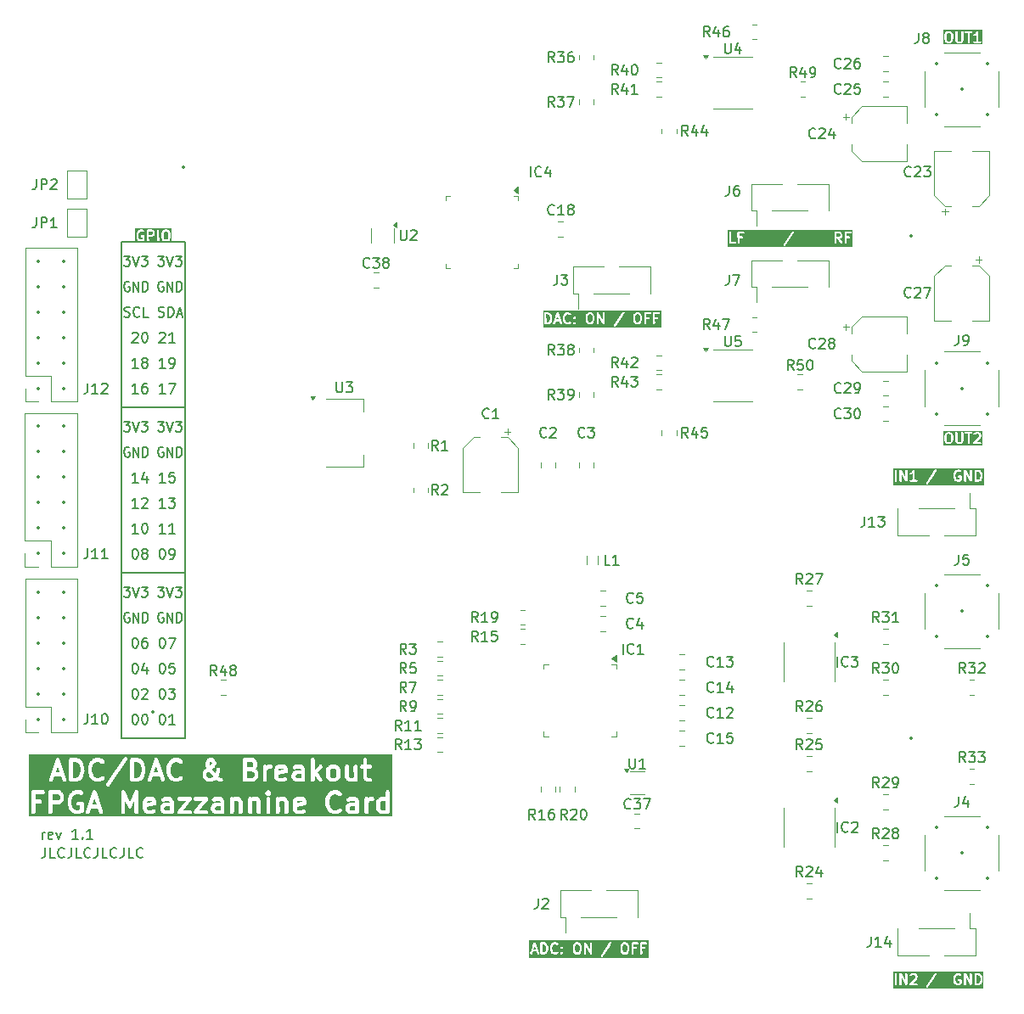
<source format=gto>
%TF.GenerationSoftware,KiCad,Pcbnew,8.0.0*%
%TF.CreationDate,2024-09-01T00:10:56+03:00*%
%TF.ProjectId,ML605_LPC_Board_wADC_DAC,4d4c3630-355f-44c5-9043-5f426f617264,rev?*%
%TF.SameCoordinates,Original*%
%TF.FileFunction,Legend,Top*%
%TF.FilePolarity,Positive*%
%FSLAX46Y46*%
G04 Gerber Fmt 4.6, Leading zero omitted, Abs format (unit mm)*
G04 Created by KiCad (PCBNEW 8.0.0) date 2024-09-01 00:10:56*
%MOMM*%
%LPD*%
G01*
G04 APERTURE LIST*
%ADD10C,0.200000*%
%ADD11C,0.203200*%
%ADD12C,0.177800*%
%ADD13C,0.400000*%
%ADD14C,0.150000*%
%ADD15C,0.120000*%
%ADD16C,0.350000*%
G04 APERTURE END LIST*
D10*
X85160000Y-73800000D02*
X91510000Y-73800000D01*
X91510000Y-123330000D01*
X85160000Y-123330000D01*
X85160000Y-73800000D01*
X85160000Y-90310000D02*
X91510000Y-90310000D01*
X85160000Y-106820000D02*
X91510000Y-106820000D01*
D11*
G36*
X156795677Y-72978364D02*
G01*
X156821864Y-73003417D01*
X156853480Y-73064310D01*
X156854632Y-73161689D01*
X156825553Y-73222137D01*
X156800499Y-73248324D01*
X156739903Y-73279786D01*
X156617722Y-73280372D01*
X156613955Y-73279708D01*
X156610804Y-73280406D01*
X156474751Y-73281058D01*
X156474127Y-72950213D01*
X156734565Y-72948964D01*
X156795677Y-72978364D01*
G37*
G36*
X158086599Y-74321487D02*
G01*
X145661099Y-74321487D01*
X145661099Y-74107104D01*
X151192653Y-74107104D01*
X151200428Y-74145976D01*
X151222486Y-74178915D01*
X151255470Y-74200905D01*
X151294359Y-74208598D01*
X151333231Y-74200823D01*
X151366170Y-74178765D01*
X151378789Y-74163356D01*
X152252637Y-72849093D01*
X156272652Y-72849093D01*
X156274604Y-73884914D01*
X156289775Y-73921539D01*
X156317806Y-73949570D01*
X156354431Y-73964741D01*
X156394073Y-73964741D01*
X156430698Y-73949570D01*
X156458729Y-73921539D01*
X156473900Y-73884914D01*
X156475852Y-73865093D01*
X156475130Y-73482400D01*
X156562827Y-73481979D01*
X156884556Y-73938476D01*
X156917988Y-73959780D01*
X156957026Y-73966669D01*
X156995731Y-73958095D01*
X157028207Y-73935362D01*
X157049511Y-73901930D01*
X157056400Y-73862891D01*
X157047826Y-73824187D01*
X157038058Y-73806830D01*
X156803154Y-73473528D01*
X156806737Y-73472158D01*
X156903290Y-73422026D01*
X156914508Y-73417380D01*
X156918414Y-73414173D01*
X156920354Y-73413167D01*
X156922112Y-73411138D01*
X156929904Y-73404745D01*
X156978602Y-73353842D01*
X156986707Y-73346814D01*
X156989361Y-73342596D01*
X156990920Y-73340968D01*
X156991945Y-73338491D01*
X156997317Y-73329959D01*
X157037894Y-73245612D01*
X157039301Y-73244206D01*
X157043822Y-73233289D01*
X157052816Y-73214596D01*
X157053074Y-73210954D01*
X157054472Y-73207581D01*
X157056424Y-73187760D01*
X157054883Y-73057552D01*
X157055626Y-73055324D01*
X157054703Y-73042338D01*
X157054472Y-73022796D01*
X157053074Y-73019422D01*
X157052816Y-73015781D01*
X157045698Y-72997180D01*
X156995566Y-72900626D01*
X156990920Y-72889409D01*
X156987713Y-72885502D01*
X156986707Y-72883563D01*
X156984678Y-72881804D01*
X156978285Y-72874013D01*
X156952237Y-72849093D01*
X157288652Y-72849093D01*
X157290604Y-73884914D01*
X157305775Y-73921539D01*
X157333806Y-73949570D01*
X157370431Y-73964741D01*
X157410073Y-73964741D01*
X157446698Y-73949570D01*
X157474729Y-73921539D01*
X157489900Y-73884914D01*
X157491852Y-73865093D01*
X157491039Y-73433954D01*
X157748740Y-73432551D01*
X157785365Y-73417380D01*
X157813396Y-73389349D01*
X157828567Y-73352724D01*
X157828567Y-73313082D01*
X157813396Y-73276457D01*
X157785365Y-73248426D01*
X157748740Y-73233255D01*
X157728919Y-73231303D01*
X157490660Y-73232600D01*
X157490128Y-72950305D01*
X157893883Y-72948741D01*
X157930508Y-72933570D01*
X157958539Y-72905539D01*
X157973710Y-72868914D01*
X157973710Y-72829272D01*
X157958539Y-72792647D01*
X157930508Y-72764616D01*
X157893883Y-72749445D01*
X157874062Y-72747493D01*
X157370431Y-72749445D01*
X157333806Y-72764616D01*
X157305775Y-72792647D01*
X157290604Y-72829272D01*
X157288652Y-72849093D01*
X156952237Y-72849093D01*
X156927382Y-72825314D01*
X156920354Y-72817210D01*
X156916136Y-72814555D01*
X156914508Y-72812997D01*
X156912031Y-72811971D01*
X156903499Y-72806600D01*
X156819153Y-72766023D01*
X156817746Y-72764616D01*
X156806823Y-72760091D01*
X156788135Y-72751101D01*
X156784494Y-72750842D01*
X156781121Y-72749445D01*
X156761300Y-72747493D01*
X156354431Y-72749445D01*
X156317806Y-72764616D01*
X156289775Y-72792647D01*
X156274604Y-72829272D01*
X156272652Y-72849093D01*
X152252637Y-72849093D01*
X152259018Y-72839496D01*
X152266711Y-72800607D01*
X152258936Y-72761734D01*
X152236878Y-72728796D01*
X152203894Y-72706806D01*
X152165005Y-72699113D01*
X152126133Y-72706888D01*
X152093194Y-72728946D01*
X152080575Y-72744355D01*
X151200346Y-74068215D01*
X151192653Y-74107104D01*
X145661099Y-74107104D01*
X145661099Y-72849093D01*
X145773988Y-72849093D01*
X145775940Y-73884914D01*
X145791111Y-73921539D01*
X145819142Y-73949570D01*
X145855767Y-73964741D01*
X145875588Y-73966693D01*
X146379219Y-73964741D01*
X146415844Y-73949570D01*
X146443875Y-73921539D01*
X146459046Y-73884914D01*
X146459046Y-73845272D01*
X146443875Y-73808647D01*
X146415844Y-73780616D01*
X146379219Y-73765445D01*
X146359398Y-73763493D01*
X145976999Y-73764975D01*
X145975273Y-72849093D01*
X146596464Y-72849093D01*
X146598416Y-73884914D01*
X146613587Y-73921539D01*
X146641618Y-73949570D01*
X146678243Y-73964741D01*
X146717885Y-73964741D01*
X146754510Y-73949570D01*
X146782541Y-73921539D01*
X146797712Y-73884914D01*
X146799664Y-73865093D01*
X146798851Y-73433954D01*
X147056552Y-73432551D01*
X147093177Y-73417380D01*
X147121208Y-73389349D01*
X147136379Y-73352724D01*
X147136379Y-73313082D01*
X147121208Y-73276457D01*
X147093177Y-73248426D01*
X147056552Y-73233255D01*
X147036731Y-73231303D01*
X146798472Y-73232600D01*
X146797940Y-72950305D01*
X147201695Y-72948741D01*
X147238320Y-72933570D01*
X147266351Y-72905539D01*
X147281522Y-72868914D01*
X147281522Y-72829272D01*
X147266351Y-72792647D01*
X147238320Y-72764616D01*
X147201695Y-72749445D01*
X147181874Y-72747493D01*
X146678243Y-72749445D01*
X146641618Y-72764616D01*
X146613587Y-72792647D01*
X146598416Y-72829272D01*
X146596464Y-72849093D01*
X145975273Y-72849093D01*
X145975236Y-72829272D01*
X145960065Y-72792647D01*
X145932034Y-72764616D01*
X145895409Y-72749445D01*
X145855767Y-72749445D01*
X145819142Y-72764616D01*
X145791111Y-72792647D01*
X145775940Y-72829272D01*
X145773988Y-72849093D01*
X145661099Y-72849093D01*
X145661099Y-72586224D01*
X158086599Y-72586224D01*
X158086599Y-74321487D01*
G37*
D12*
X85414858Y-108210414D02*
X86012363Y-108210414D01*
X86012363Y-108210414D02*
X85690630Y-108597462D01*
X85690630Y-108597462D02*
X85828515Y-108597462D01*
X85828515Y-108597462D02*
X85920439Y-108645843D01*
X85920439Y-108645843D02*
X85966401Y-108694224D01*
X85966401Y-108694224D02*
X86012363Y-108790986D01*
X86012363Y-108790986D02*
X86012363Y-109032891D01*
X86012363Y-109032891D02*
X85966401Y-109129653D01*
X85966401Y-109129653D02*
X85920439Y-109178034D01*
X85920439Y-109178034D02*
X85828515Y-109226414D01*
X85828515Y-109226414D02*
X85552744Y-109226414D01*
X85552744Y-109226414D02*
X85460820Y-109178034D01*
X85460820Y-109178034D02*
X85414858Y-109129653D01*
X86288134Y-108210414D02*
X86609868Y-109226414D01*
X86609868Y-109226414D02*
X86931601Y-108210414D01*
X87161410Y-108210414D02*
X87758915Y-108210414D01*
X87758915Y-108210414D02*
X87437182Y-108597462D01*
X87437182Y-108597462D02*
X87575067Y-108597462D01*
X87575067Y-108597462D02*
X87666991Y-108645843D01*
X87666991Y-108645843D02*
X87712953Y-108694224D01*
X87712953Y-108694224D02*
X87758915Y-108790986D01*
X87758915Y-108790986D02*
X87758915Y-109032891D01*
X87758915Y-109032891D02*
X87712953Y-109129653D01*
X87712953Y-109129653D02*
X87666991Y-109178034D01*
X87666991Y-109178034D02*
X87575067Y-109226414D01*
X87575067Y-109226414D02*
X87299296Y-109226414D01*
X87299296Y-109226414D02*
X87207372Y-109178034D01*
X87207372Y-109178034D02*
X87161410Y-109129653D01*
X88816038Y-108210414D02*
X89413543Y-108210414D01*
X89413543Y-108210414D02*
X89091810Y-108597462D01*
X89091810Y-108597462D02*
X89229695Y-108597462D01*
X89229695Y-108597462D02*
X89321619Y-108645843D01*
X89321619Y-108645843D02*
X89367581Y-108694224D01*
X89367581Y-108694224D02*
X89413543Y-108790986D01*
X89413543Y-108790986D02*
X89413543Y-109032891D01*
X89413543Y-109032891D02*
X89367581Y-109129653D01*
X89367581Y-109129653D02*
X89321619Y-109178034D01*
X89321619Y-109178034D02*
X89229695Y-109226414D01*
X89229695Y-109226414D02*
X88953924Y-109226414D01*
X88953924Y-109226414D02*
X88862000Y-109178034D01*
X88862000Y-109178034D02*
X88816038Y-109129653D01*
X89689314Y-108210414D02*
X90011048Y-109226414D01*
X90011048Y-109226414D02*
X90332781Y-108210414D01*
X90562590Y-108210414D02*
X91160095Y-108210414D01*
X91160095Y-108210414D02*
X90838362Y-108597462D01*
X90838362Y-108597462D02*
X90976247Y-108597462D01*
X90976247Y-108597462D02*
X91068171Y-108645843D01*
X91068171Y-108645843D02*
X91114133Y-108694224D01*
X91114133Y-108694224D02*
X91160095Y-108790986D01*
X91160095Y-108790986D02*
X91160095Y-109032891D01*
X91160095Y-109032891D02*
X91114133Y-109129653D01*
X91114133Y-109129653D02*
X91068171Y-109178034D01*
X91068171Y-109178034D02*
X90976247Y-109226414D01*
X90976247Y-109226414D02*
X90700476Y-109226414D01*
X90700476Y-109226414D02*
X90608552Y-109178034D01*
X90608552Y-109178034D02*
X90562590Y-109129653D01*
X86825163Y-102876414D02*
X86244591Y-102876414D01*
X86534877Y-102876414D02*
X86534877Y-101860414D01*
X86534877Y-101860414D02*
X86438115Y-102005557D01*
X86438115Y-102005557D02*
X86341353Y-102102319D01*
X86341353Y-102102319D02*
X86244591Y-102150700D01*
X87454115Y-101860414D02*
X87550877Y-101860414D01*
X87550877Y-101860414D02*
X87647639Y-101908795D01*
X87647639Y-101908795D02*
X87696020Y-101957176D01*
X87696020Y-101957176D02*
X87744401Y-102053938D01*
X87744401Y-102053938D02*
X87792782Y-102247462D01*
X87792782Y-102247462D02*
X87792782Y-102489367D01*
X87792782Y-102489367D02*
X87744401Y-102682891D01*
X87744401Y-102682891D02*
X87696020Y-102779653D01*
X87696020Y-102779653D02*
X87647639Y-102828034D01*
X87647639Y-102828034D02*
X87550877Y-102876414D01*
X87550877Y-102876414D02*
X87454115Y-102876414D01*
X87454115Y-102876414D02*
X87357353Y-102828034D01*
X87357353Y-102828034D02*
X87308972Y-102779653D01*
X87308972Y-102779653D02*
X87260591Y-102682891D01*
X87260591Y-102682891D02*
X87212210Y-102489367D01*
X87212210Y-102489367D02*
X87212210Y-102247462D01*
X87212210Y-102247462D02*
X87260591Y-102053938D01*
X87260591Y-102053938D02*
X87308972Y-101957176D01*
X87308972Y-101957176D02*
X87357353Y-101908795D01*
X87357353Y-101908795D02*
X87454115Y-101860414D01*
X89534496Y-102876414D02*
X88953924Y-102876414D01*
X89244210Y-102876414D02*
X89244210Y-101860414D01*
X89244210Y-101860414D02*
X89147448Y-102005557D01*
X89147448Y-102005557D02*
X89050686Y-102102319D01*
X89050686Y-102102319D02*
X88953924Y-102150700D01*
X90502115Y-102876414D02*
X89921543Y-102876414D01*
X90211829Y-102876414D02*
X90211829Y-101860414D01*
X90211829Y-101860414D02*
X90115067Y-102005557D01*
X90115067Y-102005557D02*
X90018305Y-102102319D01*
X90018305Y-102102319D02*
X89921543Y-102150700D01*
X86486496Y-113290414D02*
X86583258Y-113290414D01*
X86583258Y-113290414D02*
X86680020Y-113338795D01*
X86680020Y-113338795D02*
X86728401Y-113387176D01*
X86728401Y-113387176D02*
X86776782Y-113483938D01*
X86776782Y-113483938D02*
X86825163Y-113677462D01*
X86825163Y-113677462D02*
X86825163Y-113919367D01*
X86825163Y-113919367D02*
X86776782Y-114112891D01*
X86776782Y-114112891D02*
X86728401Y-114209653D01*
X86728401Y-114209653D02*
X86680020Y-114258034D01*
X86680020Y-114258034D02*
X86583258Y-114306414D01*
X86583258Y-114306414D02*
X86486496Y-114306414D01*
X86486496Y-114306414D02*
X86389734Y-114258034D01*
X86389734Y-114258034D02*
X86341353Y-114209653D01*
X86341353Y-114209653D02*
X86292972Y-114112891D01*
X86292972Y-114112891D02*
X86244591Y-113919367D01*
X86244591Y-113919367D02*
X86244591Y-113677462D01*
X86244591Y-113677462D02*
X86292972Y-113483938D01*
X86292972Y-113483938D02*
X86341353Y-113387176D01*
X86341353Y-113387176D02*
X86389734Y-113338795D01*
X86389734Y-113338795D02*
X86486496Y-113290414D01*
X87696020Y-113290414D02*
X87502496Y-113290414D01*
X87502496Y-113290414D02*
X87405734Y-113338795D01*
X87405734Y-113338795D02*
X87357353Y-113387176D01*
X87357353Y-113387176D02*
X87260591Y-113532319D01*
X87260591Y-113532319D02*
X87212210Y-113725843D01*
X87212210Y-113725843D02*
X87212210Y-114112891D01*
X87212210Y-114112891D02*
X87260591Y-114209653D01*
X87260591Y-114209653D02*
X87308972Y-114258034D01*
X87308972Y-114258034D02*
X87405734Y-114306414D01*
X87405734Y-114306414D02*
X87599258Y-114306414D01*
X87599258Y-114306414D02*
X87696020Y-114258034D01*
X87696020Y-114258034D02*
X87744401Y-114209653D01*
X87744401Y-114209653D02*
X87792782Y-114112891D01*
X87792782Y-114112891D02*
X87792782Y-113870986D01*
X87792782Y-113870986D02*
X87744401Y-113774224D01*
X87744401Y-113774224D02*
X87696020Y-113725843D01*
X87696020Y-113725843D02*
X87599258Y-113677462D01*
X87599258Y-113677462D02*
X87405734Y-113677462D01*
X87405734Y-113677462D02*
X87308972Y-113725843D01*
X87308972Y-113725843D02*
X87260591Y-113774224D01*
X87260591Y-113774224D02*
X87212210Y-113870986D01*
X89195829Y-113290414D02*
X89292591Y-113290414D01*
X89292591Y-113290414D02*
X89389353Y-113338795D01*
X89389353Y-113338795D02*
X89437734Y-113387176D01*
X89437734Y-113387176D02*
X89486115Y-113483938D01*
X89486115Y-113483938D02*
X89534496Y-113677462D01*
X89534496Y-113677462D02*
X89534496Y-113919367D01*
X89534496Y-113919367D02*
X89486115Y-114112891D01*
X89486115Y-114112891D02*
X89437734Y-114209653D01*
X89437734Y-114209653D02*
X89389353Y-114258034D01*
X89389353Y-114258034D02*
X89292591Y-114306414D01*
X89292591Y-114306414D02*
X89195829Y-114306414D01*
X89195829Y-114306414D02*
X89099067Y-114258034D01*
X89099067Y-114258034D02*
X89050686Y-114209653D01*
X89050686Y-114209653D02*
X89002305Y-114112891D01*
X89002305Y-114112891D02*
X88953924Y-113919367D01*
X88953924Y-113919367D02*
X88953924Y-113677462D01*
X88953924Y-113677462D02*
X89002305Y-113483938D01*
X89002305Y-113483938D02*
X89050686Y-113387176D01*
X89050686Y-113387176D02*
X89099067Y-113338795D01*
X89099067Y-113338795D02*
X89195829Y-113290414D01*
X89873162Y-113290414D02*
X90550496Y-113290414D01*
X90550496Y-113290414D02*
X90115067Y-114306414D01*
X85954306Y-110798795D02*
X85869639Y-110750414D01*
X85869639Y-110750414D02*
X85742639Y-110750414D01*
X85742639Y-110750414D02*
X85615639Y-110798795D01*
X85615639Y-110798795D02*
X85530973Y-110895557D01*
X85530973Y-110895557D02*
X85488639Y-110992319D01*
X85488639Y-110992319D02*
X85446306Y-111185843D01*
X85446306Y-111185843D02*
X85446306Y-111330986D01*
X85446306Y-111330986D02*
X85488639Y-111524510D01*
X85488639Y-111524510D02*
X85530973Y-111621272D01*
X85530973Y-111621272D02*
X85615639Y-111718034D01*
X85615639Y-111718034D02*
X85742639Y-111766414D01*
X85742639Y-111766414D02*
X85827306Y-111766414D01*
X85827306Y-111766414D02*
X85954306Y-111718034D01*
X85954306Y-111718034D02*
X85996639Y-111669653D01*
X85996639Y-111669653D02*
X85996639Y-111330986D01*
X85996639Y-111330986D02*
X85827306Y-111330986D01*
X86377639Y-111766414D02*
X86377639Y-110750414D01*
X86377639Y-110750414D02*
X86885639Y-111766414D01*
X86885639Y-111766414D02*
X86885639Y-110750414D01*
X87308972Y-111766414D02*
X87308972Y-110750414D01*
X87308972Y-110750414D02*
X87520639Y-110750414D01*
X87520639Y-110750414D02*
X87647639Y-110798795D01*
X87647639Y-110798795D02*
X87732306Y-110895557D01*
X87732306Y-110895557D02*
X87774639Y-110992319D01*
X87774639Y-110992319D02*
X87816972Y-111185843D01*
X87816972Y-111185843D02*
X87816972Y-111330986D01*
X87816972Y-111330986D02*
X87774639Y-111524510D01*
X87774639Y-111524510D02*
X87732306Y-111621272D01*
X87732306Y-111621272D02*
X87647639Y-111718034D01*
X87647639Y-111718034D02*
X87520639Y-111766414D01*
X87520639Y-111766414D02*
X87308972Y-111766414D01*
X89340972Y-110798795D02*
X89256305Y-110750414D01*
X89256305Y-110750414D02*
X89129305Y-110750414D01*
X89129305Y-110750414D02*
X89002305Y-110798795D01*
X89002305Y-110798795D02*
X88917639Y-110895557D01*
X88917639Y-110895557D02*
X88875305Y-110992319D01*
X88875305Y-110992319D02*
X88832972Y-111185843D01*
X88832972Y-111185843D02*
X88832972Y-111330986D01*
X88832972Y-111330986D02*
X88875305Y-111524510D01*
X88875305Y-111524510D02*
X88917639Y-111621272D01*
X88917639Y-111621272D02*
X89002305Y-111718034D01*
X89002305Y-111718034D02*
X89129305Y-111766414D01*
X89129305Y-111766414D02*
X89213972Y-111766414D01*
X89213972Y-111766414D02*
X89340972Y-111718034D01*
X89340972Y-111718034D02*
X89383305Y-111669653D01*
X89383305Y-111669653D02*
X89383305Y-111330986D01*
X89383305Y-111330986D02*
X89213972Y-111330986D01*
X89764305Y-111766414D02*
X89764305Y-110750414D01*
X89764305Y-110750414D02*
X90272305Y-111766414D01*
X90272305Y-111766414D02*
X90272305Y-110750414D01*
X90695638Y-111766414D02*
X90695638Y-110750414D01*
X90695638Y-110750414D02*
X90907305Y-110750414D01*
X90907305Y-110750414D02*
X91034305Y-110798795D01*
X91034305Y-110798795D02*
X91118972Y-110895557D01*
X91118972Y-110895557D02*
X91161305Y-110992319D01*
X91161305Y-110992319D02*
X91203638Y-111185843D01*
X91203638Y-111185843D02*
X91203638Y-111330986D01*
X91203638Y-111330986D02*
X91161305Y-111524510D01*
X91161305Y-111524510D02*
X91118972Y-111621272D01*
X91118972Y-111621272D02*
X91034305Y-111718034D01*
X91034305Y-111718034D02*
X90907305Y-111766414D01*
X90907305Y-111766414D02*
X90695638Y-111766414D01*
X86486496Y-120910414D02*
X86583258Y-120910414D01*
X86583258Y-120910414D02*
X86680020Y-120958795D01*
X86680020Y-120958795D02*
X86728401Y-121007176D01*
X86728401Y-121007176D02*
X86776782Y-121103938D01*
X86776782Y-121103938D02*
X86825163Y-121297462D01*
X86825163Y-121297462D02*
X86825163Y-121539367D01*
X86825163Y-121539367D02*
X86776782Y-121732891D01*
X86776782Y-121732891D02*
X86728401Y-121829653D01*
X86728401Y-121829653D02*
X86680020Y-121878034D01*
X86680020Y-121878034D02*
X86583258Y-121926414D01*
X86583258Y-121926414D02*
X86486496Y-121926414D01*
X86486496Y-121926414D02*
X86389734Y-121878034D01*
X86389734Y-121878034D02*
X86341353Y-121829653D01*
X86341353Y-121829653D02*
X86292972Y-121732891D01*
X86292972Y-121732891D02*
X86244591Y-121539367D01*
X86244591Y-121539367D02*
X86244591Y-121297462D01*
X86244591Y-121297462D02*
X86292972Y-121103938D01*
X86292972Y-121103938D02*
X86341353Y-121007176D01*
X86341353Y-121007176D02*
X86389734Y-120958795D01*
X86389734Y-120958795D02*
X86486496Y-120910414D01*
X87454115Y-120910414D02*
X87550877Y-120910414D01*
X87550877Y-120910414D02*
X87647639Y-120958795D01*
X87647639Y-120958795D02*
X87696020Y-121007176D01*
X87696020Y-121007176D02*
X87744401Y-121103938D01*
X87744401Y-121103938D02*
X87792782Y-121297462D01*
X87792782Y-121297462D02*
X87792782Y-121539367D01*
X87792782Y-121539367D02*
X87744401Y-121732891D01*
X87744401Y-121732891D02*
X87696020Y-121829653D01*
X87696020Y-121829653D02*
X87647639Y-121878034D01*
X87647639Y-121878034D02*
X87550877Y-121926414D01*
X87550877Y-121926414D02*
X87454115Y-121926414D01*
X87454115Y-121926414D02*
X87357353Y-121878034D01*
X87357353Y-121878034D02*
X87308972Y-121829653D01*
X87308972Y-121829653D02*
X87260591Y-121732891D01*
X87260591Y-121732891D02*
X87212210Y-121539367D01*
X87212210Y-121539367D02*
X87212210Y-121297462D01*
X87212210Y-121297462D02*
X87260591Y-121103938D01*
X87260591Y-121103938D02*
X87308972Y-121007176D01*
X87308972Y-121007176D02*
X87357353Y-120958795D01*
X87357353Y-120958795D02*
X87454115Y-120910414D01*
X89195829Y-120910414D02*
X89292591Y-120910414D01*
X89292591Y-120910414D02*
X89389353Y-120958795D01*
X89389353Y-120958795D02*
X89437734Y-121007176D01*
X89437734Y-121007176D02*
X89486115Y-121103938D01*
X89486115Y-121103938D02*
X89534496Y-121297462D01*
X89534496Y-121297462D02*
X89534496Y-121539367D01*
X89534496Y-121539367D02*
X89486115Y-121732891D01*
X89486115Y-121732891D02*
X89437734Y-121829653D01*
X89437734Y-121829653D02*
X89389353Y-121878034D01*
X89389353Y-121878034D02*
X89292591Y-121926414D01*
X89292591Y-121926414D02*
X89195829Y-121926414D01*
X89195829Y-121926414D02*
X89099067Y-121878034D01*
X89099067Y-121878034D02*
X89050686Y-121829653D01*
X89050686Y-121829653D02*
X89002305Y-121732891D01*
X89002305Y-121732891D02*
X88953924Y-121539367D01*
X88953924Y-121539367D02*
X88953924Y-121297462D01*
X88953924Y-121297462D02*
X89002305Y-121103938D01*
X89002305Y-121103938D02*
X89050686Y-121007176D01*
X89050686Y-121007176D02*
X89099067Y-120958795D01*
X89099067Y-120958795D02*
X89195829Y-120910414D01*
X90502115Y-121926414D02*
X89921543Y-121926414D01*
X90211829Y-121926414D02*
X90211829Y-120910414D01*
X90211829Y-120910414D02*
X90115067Y-121055557D01*
X90115067Y-121055557D02*
X90018305Y-121152319D01*
X90018305Y-121152319D02*
X89921543Y-121200700D01*
D11*
G36*
X170688910Y-96754199D02*
G01*
X170757124Y-96820734D01*
X170793315Y-96890438D01*
X170837489Y-97060682D01*
X170838918Y-97181394D01*
X170798034Y-97351342D01*
X170761537Y-97427208D01*
X170693153Y-97497318D01*
X170588319Y-97533582D01*
X170459855Y-97534540D01*
X170458320Y-96719948D01*
X170579337Y-96719045D01*
X170688910Y-96754199D01*
G37*
G36*
X171153506Y-98091487D02*
G01*
X162161099Y-98091487D01*
X162161099Y-97877104D01*
X165418750Y-97877104D01*
X165426525Y-97915976D01*
X165448583Y-97948915D01*
X165481567Y-97970905D01*
X165520456Y-97978598D01*
X165559328Y-97970823D01*
X165592267Y-97948765D01*
X165604886Y-97933356D01*
X166189219Y-97054522D01*
X168128083Y-97054522D01*
X168129736Y-97194296D01*
X168128203Y-97204604D01*
X168130002Y-97216774D01*
X168130035Y-97219486D01*
X168130608Y-97220871D01*
X168131117Y-97224307D01*
X168179381Y-97410314D01*
X168180072Y-97420024D01*
X168185755Y-97434877D01*
X168186199Y-97436586D01*
X168186634Y-97437173D01*
X168187190Y-97438626D01*
X168237321Y-97535179D01*
X168241968Y-97546397D01*
X168245174Y-97550303D01*
X168246181Y-97552243D01*
X168248209Y-97554001D01*
X168254603Y-97561793D01*
X168341922Y-97646962D01*
X168342944Y-97649006D01*
X168352628Y-97657405D01*
X168366761Y-97671190D01*
X168370132Y-97672586D01*
X168372892Y-97674980D01*
X168391079Y-97683099D01*
X168536448Y-97729736D01*
X168548529Y-97734741D01*
X168553603Y-97735240D01*
X168555643Y-97735895D01*
X168558317Y-97735704D01*
X168568350Y-97736693D01*
X168666032Y-97735057D01*
X168677819Y-97735895D01*
X168682732Y-97734777D01*
X168684933Y-97734741D01*
X168687414Y-97733713D01*
X168697240Y-97731479D01*
X168827669Y-97686361D01*
X168830076Y-97686361D01*
X168842264Y-97681312D01*
X168860570Y-97674980D01*
X168863329Y-97672586D01*
X168866701Y-97671190D01*
X168882097Y-97658555D01*
X168943113Y-97594778D01*
X168958284Y-97558153D01*
X168960236Y-97538332D01*
X168958284Y-97179844D01*
X168943113Y-97143219D01*
X168915082Y-97115188D01*
X168878457Y-97100017D01*
X168858636Y-97098065D01*
X168645291Y-97100017D01*
X168608666Y-97115188D01*
X168580635Y-97143219D01*
X168565464Y-97179844D01*
X168565464Y-97219486D01*
X168580635Y-97256111D01*
X168608666Y-97284142D01*
X168645291Y-97299313D01*
X168665112Y-97301265D01*
X168757584Y-97300418D01*
X168758649Y-97495908D01*
X168756995Y-97497636D01*
X168652741Y-97533700D01*
X168588238Y-97534780D01*
X168479789Y-97499987D01*
X168411575Y-97433452D01*
X168375384Y-97363748D01*
X168331210Y-97193504D01*
X168329781Y-97072792D01*
X168370665Y-96902844D01*
X168407163Y-96826977D01*
X168475546Y-96756868D01*
X168580536Y-96720548D01*
X168687422Y-96719284D01*
X168783419Y-96765466D01*
X168822962Y-96768276D01*
X168860570Y-96755740D01*
X168890518Y-96729766D01*
X168908247Y-96694309D01*
X168911057Y-96654766D01*
X168899166Y-96619093D01*
X169192464Y-96619093D01*
X169194416Y-97654914D01*
X169209587Y-97691539D01*
X169237618Y-97719570D01*
X169274243Y-97734741D01*
X169313885Y-97734741D01*
X169350510Y-97719570D01*
X169378541Y-97691539D01*
X169393712Y-97654914D01*
X169395664Y-97635093D01*
X169394464Y-96998320D01*
X169785116Y-97679366D01*
X169790159Y-97691539D01*
X169794708Y-97696088D01*
X169797951Y-97701741D01*
X169808635Y-97710015D01*
X169818190Y-97719570D01*
X169824173Y-97722048D01*
X169829294Y-97726014D01*
X169842328Y-97729568D01*
X169854815Y-97734741D01*
X169861294Y-97734741D01*
X169867539Y-97736444D01*
X169880936Y-97734741D01*
X169894457Y-97734741D01*
X169900442Y-97732261D01*
X169906866Y-97731445D01*
X169918596Y-97724741D01*
X169931082Y-97719570D01*
X169935661Y-97714990D01*
X169941285Y-97711777D01*
X169949557Y-97701094D01*
X169959113Y-97691539D01*
X169961592Y-97685553D01*
X169965557Y-97680434D01*
X169969110Y-97667402D01*
X169974284Y-97654914D01*
X169975282Y-97644770D01*
X169975987Y-97642189D01*
X169975733Y-97640195D01*
X169976236Y-97635093D01*
X169974321Y-96619093D01*
X170256845Y-96619093D01*
X170258797Y-97654914D01*
X170273968Y-97691539D01*
X170301999Y-97719570D01*
X170338624Y-97734741D01*
X170358445Y-97736693D01*
X170599035Y-97734898D01*
X170613057Y-97735895D01*
X170618063Y-97734756D01*
X170620171Y-97734741D01*
X170622652Y-97733713D01*
X170632478Y-97731479D01*
X170762907Y-97686361D01*
X170765314Y-97686361D01*
X170777502Y-97681312D01*
X170795808Y-97674980D01*
X170798567Y-97672586D01*
X170801939Y-97671190D01*
X170817335Y-97658555D01*
X170912854Y-97560624D01*
X170922519Y-97552243D01*
X170925228Y-97547937D01*
X170926732Y-97546397D01*
X170927757Y-97543920D01*
X170933129Y-97535388D01*
X170977253Y-97443667D01*
X170982501Y-97436586D01*
X170987812Y-97421720D01*
X170988628Y-97420025D01*
X170988680Y-97419291D01*
X170989202Y-97417831D01*
X171034495Y-97229552D01*
X171038665Y-97219486D01*
X171039876Y-97207182D01*
X171040497Y-97204604D01*
X171040276Y-97203122D01*
X171040617Y-97199665D01*
X171038963Y-97059890D01*
X171040497Y-97049583D01*
X171038697Y-97037412D01*
X171038665Y-97034701D01*
X171038091Y-97033315D01*
X171037583Y-97029880D01*
X170989318Y-96843873D01*
X170988628Y-96834162D01*
X170982944Y-96819308D01*
X170982501Y-96817601D01*
X170982065Y-96817013D01*
X170981510Y-96815561D01*
X170931378Y-96719007D01*
X170926732Y-96707790D01*
X170923525Y-96703883D01*
X170922519Y-96701944D01*
X170920490Y-96700185D01*
X170914097Y-96692394D01*
X170826776Y-96607223D01*
X170825756Y-96605182D01*
X170816080Y-96596790D01*
X170801939Y-96582997D01*
X170798565Y-96581599D01*
X170795808Y-96579208D01*
X170777622Y-96571088D01*
X170632249Y-96524448D01*
X170620171Y-96519445D01*
X170615097Y-96518945D01*
X170613058Y-96518291D01*
X170610383Y-96518481D01*
X170600350Y-96517493D01*
X170338624Y-96519445D01*
X170301999Y-96534616D01*
X170273968Y-96562647D01*
X170258797Y-96599272D01*
X170256845Y-96619093D01*
X169974321Y-96619093D01*
X169974284Y-96599272D01*
X169959113Y-96562647D01*
X169931082Y-96534616D01*
X169894457Y-96519445D01*
X169854815Y-96519445D01*
X169818190Y-96534616D01*
X169790159Y-96562647D01*
X169774988Y-96599272D01*
X169773036Y-96619093D01*
X169774235Y-97255865D01*
X169383581Y-96574815D01*
X169378541Y-96562647D01*
X169373992Y-96558098D01*
X169370749Y-96552444D01*
X169360063Y-96544169D01*
X169350510Y-96534616D01*
X169344525Y-96532136D01*
X169339405Y-96528172D01*
X169326371Y-96524617D01*
X169313885Y-96519445D01*
X169307408Y-96519445D01*
X169301160Y-96517741D01*
X169287755Y-96519445D01*
X169274243Y-96519445D01*
X169268260Y-96521923D01*
X169261834Y-96522740D01*
X169250096Y-96529446D01*
X169237618Y-96534616D01*
X169233040Y-96539193D01*
X169227415Y-96542408D01*
X169219140Y-96553093D01*
X169209587Y-96562647D01*
X169207107Y-96568631D01*
X169203143Y-96573752D01*
X169199588Y-96586785D01*
X169194416Y-96599272D01*
X169193417Y-96609409D01*
X169192712Y-96611997D01*
X169192966Y-96613995D01*
X169192464Y-96619093D01*
X168899166Y-96619093D01*
X168898521Y-96617159D01*
X168872547Y-96587210D01*
X168855692Y-96576600D01*
X168771346Y-96536023D01*
X168769939Y-96534616D01*
X168759016Y-96530091D01*
X168740328Y-96521101D01*
X168736687Y-96520842D01*
X168733314Y-96519445D01*
X168713493Y-96517493D01*
X168568547Y-96519208D01*
X168555642Y-96518291D01*
X168550678Y-96519419D01*
X168548529Y-96519445D01*
X168546048Y-96520472D01*
X168536221Y-96522707D01*
X168405794Y-96567826D01*
X168403386Y-96567826D01*
X168391186Y-96572879D01*
X168372892Y-96579208D01*
X168370134Y-96581599D01*
X168366761Y-96582997D01*
X168351365Y-96595632D01*
X168255845Y-96693562D01*
X168246181Y-96701944D01*
X168243471Y-96706249D01*
X168241968Y-96707790D01*
X168240942Y-96710266D01*
X168235571Y-96718799D01*
X168191447Y-96810517D01*
X168186199Y-96817601D01*
X168180886Y-96832470D01*
X168180072Y-96834163D01*
X168180019Y-96834895D01*
X168179498Y-96836356D01*
X168134204Y-97024634D01*
X168130035Y-97034701D01*
X168128823Y-97047004D01*
X168128203Y-97049583D01*
X168128423Y-97051064D01*
X168128083Y-97054522D01*
X166189219Y-97054522D01*
X166485115Y-96609496D01*
X166492808Y-96570607D01*
X166485033Y-96531734D01*
X166462975Y-96498796D01*
X166429991Y-96476806D01*
X166391102Y-96469113D01*
X166352230Y-96476888D01*
X166319291Y-96498946D01*
X166306672Y-96514355D01*
X165426443Y-97838215D01*
X165418750Y-97877104D01*
X162161099Y-97877104D01*
X162161099Y-96619093D01*
X162273988Y-96619093D01*
X162275940Y-97654914D01*
X162291111Y-97691539D01*
X162319142Y-97719570D01*
X162355767Y-97734741D01*
X162395409Y-97734741D01*
X162432034Y-97719570D01*
X162460065Y-97691539D01*
X162475236Y-97654914D01*
X162477188Y-97635093D01*
X162475273Y-96619093D01*
X162757798Y-96619093D01*
X162759750Y-97654914D01*
X162774921Y-97691539D01*
X162802952Y-97719570D01*
X162839577Y-97734741D01*
X162879219Y-97734741D01*
X162915844Y-97719570D01*
X162943875Y-97691539D01*
X162959046Y-97654914D01*
X162960998Y-97635093D01*
X162959798Y-96998320D01*
X163350450Y-97679366D01*
X163355493Y-97691539D01*
X163360042Y-97696088D01*
X163363285Y-97701741D01*
X163373969Y-97710015D01*
X163383524Y-97719570D01*
X163389507Y-97722048D01*
X163394628Y-97726014D01*
X163407662Y-97729568D01*
X163420149Y-97734741D01*
X163426628Y-97734741D01*
X163432873Y-97736444D01*
X163446270Y-97734741D01*
X163459791Y-97734741D01*
X163465776Y-97732261D01*
X163472200Y-97731445D01*
X163483930Y-97724741D01*
X163496416Y-97719570D01*
X163500995Y-97714990D01*
X163506619Y-97711777D01*
X163514891Y-97701094D01*
X163524447Y-97691539D01*
X163526926Y-97685553D01*
X163530891Y-97680434D01*
X163534444Y-97667402D01*
X163539618Y-97654914D01*
X163540616Y-97644770D01*
X163541321Y-97642189D01*
X163541067Y-97640195D01*
X163541570Y-97635093D01*
X163540178Y-96896671D01*
X163774596Y-96896671D01*
X163777406Y-96936214D01*
X163795134Y-96971671D01*
X163825083Y-96997645D01*
X163862690Y-97010181D01*
X163902233Y-97007371D01*
X163920835Y-97000253D01*
X164017388Y-96950121D01*
X164028606Y-96945475D01*
X164032512Y-96942268D01*
X164034452Y-96941262D01*
X164036210Y-96939233D01*
X164044002Y-96932840D01*
X164064635Y-96911685D01*
X164065809Y-97534761D01*
X163855577Y-97535445D01*
X163818952Y-97550616D01*
X163790921Y-97578647D01*
X163775750Y-97615272D01*
X163775750Y-97654914D01*
X163790921Y-97691539D01*
X163818952Y-97719570D01*
X163855577Y-97734741D01*
X163875398Y-97736693D01*
X164475791Y-97734741D01*
X164512416Y-97719570D01*
X164540447Y-97691539D01*
X164555618Y-97654914D01*
X164555618Y-97615272D01*
X164540447Y-97578647D01*
X164512416Y-97550616D01*
X164475791Y-97535445D01*
X164455970Y-97533493D01*
X164267093Y-97534107D01*
X164265387Y-96628575D01*
X164267284Y-96618987D01*
X164265350Y-96609322D01*
X164265332Y-96599272D01*
X164261481Y-96589975D01*
X164259509Y-96580115D01*
X164253971Y-96571845D01*
X164250161Y-96562647D01*
X164243048Y-96555534D01*
X164237451Y-96547176D01*
X164229167Y-96541653D01*
X164222130Y-96534616D01*
X164212838Y-96530767D01*
X164204467Y-96525186D01*
X164194700Y-96523254D01*
X164185505Y-96519445D01*
X164175445Y-96519445D01*
X164165577Y-96517493D01*
X164155818Y-96519445D01*
X164145863Y-96519445D01*
X164136567Y-96523295D01*
X164126705Y-96525268D01*
X164118433Y-96530806D01*
X164109238Y-96534616D01*
X164102127Y-96541726D01*
X164093766Y-96547326D01*
X164081283Y-96562570D01*
X164081207Y-96562647D01*
X164081192Y-96562681D01*
X164081148Y-96562736D01*
X163995564Y-96693947D01*
X163915661Y-96775867D01*
X163813106Y-96829115D01*
X163787132Y-96859064D01*
X163774596Y-96896671D01*
X163540178Y-96896671D01*
X163539618Y-96599272D01*
X163524447Y-96562647D01*
X163496416Y-96534616D01*
X163459791Y-96519445D01*
X163420149Y-96519445D01*
X163383524Y-96534616D01*
X163355493Y-96562647D01*
X163340322Y-96599272D01*
X163338370Y-96619093D01*
X163339569Y-97255865D01*
X162948915Y-96574815D01*
X162943875Y-96562647D01*
X162939326Y-96558098D01*
X162936083Y-96552444D01*
X162925397Y-96544169D01*
X162915844Y-96534616D01*
X162909859Y-96532136D01*
X162904739Y-96528172D01*
X162891705Y-96524617D01*
X162879219Y-96519445D01*
X162872742Y-96519445D01*
X162866494Y-96517741D01*
X162853089Y-96519445D01*
X162839577Y-96519445D01*
X162833594Y-96521923D01*
X162827168Y-96522740D01*
X162815430Y-96529446D01*
X162802952Y-96534616D01*
X162798374Y-96539193D01*
X162792749Y-96542408D01*
X162784474Y-96553093D01*
X162774921Y-96562647D01*
X162772441Y-96568631D01*
X162768477Y-96573752D01*
X162764922Y-96586785D01*
X162759750Y-96599272D01*
X162758751Y-96609409D01*
X162758046Y-96611997D01*
X162758300Y-96613995D01*
X162757798Y-96619093D01*
X162475273Y-96619093D01*
X162475236Y-96599272D01*
X162460065Y-96562647D01*
X162432034Y-96534616D01*
X162395409Y-96519445D01*
X162355767Y-96519445D01*
X162319142Y-96534616D01*
X162291111Y-96562647D01*
X162275940Y-96599272D01*
X162273988Y-96619093D01*
X162161099Y-96619093D01*
X162161099Y-96356224D01*
X171153506Y-96356224D01*
X171153506Y-98091487D01*
G37*
D13*
G36*
X88234073Y-129592847D02*
G01*
X88271726Y-129665366D01*
X87723206Y-129777241D01*
X87722785Y-129689446D01*
X87767933Y-129595599D01*
X87854380Y-129550715D01*
X88141043Y-129548092D01*
X88234073Y-129592847D01*
G37*
G36*
X89977366Y-130120963D02*
G01*
X89994563Y-130119740D01*
X89995789Y-130466193D01*
X89960042Y-130484753D01*
X89578316Y-130487601D01*
X89484971Y-130442694D01*
X89439752Y-130355603D01*
X89438129Y-130258674D01*
X89482219Y-130167028D01*
X89568525Y-130122217D01*
X89972097Y-130119206D01*
X89977366Y-130120963D01*
G37*
G36*
X95024986Y-130120963D02*
G01*
X95042183Y-130119740D01*
X95043409Y-130466193D01*
X95007662Y-130484753D01*
X94625936Y-130487601D01*
X94532591Y-130442694D01*
X94487372Y-130355603D01*
X94485749Y-130258674D01*
X94529839Y-130167028D01*
X94616145Y-130122217D01*
X95019717Y-130119206D01*
X95024986Y-130120963D01*
G37*
G36*
X103186456Y-129592847D02*
G01*
X103224109Y-129665366D01*
X102675589Y-129777241D01*
X102675168Y-129689446D01*
X102720316Y-129595599D01*
X102806763Y-129550715D01*
X103093426Y-129548092D01*
X103186456Y-129592847D01*
G37*
G36*
X108453559Y-130120963D02*
G01*
X108470756Y-130119740D01*
X108471982Y-130466193D01*
X108436235Y-130484753D01*
X108054509Y-130487601D01*
X107961164Y-130442694D01*
X107915945Y-130355603D01*
X107914322Y-130258674D01*
X107958412Y-130167028D01*
X108044718Y-130122217D01*
X108448290Y-130119206D01*
X108453559Y-130120963D01*
G37*
G36*
X111518335Y-129569238D02*
G01*
X111520025Y-130465973D01*
X111483714Y-130484826D01*
X111197051Y-130487449D01*
X111077566Y-130429967D01*
X111026017Y-130380648D01*
X110964021Y-130261243D01*
X110961019Y-129784402D01*
X111018757Y-129664383D01*
X111068076Y-129612833D01*
X111187716Y-129550715D01*
X111474379Y-129548092D01*
X111518335Y-129569238D01*
G37*
G36*
X82679950Y-129914074D02*
G01*
X82277335Y-129915634D01*
X82477701Y-129310929D01*
X82679950Y-129914074D01*
G37*
G36*
X78927194Y-128938908D02*
G01*
X78978744Y-128988227D01*
X79040979Y-129108091D01*
X79043247Y-129299785D01*
X78986004Y-129418775D01*
X78936684Y-129470327D01*
X78817403Y-129532259D01*
X78295450Y-129534763D01*
X78294222Y-128883494D01*
X78806895Y-128881034D01*
X78927194Y-128938908D01*
G37*
G36*
X80795758Y-125730507D02*
G01*
X80930039Y-125861483D01*
X81001276Y-125998686D01*
X81088237Y-126333821D01*
X81091049Y-126571435D01*
X81010570Y-126905985D01*
X80938724Y-127055326D01*
X80804110Y-127193338D01*
X80597746Y-127264726D01*
X80344863Y-127266612D01*
X80341841Y-125663083D01*
X80580061Y-125661306D01*
X80795758Y-125730507D01*
G37*
G36*
X86890996Y-125730507D02*
G01*
X87025277Y-125861483D01*
X87096514Y-125998686D01*
X87183475Y-126333821D01*
X87186287Y-126571435D01*
X87105808Y-126905985D01*
X87033962Y-127055326D01*
X86899348Y-127193338D01*
X86692984Y-127264726D01*
X86440101Y-127266612D01*
X86437079Y-125663083D01*
X86675299Y-125661306D01*
X86890996Y-125730507D01*
G37*
G36*
X93896356Y-126640206D02*
G01*
X94300370Y-127120212D01*
X94293730Y-127129204D01*
X94289530Y-127132652D01*
X94222400Y-127202820D01*
X94102535Y-127265055D01*
X93910841Y-127267323D01*
X93791850Y-127210079D01*
X93740301Y-127160760D01*
X93678065Y-127040894D01*
X93675797Y-126849201D01*
X93733041Y-126730210D01*
X93786895Y-126673920D01*
X93877677Y-126612701D01*
X93896356Y-126640206D01*
G37*
G36*
X94186456Y-125706294D02*
G01*
X94232216Y-125794427D01*
X94232294Y-125797159D01*
X94176481Y-125913174D01*
X94122627Y-125969464D01*
X94008792Y-126046228D01*
X93963877Y-125916390D01*
X93961939Y-125800691D01*
X94006028Y-125709046D01*
X94094163Y-125663285D01*
X94096895Y-125663207D01*
X94186456Y-125706294D01*
G37*
G36*
X98320451Y-126683171D02*
G01*
X98359698Y-126720720D01*
X98421933Y-126840584D01*
X98424201Y-127032278D01*
X98366958Y-127151268D01*
X98317638Y-127202820D01*
X98198357Y-127264752D01*
X97678199Y-127267247D01*
X97676971Y-126615850D01*
X98103375Y-126613528D01*
X98320451Y-126683171D01*
G37*
G36*
X98212910Y-125719020D02*
G01*
X98264460Y-125768339D01*
X98326912Y-125888621D01*
X98328535Y-125985550D01*
X98271719Y-126103650D01*
X98222400Y-126155200D01*
X98103066Y-126217160D01*
X97676224Y-126219485D01*
X97675176Y-125663479D01*
X98092733Y-125661205D01*
X98212910Y-125719020D01*
G37*
G36*
X101329312Y-126372959D02*
G01*
X101366965Y-126445478D01*
X100818445Y-126557353D01*
X100818024Y-126469558D01*
X100863172Y-126375711D01*
X100949619Y-126330827D01*
X101236282Y-126328204D01*
X101329312Y-126372959D01*
G37*
G36*
X103072605Y-126901075D02*
G01*
X103089802Y-126899852D01*
X103091028Y-127246305D01*
X103055281Y-127264865D01*
X102673555Y-127267713D01*
X102580210Y-127222806D01*
X102534991Y-127135715D01*
X102533368Y-127038786D01*
X102577458Y-126947140D01*
X102663764Y-126902329D01*
X103067336Y-126899318D01*
X103072605Y-126901075D01*
G37*
G36*
X106498625Y-126385686D02*
G01*
X106550174Y-126435004D01*
X106612170Y-126554409D01*
X106615172Y-127031251D01*
X106557435Y-127151268D01*
X106508115Y-127202820D01*
X106388250Y-127265055D01*
X106196556Y-127267323D01*
X106077565Y-127210079D01*
X106026016Y-127160760D01*
X105964020Y-127041355D01*
X105961018Y-126564514D01*
X106018756Y-126444495D01*
X106068075Y-126392945D01*
X106187939Y-126330710D01*
X106379634Y-126328442D01*
X106498625Y-126385686D01*
G37*
G36*
X79013284Y-126694186D02*
G01*
X78610669Y-126695746D01*
X78811035Y-126091041D01*
X79013284Y-126694186D01*
G37*
G36*
X88822808Y-126694186D02*
G01*
X88420193Y-126695746D01*
X88620559Y-126091041D01*
X88822808Y-126694186D01*
G37*
G36*
X112138890Y-131106660D02*
G01*
X75961109Y-131106660D01*
X75961109Y-128684438D01*
X76183331Y-128684438D01*
X76187174Y-130723456D01*
X76217037Y-130795552D01*
X76272217Y-130850732D01*
X76344313Y-130880595D01*
X76422349Y-130880595D01*
X76494445Y-130850732D01*
X76549625Y-130795552D01*
X76579488Y-130723456D01*
X76583331Y-130684438D01*
X76581731Y-129835738D01*
X77089016Y-129832976D01*
X77161112Y-129803113D01*
X77216292Y-129747933D01*
X77246155Y-129675837D01*
X77246155Y-129597801D01*
X77216292Y-129525705D01*
X77161112Y-129470525D01*
X77089016Y-129440662D01*
X77049998Y-129436819D01*
X76580984Y-129439373D01*
X76579937Y-128883675D01*
X77374730Y-128880595D01*
X77446826Y-128850732D01*
X77502006Y-128795552D01*
X77531869Y-128723456D01*
X77531869Y-128684438D01*
X77897617Y-128684438D01*
X77901460Y-130723456D01*
X77931323Y-130795552D01*
X77986503Y-130850732D01*
X78058599Y-130880595D01*
X78136635Y-130880595D01*
X78208731Y-130850732D01*
X78263911Y-130795552D01*
X78293774Y-130723456D01*
X78297617Y-130684438D01*
X78296197Y-129931104D01*
X78828694Y-129928549D01*
X78834508Y-129930487D01*
X78864170Y-129928378D01*
X78898540Y-129928214D01*
X78905177Y-129925464D01*
X78912347Y-129924955D01*
X78948965Y-129910942D01*
X79139024Y-129812261D01*
X79161113Y-129803112D01*
X79168805Y-129796799D01*
X79172621Y-129794818D01*
X79176082Y-129790827D01*
X79191420Y-129778240D01*
X79287285Y-129678035D01*
X79303235Y-129664203D01*
X79308458Y-129655904D01*
X79311531Y-129652693D01*
X79313552Y-129647811D01*
X79324121Y-129631023D01*
X79367150Y-129541580D01*
X79802379Y-129541580D01*
X79805635Y-129816726D01*
X79802616Y-129837017D01*
X79806158Y-129860981D01*
X79806222Y-129866313D01*
X79807349Y-129869035D01*
X79808350Y-129875802D01*
X79903360Y-130241958D01*
X79904719Y-130261072D01*
X79915904Y-130290302D01*
X79916780Y-130293675D01*
X79917639Y-130294834D01*
X79918732Y-130297690D01*
X80017410Y-130487746D01*
X80026561Y-130509837D01*
X80032875Y-130517530D01*
X80034856Y-130521346D01*
X80038846Y-130524806D01*
X80051433Y-130540144D01*
X80223321Y-130707801D01*
X80225332Y-130711823D01*
X80244388Y-130728350D01*
X80272216Y-130755493D01*
X80278855Y-130758243D01*
X80284285Y-130762952D01*
X80320086Y-130778937D01*
X80606246Y-130870744D01*
X80630028Y-130880595D01*
X80640016Y-130881578D01*
X80644032Y-130882867D01*
X80649297Y-130882492D01*
X80669046Y-130884438D01*
X80861331Y-130881218D01*
X80884537Y-130882867D01*
X80894211Y-130880667D01*
X80898540Y-130880595D01*
X80903418Y-130878574D01*
X80922768Y-130874175D01*
X81179516Y-130785357D01*
X81184255Y-130785357D01*
X81208263Y-130775412D01*
X81244282Y-130762952D01*
X81249711Y-130758243D01*
X81256351Y-130755493D01*
X81286658Y-130730621D01*
X81354773Y-130659423D01*
X81613474Y-130659423D01*
X81619005Y-130737263D01*
X81653904Y-130807061D01*
X81712857Y-130858190D01*
X81786888Y-130882867D01*
X81864728Y-130877336D01*
X81934526Y-130842437D01*
X81985655Y-130783484D01*
X82001640Y-130747683D01*
X82145851Y-130312452D01*
X82812669Y-130309868D01*
X82971484Y-130783484D01*
X83022613Y-130842437D01*
X83092411Y-130877335D01*
X83170251Y-130882867D01*
X83244282Y-130858190D01*
X83303235Y-130807061D01*
X83338134Y-130737263D01*
X83343665Y-130659423D01*
X83334973Y-130621192D01*
X82685533Y-128684438D01*
X85135713Y-128684438D01*
X85139556Y-130723456D01*
X85169419Y-130795552D01*
X85224599Y-130850732D01*
X85296695Y-130880595D01*
X85374731Y-130880595D01*
X85446827Y-130850732D01*
X85502007Y-130795552D01*
X85531870Y-130723456D01*
X85535713Y-130684438D01*
X85533624Y-129576458D01*
X85821410Y-130189333D01*
X85831367Y-130216713D01*
X85837319Y-130223213D01*
X85841126Y-130231319D01*
X85863545Y-130251850D01*
X85884071Y-130274263D01*
X85892122Y-130278020D01*
X85898676Y-130284022D01*
X85927248Y-130294412D01*
X85954786Y-130307263D01*
X85963659Y-130307653D01*
X85972014Y-130310691D01*
X86002391Y-130309355D01*
X86032746Y-130310690D01*
X86041094Y-130307654D01*
X86049975Y-130307264D01*
X86077526Y-130294406D01*
X86106084Y-130284022D01*
X86112636Y-130278021D01*
X86120690Y-130274263D01*
X86141223Y-130251841D01*
X86163634Y-130231318D01*
X86170256Y-130220138D01*
X86173393Y-130216714D01*
X86175153Y-130211872D01*
X86183617Y-130197586D01*
X86470731Y-129578501D01*
X86472889Y-130723456D01*
X86502752Y-130795552D01*
X86557932Y-130850732D01*
X86630028Y-130880595D01*
X86708064Y-130880595D01*
X86780160Y-130850732D01*
X86835340Y-130795552D01*
X86865203Y-130723456D01*
X86869046Y-130684438D01*
X86867790Y-130017980D01*
X87326189Y-130017980D01*
X87328062Y-130027349D01*
X87329696Y-130367894D01*
X87327759Y-130373708D01*
X87329867Y-130403370D01*
X87330032Y-130437741D01*
X87332781Y-130444378D01*
X87333291Y-130451548D01*
X87347303Y-130488165D01*
X87441377Y-130669352D01*
X87447675Y-130688246D01*
X87456424Y-130698334D01*
X87463428Y-130711823D01*
X87482374Y-130728255D01*
X87498804Y-130747199D01*
X87518542Y-130759624D01*
X87522381Y-130762953D01*
X87525463Y-130763980D01*
X87531984Y-130768085D01*
X87698018Y-130847961D01*
X87700789Y-130850732D01*
X87722290Y-130859638D01*
X87759078Y-130877336D01*
X87766247Y-130877845D01*
X87772885Y-130880595D01*
X87811903Y-130884438D01*
X88162916Y-130881226D01*
X88167842Y-130882868D01*
X88195088Y-130880931D01*
X88231874Y-130880595D01*
X88238511Y-130877845D01*
X88245681Y-130877336D01*
X88282299Y-130863323D01*
X88505955Y-130747199D01*
X88557085Y-130688246D01*
X88581762Y-130614214D01*
X88576230Y-130536375D01*
X88541331Y-130466577D01*
X88482379Y-130415448D01*
X88408347Y-130390770D01*
X88330507Y-130396302D01*
X88293890Y-130410314D01*
X88150378Y-130484826D01*
X87863715Y-130487449D01*
X87770685Y-130442694D01*
X87725986Y-130356605D01*
X87725274Y-130208247D01*
X89040475Y-130208247D01*
X89043188Y-130370278D01*
X89042045Y-130373708D01*
X89043615Y-130395811D01*
X89044318Y-130437741D01*
X89047067Y-130444378D01*
X89047577Y-130451548D01*
X89061589Y-130488165D01*
X89155663Y-130669352D01*
X89161961Y-130688246D01*
X89170710Y-130698334D01*
X89177714Y-130711823D01*
X89196660Y-130728255D01*
X89213090Y-130747199D01*
X89232828Y-130759624D01*
X89236667Y-130762953D01*
X89239749Y-130763980D01*
X89246270Y-130768085D01*
X89412304Y-130847961D01*
X89415075Y-130850732D01*
X89436576Y-130859638D01*
X89473364Y-130877336D01*
X89480533Y-130877845D01*
X89487171Y-130880595D01*
X89526189Y-130884438D01*
X89972097Y-130881111D01*
X89977366Y-130882868D01*
X90005590Y-130880862D01*
X90041398Y-130880595D01*
X90048035Y-130877845D01*
X90055205Y-130877336D01*
X90091823Y-130863323D01*
X90100838Y-130858642D01*
X90153838Y-130880595D01*
X90231874Y-130880595D01*
X90303970Y-130850732D01*
X90359150Y-130795552D01*
X90389013Y-130723456D01*
X90392856Y-130684438D01*
X90392802Y-130669069D01*
X90755352Y-130669069D01*
X90758604Y-130696167D01*
X90758604Y-130723456D01*
X90763214Y-130734586D01*
X90764650Y-130746549D01*
X90778023Y-130770339D01*
X90788467Y-130795552D01*
X90796985Y-130804070D01*
X90802890Y-130814574D01*
X90824350Y-130831435D01*
X90843647Y-130850732D01*
X90854778Y-130855342D01*
X90864252Y-130862786D01*
X90890529Y-130870151D01*
X90915743Y-130880595D01*
X90934316Y-130882424D01*
X90939392Y-130883847D01*
X90943615Y-130883340D01*
X90954761Y-130884438D01*
X92041398Y-130880595D01*
X92113494Y-130850732D01*
X92168674Y-130795552D01*
X92198537Y-130723456D01*
X92198537Y-130669069D01*
X92374400Y-130669069D01*
X92377652Y-130696167D01*
X92377652Y-130723456D01*
X92382262Y-130734586D01*
X92383698Y-130746549D01*
X92397071Y-130770339D01*
X92407515Y-130795552D01*
X92416033Y-130804070D01*
X92421938Y-130814574D01*
X92443398Y-130831435D01*
X92462695Y-130850732D01*
X92473826Y-130855342D01*
X92483300Y-130862786D01*
X92509577Y-130870151D01*
X92534791Y-130880595D01*
X92553364Y-130882424D01*
X92558440Y-130883847D01*
X92562663Y-130883340D01*
X92573809Y-130884438D01*
X93660446Y-130880595D01*
X93732542Y-130850732D01*
X93787722Y-130795552D01*
X93817585Y-130723456D01*
X93817585Y-130645420D01*
X93787722Y-130573324D01*
X93732542Y-130518144D01*
X93660446Y-130488281D01*
X93621428Y-130484438D01*
X92982376Y-130486698D01*
X93200163Y-130208247D01*
X94088095Y-130208247D01*
X94090808Y-130370278D01*
X94089665Y-130373708D01*
X94091235Y-130395811D01*
X94091938Y-130437741D01*
X94094687Y-130444378D01*
X94095197Y-130451548D01*
X94109209Y-130488165D01*
X94203283Y-130669352D01*
X94209581Y-130688246D01*
X94218330Y-130698334D01*
X94225334Y-130711823D01*
X94244280Y-130728255D01*
X94260710Y-130747199D01*
X94280448Y-130759624D01*
X94284287Y-130762953D01*
X94287369Y-130763980D01*
X94293890Y-130768085D01*
X94459924Y-130847961D01*
X94462695Y-130850732D01*
X94484196Y-130859638D01*
X94520984Y-130877336D01*
X94528153Y-130877845D01*
X94534791Y-130880595D01*
X94573809Y-130884438D01*
X95019717Y-130881111D01*
X95024986Y-130882868D01*
X95053210Y-130880862D01*
X95089018Y-130880595D01*
X95095655Y-130877845D01*
X95102825Y-130877336D01*
X95139443Y-130863323D01*
X95148458Y-130858642D01*
X95201458Y-130880595D01*
X95279494Y-130880595D01*
X95351590Y-130850732D01*
X95406770Y-130795552D01*
X95436633Y-130723456D01*
X95440476Y-130684438D01*
X95437547Y-129856384D01*
X95438906Y-129852309D01*
X95437461Y-129831979D01*
X95436880Y-129667909D01*
X95438906Y-129661834D01*
X95436752Y-129631529D01*
X95436633Y-129597801D01*
X95433883Y-129591162D01*
X95433374Y-129583995D01*
X95419362Y-129547377D01*
X95325290Y-129366193D01*
X95320260Y-129351104D01*
X95992857Y-129351104D01*
X95996700Y-130723456D01*
X96026563Y-130795552D01*
X96081743Y-130850732D01*
X96153839Y-130880595D01*
X96231875Y-130880595D01*
X96303971Y-130850732D01*
X96359151Y-130795552D01*
X96389014Y-130723456D01*
X96392857Y-130684438D01*
X96389889Y-129624873D01*
X96401408Y-129612833D01*
X96521272Y-129550598D01*
X96712967Y-129548330D01*
X96805503Y-129592847D01*
X96850148Y-129678833D01*
X96853843Y-130723456D01*
X96883706Y-130795552D01*
X96938886Y-130850732D01*
X97010982Y-130880595D01*
X97089018Y-130880595D01*
X97161114Y-130850732D01*
X97216294Y-130795552D01*
X97246157Y-130723456D01*
X97250000Y-130684438D01*
X97246404Y-129667909D01*
X97248430Y-129661834D01*
X97246276Y-129631529D01*
X97246157Y-129597801D01*
X97243407Y-129591162D01*
X97242898Y-129583995D01*
X97228886Y-129547377D01*
X97134814Y-129366193D01*
X97129784Y-129351104D01*
X97802381Y-129351104D01*
X97806224Y-130723456D01*
X97836087Y-130795552D01*
X97891267Y-130850732D01*
X97963363Y-130880595D01*
X98041399Y-130880595D01*
X98113495Y-130850732D01*
X98168675Y-130795552D01*
X98198538Y-130723456D01*
X98202381Y-130684438D01*
X98199413Y-129624873D01*
X98210932Y-129612833D01*
X98330796Y-129550598D01*
X98522491Y-129548330D01*
X98615027Y-129592847D01*
X98659672Y-129678833D01*
X98663367Y-130723456D01*
X98693230Y-130795552D01*
X98748410Y-130850732D01*
X98820506Y-130880595D01*
X98898542Y-130880595D01*
X98970638Y-130850732D01*
X99025818Y-130795552D01*
X99055681Y-130723456D01*
X99059524Y-130684438D01*
X99055928Y-129667909D01*
X99057954Y-129661834D01*
X99055800Y-129631529D01*
X99055681Y-129597801D01*
X99052931Y-129591162D01*
X99052422Y-129583995D01*
X99038410Y-129547377D01*
X98944338Y-129366193D01*
X98939308Y-129351104D01*
X99611905Y-129351104D01*
X99615748Y-130723456D01*
X99645611Y-130795552D01*
X99700791Y-130850732D01*
X99772887Y-130880595D01*
X99850923Y-130880595D01*
X99923019Y-130850732D01*
X99978199Y-130795552D01*
X100008062Y-130723456D01*
X100011905Y-130684438D01*
X100008171Y-129351104D01*
X100564286Y-129351104D01*
X100568129Y-130723456D01*
X100597992Y-130795552D01*
X100653172Y-130850732D01*
X100725268Y-130880595D01*
X100803304Y-130880595D01*
X100875400Y-130850732D01*
X100930580Y-130795552D01*
X100960443Y-130723456D01*
X100964286Y-130684438D01*
X100961318Y-129624873D01*
X100972837Y-129612833D01*
X101092701Y-129550598D01*
X101284396Y-129548330D01*
X101376932Y-129592847D01*
X101421577Y-129678833D01*
X101425272Y-130723456D01*
X101455135Y-130795552D01*
X101510315Y-130850732D01*
X101582411Y-130880595D01*
X101660447Y-130880595D01*
X101732543Y-130850732D01*
X101787723Y-130795552D01*
X101817586Y-130723456D01*
X101821429Y-130684438D01*
X101819071Y-130017980D01*
X102278572Y-130017980D01*
X102280445Y-130027349D01*
X102282079Y-130367894D01*
X102280142Y-130373708D01*
X102282250Y-130403370D01*
X102282415Y-130437741D01*
X102285164Y-130444378D01*
X102285674Y-130451548D01*
X102299686Y-130488165D01*
X102393760Y-130669352D01*
X102400058Y-130688246D01*
X102408807Y-130698334D01*
X102415811Y-130711823D01*
X102434757Y-130728255D01*
X102451187Y-130747199D01*
X102470925Y-130759624D01*
X102474764Y-130762953D01*
X102477846Y-130763980D01*
X102484367Y-130768085D01*
X102650401Y-130847961D01*
X102653172Y-130850732D01*
X102674673Y-130859638D01*
X102711461Y-130877336D01*
X102718630Y-130877845D01*
X102725268Y-130880595D01*
X102764286Y-130884438D01*
X103115299Y-130881226D01*
X103120225Y-130882868D01*
X103147471Y-130880931D01*
X103184257Y-130880595D01*
X103190894Y-130877845D01*
X103198064Y-130877336D01*
X103234682Y-130863323D01*
X103458338Y-130747199D01*
X103509468Y-130688246D01*
X103534145Y-130614214D01*
X103528613Y-130536375D01*
X103493714Y-130466577D01*
X103434762Y-130415448D01*
X103360730Y-130390770D01*
X103282890Y-130396302D01*
X103246273Y-130410314D01*
X103102761Y-130484826D01*
X102816098Y-130487449D01*
X102723068Y-130442694D01*
X102678369Y-130356605D01*
X102677528Y-130181307D01*
X103451490Y-130023452D01*
X103469971Y-130023452D01*
X103487898Y-130016026D01*
X103507683Y-130011991D01*
X103523964Y-130001087D01*
X103542067Y-129993589D01*
X103556070Y-129979585D01*
X103572522Y-129968568D01*
X103583390Y-129952265D01*
X103597247Y-129938409D01*
X103604825Y-129920113D01*
X103615809Y-129903638D01*
X103619611Y-129884415D01*
X103627110Y-129866313D01*
X103630953Y-129827295D01*
X103630949Y-129827102D01*
X103630953Y-129827086D01*
X103630949Y-129827066D01*
X103628239Y-129665263D01*
X103629383Y-129661834D01*
X103627812Y-129639730D01*
X103627110Y-129597801D01*
X103624360Y-129591162D01*
X103623851Y-129583995D01*
X103609839Y-129547377D01*
X103606829Y-129541580D01*
X105516668Y-129541580D01*
X105519924Y-129816726D01*
X105516905Y-129837017D01*
X105520447Y-129860981D01*
X105520511Y-129866313D01*
X105521638Y-129869035D01*
X105522639Y-129875802D01*
X105617649Y-130241958D01*
X105619008Y-130261072D01*
X105630193Y-130290302D01*
X105631069Y-130293675D01*
X105631928Y-130294834D01*
X105633021Y-130297690D01*
X105731699Y-130487746D01*
X105740850Y-130509837D01*
X105747164Y-130517530D01*
X105749145Y-130521346D01*
X105753135Y-130524806D01*
X105765722Y-130540144D01*
X105937610Y-130707801D01*
X105939621Y-130711823D01*
X105958677Y-130728350D01*
X105986505Y-130755493D01*
X105993144Y-130758243D01*
X105998574Y-130762952D01*
X106034375Y-130778937D01*
X106320535Y-130870744D01*
X106344317Y-130880595D01*
X106354305Y-130881578D01*
X106358321Y-130882867D01*
X106363586Y-130882492D01*
X106383335Y-130884438D01*
X106575620Y-130881218D01*
X106598826Y-130882867D01*
X106608500Y-130880667D01*
X106612829Y-130880595D01*
X106617707Y-130878574D01*
X106637057Y-130874175D01*
X106893805Y-130785357D01*
X106898544Y-130785357D01*
X106922552Y-130775412D01*
X106958571Y-130762952D01*
X106964000Y-130758243D01*
X106970640Y-130755493D01*
X107000947Y-130730621D01*
X107121058Y-130605074D01*
X107150921Y-130532978D01*
X107150920Y-130454942D01*
X107121057Y-130382846D01*
X107065876Y-130327666D01*
X106993780Y-130297803D01*
X106915744Y-130297804D01*
X106843648Y-130327667D01*
X106813341Y-130352540D01*
X106754684Y-130413852D01*
X106549461Y-130484845D01*
X106422488Y-130486971D01*
X106209003Y-130418480D01*
X106074723Y-130287505D01*
X106033572Y-130208247D01*
X107516668Y-130208247D01*
X107519381Y-130370278D01*
X107518238Y-130373708D01*
X107519808Y-130395811D01*
X107520511Y-130437741D01*
X107523260Y-130444378D01*
X107523770Y-130451548D01*
X107537782Y-130488165D01*
X107631856Y-130669352D01*
X107638154Y-130688246D01*
X107646903Y-130698334D01*
X107653907Y-130711823D01*
X107672853Y-130728255D01*
X107689283Y-130747199D01*
X107709021Y-130759624D01*
X107712860Y-130762953D01*
X107715942Y-130763980D01*
X107722463Y-130768085D01*
X107888497Y-130847961D01*
X107891268Y-130850732D01*
X107912769Y-130859638D01*
X107949557Y-130877336D01*
X107956726Y-130877845D01*
X107963364Y-130880595D01*
X108002382Y-130884438D01*
X108448290Y-130881111D01*
X108453559Y-130882868D01*
X108481783Y-130880862D01*
X108517591Y-130880595D01*
X108524228Y-130877845D01*
X108531398Y-130877336D01*
X108568016Y-130863323D01*
X108577031Y-130858642D01*
X108630031Y-130880595D01*
X108708067Y-130880595D01*
X108780163Y-130850732D01*
X108835343Y-130795552D01*
X108865206Y-130723456D01*
X108869049Y-130684438D01*
X108866120Y-129856384D01*
X108867479Y-129852309D01*
X108866034Y-129831979D01*
X108865453Y-129667909D01*
X108867479Y-129661834D01*
X108865325Y-129631529D01*
X108865206Y-129597801D01*
X108862456Y-129591162D01*
X108861947Y-129583995D01*
X108847935Y-129547377D01*
X108753863Y-129366193D01*
X108748833Y-129351104D01*
X109421430Y-129351104D01*
X109425273Y-130723456D01*
X109455136Y-130795552D01*
X109510316Y-130850732D01*
X109582412Y-130880595D01*
X109660448Y-130880595D01*
X109732544Y-130850732D01*
X109787724Y-130795552D01*
X109817587Y-130723456D01*
X109821430Y-130684438D01*
X109818905Y-129782857D01*
X109843344Y-129732057D01*
X110564287Y-129732057D01*
X110567692Y-130272965D01*
X110565857Y-130278471D01*
X110567908Y-130307338D01*
X110568130Y-130342503D01*
X110570879Y-130349140D01*
X110571389Y-130356310D01*
X110585402Y-130392928D01*
X110684082Y-130582988D01*
X110693231Y-130605074D01*
X110699544Y-130612766D01*
X110701526Y-130616584D01*
X110705517Y-130620045D01*
X110718103Y-130635382D01*
X110818309Y-130731251D01*
X110832140Y-130747199D01*
X110840436Y-130752421D01*
X110843648Y-130755494D01*
X110848530Y-130757516D01*
X110865320Y-130768085D01*
X111031354Y-130847961D01*
X111034125Y-130850732D01*
X111055626Y-130859638D01*
X111092414Y-130877336D01*
X111099583Y-130877845D01*
X111106221Y-130880595D01*
X111145239Y-130884438D01*
X111496252Y-130881226D01*
X111501178Y-130882868D01*
X111528424Y-130880931D01*
X111565210Y-130880595D01*
X111571847Y-130877845D01*
X111579017Y-130877336D01*
X111615635Y-130863323D01*
X111624650Y-130858642D01*
X111677650Y-130880595D01*
X111755686Y-130880595D01*
X111827782Y-130850732D01*
X111882962Y-130795552D01*
X111912825Y-130723456D01*
X111916668Y-130684438D01*
X111914308Y-129432439D01*
X111915098Y-129421328D01*
X111914282Y-129418882D01*
X111912825Y-128645420D01*
X111882962Y-128573324D01*
X111827782Y-128518144D01*
X111755686Y-128488281D01*
X111677650Y-128488281D01*
X111605554Y-128518144D01*
X111550374Y-128573324D01*
X111520511Y-128645420D01*
X111516668Y-128684438D01*
X111517547Y-129151183D01*
X111175179Y-129154315D01*
X111170254Y-129152674D01*
X111143007Y-129154610D01*
X111106221Y-129154947D01*
X111099583Y-129157696D01*
X111092414Y-129158206D01*
X111055797Y-129172218D01*
X110865738Y-129270898D01*
X110843649Y-129280048D01*
X110835955Y-129286361D01*
X110832140Y-129288343D01*
X110828678Y-129292334D01*
X110813342Y-129304921D01*
X110717479Y-129405120D01*
X110701526Y-129418957D01*
X110696301Y-129427256D01*
X110693231Y-129430466D01*
X110691209Y-129435345D01*
X110680640Y-129452137D01*
X110600763Y-129618172D01*
X110597993Y-129620943D01*
X110589089Y-129642439D01*
X110571389Y-129679232D01*
X110570879Y-129686401D01*
X110568130Y-129693039D01*
X110564287Y-129732057D01*
X109843344Y-129732057D01*
X109875900Y-129664383D01*
X109925219Y-129612833D01*
X110045501Y-129550381D01*
X110231877Y-129547261D01*
X110303973Y-129517398D01*
X110359153Y-129462218D01*
X110389016Y-129390122D01*
X110389016Y-129312086D01*
X110359153Y-129239990D01*
X110303973Y-129184810D01*
X110231877Y-129154947D01*
X110192859Y-129151104D01*
X110030826Y-129153817D01*
X110027397Y-129152674D01*
X110005293Y-129154244D01*
X109963364Y-129154947D01*
X109956726Y-129157696D01*
X109949557Y-129158206D01*
X109912940Y-129172218D01*
X109785908Y-129238174D01*
X109732544Y-129184810D01*
X109660448Y-129154947D01*
X109582412Y-129154947D01*
X109510316Y-129184810D01*
X109455136Y-129239990D01*
X109425273Y-129312086D01*
X109421430Y-129351104D01*
X108748833Y-129351104D01*
X108747564Y-129347296D01*
X108738811Y-129337204D01*
X108731810Y-129323719D01*
X108712865Y-129307288D01*
X108696434Y-129288343D01*
X108676694Y-129275917D01*
X108672858Y-129272590D01*
X108669776Y-129271562D01*
X108663254Y-129267457D01*
X108497219Y-129187580D01*
X108494449Y-129184810D01*
X108472947Y-129175903D01*
X108436160Y-129158206D01*
X108428990Y-129157696D01*
X108422353Y-129154947D01*
X108383335Y-129151104D01*
X108032322Y-129154315D01*
X108027397Y-129152674D01*
X108000150Y-129154610D01*
X107963364Y-129154947D01*
X107956726Y-129157696D01*
X107949557Y-129158206D01*
X107912940Y-129172218D01*
X107689283Y-129288343D01*
X107638154Y-129347296D01*
X107613476Y-129421328D01*
X107619008Y-129499167D01*
X107653907Y-129568965D01*
X107712860Y-129620094D01*
X107786892Y-129644772D01*
X107864731Y-129639240D01*
X107901349Y-129625227D01*
X108044859Y-129550715D01*
X108331522Y-129548092D01*
X108424552Y-129592847D01*
X108469197Y-129678833D01*
X108469292Y-129705685D01*
X108436235Y-129722848D01*
X108032665Y-129725859D01*
X108027397Y-129724103D01*
X107999172Y-129726108D01*
X107963364Y-129726376D01*
X107956726Y-129729125D01*
X107949557Y-129729635D01*
X107912940Y-129743647D01*
X107731756Y-129837719D01*
X107712860Y-129844018D01*
X107702769Y-129852769D01*
X107689283Y-129859772D01*
X107672853Y-129878715D01*
X107653907Y-129895148D01*
X107641479Y-129914890D01*
X107638154Y-129918725D01*
X107637127Y-129921804D01*
X107633021Y-129928328D01*
X107553144Y-130094362D01*
X107550374Y-130097133D01*
X107541467Y-130118634D01*
X107523770Y-130155422D01*
X107523260Y-130162591D01*
X107520511Y-130169229D01*
X107516668Y-130208247D01*
X106033572Y-130208247D01*
X106003483Y-130150296D01*
X105916524Y-129815165D01*
X105913712Y-129577551D01*
X105994191Y-129243001D01*
X106066038Y-129093658D01*
X106200650Y-128955649D01*
X106407683Y-128884030D01*
X106534656Y-128881904D01*
X106749024Y-128950678D01*
X106843649Y-129041208D01*
X106915745Y-129071071D01*
X106993781Y-129071071D01*
X107065877Y-129041208D01*
X107121057Y-128986028D01*
X107150920Y-128913932D01*
X107150920Y-128835896D01*
X107121057Y-128763800D01*
X107096184Y-128733493D01*
X107018659Y-128659324D01*
X107017524Y-128657053D01*
X107004277Y-128645564D01*
X106970639Y-128613382D01*
X106963999Y-128610631D01*
X106958571Y-128605924D01*
X106922771Y-128589939D01*
X106636607Y-128498130D01*
X106612829Y-128488281D01*
X106602841Y-128487297D01*
X106598826Y-128486009D01*
X106593560Y-128486383D01*
X106573811Y-128484438D01*
X106381526Y-128487657D01*
X106358321Y-128486009D01*
X106348646Y-128488208D01*
X106344317Y-128488281D01*
X106339436Y-128490302D01*
X106320090Y-128494701D01*
X106063341Y-128583519D01*
X106058602Y-128583519D01*
X106034592Y-128593464D01*
X105998574Y-128605924D01*
X105993145Y-128610631D01*
X105986506Y-128613382D01*
X105956199Y-128638254D01*
X105768169Y-128831029D01*
X105749145Y-128847529D01*
X105743811Y-128856001D01*
X105740850Y-128859038D01*
X105738828Y-128863917D01*
X105728259Y-128880709D01*
X105641401Y-129061254D01*
X105631069Y-129075200D01*
X105620608Y-129104475D01*
X105619008Y-129107803D01*
X105618905Y-129109241D01*
X105617877Y-129112121D01*
X105528719Y-129482743D01*
X105520511Y-129502562D01*
X105518125Y-129526786D01*
X105516905Y-129531858D01*
X105517338Y-129534771D01*
X105516668Y-129541580D01*
X103606829Y-129541580D01*
X103515767Y-129366193D01*
X103509468Y-129347296D01*
X103500715Y-129337204D01*
X103493714Y-129323719D01*
X103474769Y-129307288D01*
X103458338Y-129288343D01*
X103438598Y-129275917D01*
X103434762Y-129272590D01*
X103431680Y-129271562D01*
X103425158Y-129267457D01*
X103259123Y-129187580D01*
X103256353Y-129184810D01*
X103234851Y-129175903D01*
X103198064Y-129158206D01*
X103190894Y-129157696D01*
X103184257Y-129154947D01*
X103145239Y-129151104D01*
X102794226Y-129154315D01*
X102789301Y-129152674D01*
X102762054Y-129154610D01*
X102725268Y-129154947D01*
X102718630Y-129157696D01*
X102711461Y-129158206D01*
X102674844Y-129172218D01*
X102493661Y-129266289D01*
X102474764Y-129272589D01*
X102464673Y-129281340D01*
X102451187Y-129288343D01*
X102434757Y-129307286D01*
X102415811Y-129323719D01*
X102403383Y-129343461D01*
X102400058Y-129347296D01*
X102399031Y-129350375D01*
X102394925Y-129356899D01*
X102315048Y-129522934D01*
X102312278Y-129525705D01*
X102303372Y-129547205D01*
X102285674Y-129583994D01*
X102285164Y-129591163D01*
X102282415Y-129597801D01*
X102278572Y-129636819D01*
X102280357Y-130008953D01*
X102278572Y-130017980D01*
X101819071Y-130017980D01*
X101817833Y-129667909D01*
X101819859Y-129661834D01*
X101817705Y-129631529D01*
X101817586Y-129597801D01*
X101814836Y-129591162D01*
X101814327Y-129583995D01*
X101800315Y-129547377D01*
X101706243Y-129366193D01*
X101699944Y-129347296D01*
X101691191Y-129337204D01*
X101684190Y-129323719D01*
X101665245Y-129307288D01*
X101648814Y-129288343D01*
X101629074Y-129275917D01*
X101625238Y-129272590D01*
X101622156Y-129271562D01*
X101615634Y-129267457D01*
X101449599Y-129187580D01*
X101446829Y-129184810D01*
X101425327Y-129175903D01*
X101388540Y-129158206D01*
X101381370Y-129157696D01*
X101374733Y-129154947D01*
X101335715Y-129151104D01*
X101079404Y-129154137D01*
X101075015Y-129152674D01*
X101049435Y-129154491D01*
X101010982Y-129154947D01*
X101004344Y-129157696D01*
X100997175Y-129158206D01*
X100960558Y-129172218D01*
X100896215Y-129205625D01*
X100875400Y-129184810D01*
X100803304Y-129154947D01*
X100725268Y-129154947D01*
X100653172Y-129184810D01*
X100597992Y-129239990D01*
X100568129Y-129312086D01*
X100564286Y-129351104D01*
X100008171Y-129351104D01*
X100008062Y-129312086D01*
X99978199Y-129239990D01*
X99923019Y-129184810D01*
X99850923Y-129154947D01*
X99772887Y-129154947D01*
X99700791Y-129184810D01*
X99645611Y-129239990D01*
X99615748Y-129312086D01*
X99611905Y-129351104D01*
X98939308Y-129351104D01*
X98938039Y-129347296D01*
X98929286Y-129337204D01*
X98922285Y-129323719D01*
X98903340Y-129307288D01*
X98886909Y-129288343D01*
X98867169Y-129275917D01*
X98863333Y-129272590D01*
X98860251Y-129271562D01*
X98853729Y-129267457D01*
X98687694Y-129187580D01*
X98684924Y-129184810D01*
X98663422Y-129175903D01*
X98626635Y-129158206D01*
X98619465Y-129157696D01*
X98612828Y-129154947D01*
X98573810Y-129151104D01*
X98317499Y-129154137D01*
X98313110Y-129152674D01*
X98287530Y-129154491D01*
X98249077Y-129154947D01*
X98242439Y-129157696D01*
X98235270Y-129158206D01*
X98198653Y-129172218D01*
X98134310Y-129205625D01*
X98113495Y-129184810D01*
X98041399Y-129154947D01*
X97963363Y-129154947D01*
X97891267Y-129184810D01*
X97836087Y-129239990D01*
X97806224Y-129312086D01*
X97802381Y-129351104D01*
X97129784Y-129351104D01*
X97128515Y-129347296D01*
X97119762Y-129337204D01*
X97112761Y-129323719D01*
X97093816Y-129307288D01*
X97077385Y-129288343D01*
X97057645Y-129275917D01*
X97053809Y-129272590D01*
X97050727Y-129271562D01*
X97044205Y-129267457D01*
X96878170Y-129187580D01*
X96875400Y-129184810D01*
X96853898Y-129175903D01*
X96817111Y-129158206D01*
X96809941Y-129157696D01*
X96803304Y-129154947D01*
X96764286Y-129151104D01*
X96507975Y-129154137D01*
X96503586Y-129152674D01*
X96478006Y-129154491D01*
X96439553Y-129154947D01*
X96432915Y-129157696D01*
X96425746Y-129158206D01*
X96389129Y-129172218D01*
X96324786Y-129205625D01*
X96303971Y-129184810D01*
X96231875Y-129154947D01*
X96153839Y-129154947D01*
X96081743Y-129184810D01*
X96026563Y-129239990D01*
X95996700Y-129312086D01*
X95992857Y-129351104D01*
X95320260Y-129351104D01*
X95318991Y-129347296D01*
X95310238Y-129337204D01*
X95303237Y-129323719D01*
X95284292Y-129307288D01*
X95267861Y-129288343D01*
X95248121Y-129275917D01*
X95244285Y-129272590D01*
X95241203Y-129271562D01*
X95234681Y-129267457D01*
X95068646Y-129187580D01*
X95065876Y-129184810D01*
X95044374Y-129175903D01*
X95007587Y-129158206D01*
X95000417Y-129157696D01*
X94993780Y-129154947D01*
X94954762Y-129151104D01*
X94603749Y-129154315D01*
X94598824Y-129152674D01*
X94571577Y-129154610D01*
X94534791Y-129154947D01*
X94528153Y-129157696D01*
X94520984Y-129158206D01*
X94484367Y-129172218D01*
X94260710Y-129288343D01*
X94209581Y-129347296D01*
X94184903Y-129421328D01*
X94190435Y-129499167D01*
X94225334Y-129568965D01*
X94284287Y-129620094D01*
X94358319Y-129644772D01*
X94436158Y-129639240D01*
X94472776Y-129625227D01*
X94616286Y-129550715D01*
X94902949Y-129548092D01*
X94995979Y-129592847D01*
X95040624Y-129678833D01*
X95040719Y-129705685D01*
X95007662Y-129722848D01*
X94604092Y-129725859D01*
X94598824Y-129724103D01*
X94570599Y-129726108D01*
X94534791Y-129726376D01*
X94528153Y-129729125D01*
X94520984Y-129729635D01*
X94484367Y-129743647D01*
X94303183Y-129837719D01*
X94284287Y-129844018D01*
X94274196Y-129852769D01*
X94260710Y-129859772D01*
X94244280Y-129878715D01*
X94225334Y-129895148D01*
X94212906Y-129914890D01*
X94209581Y-129918725D01*
X94208554Y-129921804D01*
X94204448Y-129928328D01*
X94124571Y-130094362D01*
X94121801Y-130097133D01*
X94112894Y-130118634D01*
X94095197Y-130155422D01*
X94094687Y-130162591D01*
X94091938Y-130169229D01*
X94088095Y-130208247D01*
X93200163Y-130208247D01*
X93769077Y-129480862D01*
X93787722Y-129462218D01*
X93792294Y-129451177D01*
X93799776Y-129441613D01*
X93807141Y-129415335D01*
X93817585Y-129390122D01*
X93817585Y-129378075D01*
X93820837Y-129366473D01*
X93817585Y-129339373D01*
X93817585Y-129312086D01*
X93812974Y-129300955D01*
X93811539Y-129288992D01*
X93798164Y-129265200D01*
X93787722Y-129239990D01*
X93779203Y-129231471D01*
X93773299Y-129220968D01*
X93751837Y-129204105D01*
X93732542Y-129184810D01*
X93721412Y-129180199D01*
X93711938Y-129172756D01*
X93685657Y-129165390D01*
X93660446Y-129154947D01*
X93641872Y-129153117D01*
X93636797Y-129151695D01*
X93632573Y-129152201D01*
X93621428Y-129151104D01*
X92534791Y-129154947D01*
X92462695Y-129184810D01*
X92407515Y-129239990D01*
X92377652Y-129312086D01*
X92377652Y-129390122D01*
X92407515Y-129462218D01*
X92462695Y-129517398D01*
X92534791Y-129547261D01*
X92573809Y-129551104D01*
X93212860Y-129548843D01*
X92426159Y-130554679D01*
X92407515Y-130573324D01*
X92402942Y-130584364D01*
X92395461Y-130593929D01*
X92388095Y-130620206D01*
X92377652Y-130645420D01*
X92377652Y-130657466D01*
X92374400Y-130669069D01*
X92198537Y-130669069D01*
X92198537Y-130645420D01*
X92168674Y-130573324D01*
X92113494Y-130518144D01*
X92041398Y-130488281D01*
X92002380Y-130484438D01*
X91363328Y-130486698D01*
X92150029Y-129480862D01*
X92168674Y-129462218D01*
X92173246Y-129451177D01*
X92180728Y-129441613D01*
X92188093Y-129415335D01*
X92198537Y-129390122D01*
X92198537Y-129378075D01*
X92201789Y-129366473D01*
X92198537Y-129339373D01*
X92198537Y-129312086D01*
X92193926Y-129300955D01*
X92192491Y-129288992D01*
X92179116Y-129265200D01*
X92168674Y-129239990D01*
X92160155Y-129231471D01*
X92154251Y-129220968D01*
X92132789Y-129204105D01*
X92113494Y-129184810D01*
X92102364Y-129180199D01*
X92092890Y-129172756D01*
X92066609Y-129165390D01*
X92041398Y-129154947D01*
X92022824Y-129153117D01*
X92017749Y-129151695D01*
X92013525Y-129152201D01*
X92002380Y-129151104D01*
X90915743Y-129154947D01*
X90843647Y-129184810D01*
X90788467Y-129239990D01*
X90758604Y-129312086D01*
X90758604Y-129390122D01*
X90788467Y-129462218D01*
X90843647Y-129517398D01*
X90915743Y-129547261D01*
X90954761Y-129551104D01*
X91593812Y-129548843D01*
X90807111Y-130554679D01*
X90788467Y-130573324D01*
X90783894Y-130584364D01*
X90776413Y-130593929D01*
X90769047Y-130620206D01*
X90758604Y-130645420D01*
X90758604Y-130657466D01*
X90755352Y-130669069D01*
X90392802Y-130669069D01*
X90389927Y-129856384D01*
X90391286Y-129852309D01*
X90389841Y-129831979D01*
X90389260Y-129667909D01*
X90391286Y-129661834D01*
X90389132Y-129631529D01*
X90389013Y-129597801D01*
X90386263Y-129591162D01*
X90385754Y-129583995D01*
X90371742Y-129547377D01*
X90277670Y-129366193D01*
X90271371Y-129347296D01*
X90262618Y-129337204D01*
X90255617Y-129323719D01*
X90236672Y-129307288D01*
X90220241Y-129288343D01*
X90200501Y-129275917D01*
X90196665Y-129272590D01*
X90193583Y-129271562D01*
X90187061Y-129267457D01*
X90021026Y-129187580D01*
X90018256Y-129184810D01*
X89996754Y-129175903D01*
X89959967Y-129158206D01*
X89952797Y-129157696D01*
X89946160Y-129154947D01*
X89907142Y-129151104D01*
X89556129Y-129154315D01*
X89551204Y-129152674D01*
X89523957Y-129154610D01*
X89487171Y-129154947D01*
X89480533Y-129157696D01*
X89473364Y-129158206D01*
X89436747Y-129172218D01*
X89213090Y-129288343D01*
X89161961Y-129347296D01*
X89137283Y-129421328D01*
X89142815Y-129499167D01*
X89177714Y-129568965D01*
X89236667Y-129620094D01*
X89310699Y-129644772D01*
X89388538Y-129639240D01*
X89425156Y-129625227D01*
X89568666Y-129550715D01*
X89855329Y-129548092D01*
X89948359Y-129592847D01*
X89993004Y-129678833D01*
X89993099Y-129705685D01*
X89960042Y-129722848D01*
X89556472Y-129725859D01*
X89551204Y-129724103D01*
X89522979Y-129726108D01*
X89487171Y-129726376D01*
X89480533Y-129729125D01*
X89473364Y-129729635D01*
X89436747Y-129743647D01*
X89255563Y-129837719D01*
X89236667Y-129844018D01*
X89226576Y-129852769D01*
X89213090Y-129859772D01*
X89196660Y-129878715D01*
X89177714Y-129895148D01*
X89165286Y-129914890D01*
X89161961Y-129918725D01*
X89160934Y-129921804D01*
X89156828Y-129928328D01*
X89076951Y-130094362D01*
X89074181Y-130097133D01*
X89065274Y-130118634D01*
X89047577Y-130155422D01*
X89047067Y-130162591D01*
X89044318Y-130169229D01*
X89040475Y-130208247D01*
X87725274Y-130208247D01*
X87725145Y-130181307D01*
X88499107Y-130023452D01*
X88517588Y-130023452D01*
X88535515Y-130016026D01*
X88555300Y-130011991D01*
X88571581Y-130001087D01*
X88589684Y-129993589D01*
X88603687Y-129979585D01*
X88620139Y-129968568D01*
X88631007Y-129952265D01*
X88644864Y-129938409D01*
X88652442Y-129920113D01*
X88663426Y-129903638D01*
X88667228Y-129884415D01*
X88674727Y-129866313D01*
X88678570Y-129827295D01*
X88678566Y-129827102D01*
X88678570Y-129827086D01*
X88678566Y-129827066D01*
X88675856Y-129665263D01*
X88677000Y-129661834D01*
X88675429Y-129639730D01*
X88674727Y-129597801D01*
X88671977Y-129591162D01*
X88671468Y-129583995D01*
X88657456Y-129547377D01*
X88563384Y-129366193D01*
X88557085Y-129347296D01*
X88548332Y-129337204D01*
X88541331Y-129323719D01*
X88522386Y-129307288D01*
X88505955Y-129288343D01*
X88486215Y-129275917D01*
X88482379Y-129272590D01*
X88479297Y-129271562D01*
X88472775Y-129267457D01*
X88306740Y-129187580D01*
X88303970Y-129184810D01*
X88282468Y-129175903D01*
X88245681Y-129158206D01*
X88238511Y-129157696D01*
X88231874Y-129154947D01*
X88192856Y-129151104D01*
X87841843Y-129154315D01*
X87836918Y-129152674D01*
X87809671Y-129154610D01*
X87772885Y-129154947D01*
X87766247Y-129157696D01*
X87759078Y-129158206D01*
X87722461Y-129172218D01*
X87541278Y-129266289D01*
X87522381Y-129272589D01*
X87512290Y-129281340D01*
X87498804Y-129288343D01*
X87482374Y-129307286D01*
X87463428Y-129323719D01*
X87451000Y-129343461D01*
X87447675Y-129347296D01*
X87446648Y-129350375D01*
X87442542Y-129356899D01*
X87362665Y-129522934D01*
X87359895Y-129525705D01*
X87350989Y-129547205D01*
X87333291Y-129583994D01*
X87332781Y-129591163D01*
X87330032Y-129597801D01*
X87326189Y-129636819D01*
X87327974Y-130008953D01*
X87326189Y-130017980D01*
X86867790Y-130017980D01*
X86865529Y-128818694D01*
X99520510Y-128818694D01*
X99550373Y-128890790D01*
X99575246Y-128921097D01*
X99700791Y-129041208D01*
X99772887Y-129071071D01*
X99850923Y-129071071D01*
X99923019Y-129041208D01*
X99953326Y-129016335D01*
X100073437Y-128890790D01*
X100103300Y-128818694D01*
X100103300Y-128740658D01*
X100073437Y-128668562D01*
X100048564Y-128638255D01*
X99923019Y-128518144D01*
X99850923Y-128488281D01*
X99772887Y-128488281D01*
X99700791Y-128518144D01*
X99670484Y-128543017D01*
X99550373Y-128668562D01*
X99520510Y-128740658D01*
X99520510Y-128818694D01*
X86865529Y-128818694D01*
X86865281Y-128686960D01*
X86866727Y-128654072D01*
X86865211Y-128649904D01*
X86865203Y-128645420D01*
X86851918Y-128613349D01*
X86840059Y-128580734D01*
X86837046Y-128577445D01*
X86835340Y-128573324D01*
X86810792Y-128548776D01*
X86787355Y-128523184D01*
X86783314Y-128521298D01*
X86780160Y-128518144D01*
X86748084Y-128504857D01*
X86716640Y-128490184D01*
X86712185Y-128489988D01*
X86708064Y-128488281D01*
X86673349Y-128488281D01*
X86638679Y-128486757D01*
X86634488Y-128488281D01*
X86630028Y-128488281D01*
X86597964Y-128501562D01*
X86565341Y-128513425D01*
X86562051Y-128516437D01*
X86557932Y-128518144D01*
X86533389Y-128542686D01*
X86507792Y-128566129D01*
X86504659Y-128571416D01*
X86502752Y-128573324D01*
X86500944Y-128577688D01*
X86487809Y-128599861D01*
X86003334Y-129644499D01*
X85514439Y-128603338D01*
X85502007Y-128573324D01*
X85498874Y-128570191D01*
X85496967Y-128566129D01*
X85471374Y-128542691D01*
X85446827Y-128518144D01*
X85442705Y-128516437D01*
X85439417Y-128513425D01*
X85406801Y-128501565D01*
X85374731Y-128488281D01*
X85370270Y-128488281D01*
X85366079Y-128486757D01*
X85331409Y-128488281D01*
X85296695Y-128488281D01*
X85292573Y-128489988D01*
X85288118Y-128490184D01*
X85256669Y-128504860D01*
X85224599Y-128518144D01*
X85221444Y-128521298D01*
X85217404Y-128523184D01*
X85193966Y-128548776D01*
X85169419Y-128573324D01*
X85167712Y-128577445D01*
X85164700Y-128580734D01*
X85152840Y-128613349D01*
X85139556Y-128645420D01*
X85138953Y-128651538D01*
X85138032Y-128654072D01*
X85138239Y-128658788D01*
X85135713Y-128684438D01*
X82685533Y-128684438D01*
X82672447Y-128645413D01*
X82671467Y-128631613D01*
X82660393Y-128609466D01*
X82652321Y-128585392D01*
X82642959Y-128574597D01*
X82636568Y-128561815D01*
X82617622Y-128545384D01*
X82601192Y-128526439D01*
X82588409Y-128520047D01*
X82577615Y-128510686D01*
X82553826Y-128502756D01*
X82531394Y-128491540D01*
X82517141Y-128490527D01*
X82503584Y-128486008D01*
X82478564Y-128487786D01*
X82453554Y-128486009D01*
X82440000Y-128490526D01*
X82425744Y-128491540D01*
X82403310Y-128502757D01*
X82379523Y-128510686D01*
X82368728Y-128520047D01*
X82355946Y-128526439D01*
X82339515Y-128545384D01*
X82320570Y-128561815D01*
X82314178Y-128574597D01*
X82304817Y-128585392D01*
X82288832Y-128621192D01*
X81812380Y-130059122D01*
X81806222Y-130073991D01*
X81806222Y-130077709D01*
X81613474Y-130659423D01*
X81354773Y-130659423D01*
X81406769Y-130605074D01*
X81436632Y-130532978D01*
X81436631Y-130532968D01*
X81440474Y-130493961D01*
X81436631Y-129788277D01*
X81406768Y-129716181D01*
X81351588Y-129661001D01*
X81279492Y-129631138D01*
X81240474Y-129627295D01*
X80820504Y-129631138D01*
X80748408Y-129661001D01*
X80693228Y-129716181D01*
X80663365Y-129788277D01*
X80663365Y-129866313D01*
X80693228Y-129938409D01*
X80748408Y-129993589D01*
X80820504Y-130023452D01*
X80859522Y-130027295D01*
X81041554Y-130025629D01*
X81043649Y-130410450D01*
X81040395Y-130413852D01*
X80835172Y-130484845D01*
X80708199Y-130486971D01*
X80494714Y-130418480D01*
X80360434Y-130287505D01*
X80289194Y-130150296D01*
X80202235Y-129815165D01*
X80199423Y-129577551D01*
X80279902Y-129243001D01*
X80351749Y-129093658D01*
X80486361Y-128955649D01*
X80693036Y-128884154D01*
X80903441Y-128881664D01*
X81092411Y-128972574D01*
X81170251Y-128978106D01*
X81244283Y-128953428D01*
X81303235Y-128902299D01*
X81338134Y-128832501D01*
X81343666Y-128754662D01*
X81318989Y-128680630D01*
X81267859Y-128621677D01*
X81234679Y-128600791D01*
X81068644Y-128520914D01*
X81065874Y-128518144D01*
X81044372Y-128509237D01*
X81007585Y-128491540D01*
X81000415Y-128491030D01*
X80993778Y-128488281D01*
X80954760Y-128484438D01*
X80669442Y-128487814D01*
X80644032Y-128486009D01*
X80634259Y-128488230D01*
X80630028Y-128488281D01*
X80625147Y-128490302D01*
X80605801Y-128494701D01*
X80349052Y-128583519D01*
X80344313Y-128583519D01*
X80320303Y-128593464D01*
X80284285Y-128605924D01*
X80278856Y-128610631D01*
X80272217Y-128613382D01*
X80241910Y-128638254D01*
X80053880Y-128831029D01*
X80034856Y-128847529D01*
X80029522Y-128856001D01*
X80026561Y-128859038D01*
X80024539Y-128863917D01*
X80013970Y-128880709D01*
X79927112Y-129061254D01*
X79916780Y-129075200D01*
X79906319Y-129104475D01*
X79904719Y-129107803D01*
X79904616Y-129109241D01*
X79903588Y-129112121D01*
X79814430Y-129482743D01*
X79806222Y-129502562D01*
X79803836Y-129526786D01*
X79802616Y-129531858D01*
X79803049Y-129534771D01*
X79802379Y-129541580D01*
X79367150Y-129541580D01*
X79403997Y-129464988D01*
X79406768Y-129462218D01*
X79415674Y-129440716D01*
X79433372Y-129403929D01*
X79433881Y-129396759D01*
X79436631Y-129390122D01*
X79440474Y-129351104D01*
X79437440Y-129094794D01*
X79438904Y-129090405D01*
X79437086Y-129064825D01*
X79436631Y-129026372D01*
X79433881Y-129019734D01*
X79433372Y-129012565D01*
X79419360Y-128975948D01*
X79320679Y-128785889D01*
X79311530Y-128763800D01*
X79305216Y-128756106D01*
X79303235Y-128752291D01*
X79299243Y-128748829D01*
X79286657Y-128733493D01*
X79186457Y-128637630D01*
X79172621Y-128621677D01*
X79164321Y-128616452D01*
X79161112Y-128613382D01*
X79156232Y-128611360D01*
X79139441Y-128600791D01*
X78973406Y-128520914D01*
X78970636Y-128518144D01*
X78949134Y-128509237D01*
X78912347Y-128491540D01*
X78905177Y-128491030D01*
X78898540Y-128488281D01*
X78859522Y-128484438D01*
X78058599Y-128488281D01*
X77986503Y-128518144D01*
X77931323Y-128573324D01*
X77901460Y-128645420D01*
X77897617Y-128684438D01*
X77531869Y-128684438D01*
X77531869Y-128645420D01*
X77502006Y-128573324D01*
X77446826Y-128518144D01*
X77374730Y-128488281D01*
X77335712Y-128484438D01*
X76344313Y-128488281D01*
X76272217Y-128518144D01*
X76217037Y-128573324D01*
X76187174Y-128645420D01*
X76183331Y-128684438D01*
X75961109Y-128684438D01*
X75961109Y-127940949D01*
X83659523Y-127940949D01*
X83674827Y-128017470D01*
X83718250Y-128082309D01*
X83783180Y-128125596D01*
X83859732Y-128140740D01*
X83936253Y-128125436D01*
X84001092Y-128082013D01*
X84025933Y-128051680D01*
X85746101Y-125464550D01*
X86040475Y-125464550D01*
X86044318Y-127503568D01*
X86074181Y-127575664D01*
X86129361Y-127630844D01*
X86201457Y-127660707D01*
X86240475Y-127664550D01*
X86714072Y-127661017D01*
X86741679Y-127662979D01*
X86751536Y-127660737D01*
X86755683Y-127660707D01*
X86760563Y-127658685D01*
X86779910Y-127654287D01*
X87036659Y-127565469D01*
X87041399Y-127565469D01*
X87065411Y-127555522D01*
X87101426Y-127543064D01*
X87106853Y-127538356D01*
X87113494Y-127535606D01*
X87143802Y-127510733D01*
X87213247Y-127439535D01*
X87756332Y-127439535D01*
X87761863Y-127517375D01*
X87796762Y-127587173D01*
X87855715Y-127638302D01*
X87929746Y-127662979D01*
X88007586Y-127657448D01*
X88077384Y-127622549D01*
X88128513Y-127563596D01*
X88144498Y-127527795D01*
X88288709Y-127092564D01*
X88955527Y-127089980D01*
X89114342Y-127563596D01*
X89165471Y-127622549D01*
X89235269Y-127657447D01*
X89313109Y-127662979D01*
X89387140Y-127638302D01*
X89446093Y-127587173D01*
X89480992Y-127517375D01*
X89486523Y-127439535D01*
X89477831Y-127401304D01*
X89115811Y-126321692D01*
X89659523Y-126321692D01*
X89662779Y-126596838D01*
X89659760Y-126617129D01*
X89663302Y-126641093D01*
X89663366Y-126646425D01*
X89664493Y-126649147D01*
X89665494Y-126655914D01*
X89760504Y-127022070D01*
X89761863Y-127041184D01*
X89773048Y-127070414D01*
X89773924Y-127073787D01*
X89774783Y-127074946D01*
X89775876Y-127077802D01*
X89874554Y-127267858D01*
X89883705Y-127289949D01*
X89890019Y-127297642D01*
X89892000Y-127301458D01*
X89895990Y-127304918D01*
X89908577Y-127320256D01*
X90080465Y-127487913D01*
X90082476Y-127491935D01*
X90101532Y-127508462D01*
X90129360Y-127535605D01*
X90135999Y-127538355D01*
X90141429Y-127543064D01*
X90177230Y-127559049D01*
X90463390Y-127650856D01*
X90487172Y-127660707D01*
X90497160Y-127661690D01*
X90501176Y-127662979D01*
X90506441Y-127662604D01*
X90526190Y-127664550D01*
X90718475Y-127661330D01*
X90741681Y-127662979D01*
X90751355Y-127660779D01*
X90755684Y-127660707D01*
X90760562Y-127658686D01*
X90779912Y-127654287D01*
X91036660Y-127565469D01*
X91041399Y-127565469D01*
X91065407Y-127555524D01*
X91101426Y-127543064D01*
X91106855Y-127538355D01*
X91113495Y-127535605D01*
X91143802Y-127510733D01*
X91263913Y-127385186D01*
X91293776Y-127313090D01*
X91293775Y-127235054D01*
X91263912Y-127162958D01*
X91208731Y-127107778D01*
X91136635Y-127077915D01*
X91058599Y-127077916D01*
X90986503Y-127107779D01*
X90956196Y-127132652D01*
X90897539Y-127193964D01*
X90692316Y-127264957D01*
X90565343Y-127267083D01*
X90351858Y-127198592D01*
X90217578Y-127067617D01*
X90146338Y-126930408D01*
X90111951Y-126797883D01*
X93278571Y-126797883D01*
X93281604Y-127054193D01*
X93280141Y-127058583D01*
X93281958Y-127084162D01*
X93282414Y-127122615D01*
X93285163Y-127129252D01*
X93285673Y-127136422D01*
X93299686Y-127173040D01*
X93398366Y-127363100D01*
X93407515Y-127385186D01*
X93413828Y-127392878D01*
X93415810Y-127396696D01*
X93419801Y-127400157D01*
X93432387Y-127415494D01*
X93532593Y-127511363D01*
X93546424Y-127527311D01*
X93554720Y-127532533D01*
X93557932Y-127535606D01*
X93562814Y-127537628D01*
X93579604Y-127548197D01*
X93745638Y-127628073D01*
X93748409Y-127630844D01*
X93769910Y-127639750D01*
X93806698Y-127657448D01*
X93813867Y-127657957D01*
X93820505Y-127660707D01*
X93859523Y-127664550D01*
X94115834Y-127661516D01*
X94120224Y-127662980D01*
X94145803Y-127661162D01*
X94184256Y-127660707D01*
X94190893Y-127657957D01*
X94198063Y-127657448D01*
X94234681Y-127643435D01*
X94424740Y-127544754D01*
X94446829Y-127535605D01*
X94454521Y-127529292D01*
X94458337Y-127527311D01*
X94461798Y-127523320D01*
X94477136Y-127510733D01*
X94556671Y-127427597D01*
X94564467Y-127422982D01*
X94574761Y-127411744D01*
X94671559Y-127506878D01*
X94689281Y-127527311D01*
X94697817Y-127532684D01*
X94700789Y-127535605D01*
X94705666Y-127537625D01*
X94722462Y-127548198D01*
X94888496Y-127628073D01*
X94891267Y-127630844D01*
X94912772Y-127639751D01*
X94949557Y-127657448D01*
X94956724Y-127657957D01*
X94963363Y-127660707D01*
X95002381Y-127664550D01*
X95136637Y-127660707D01*
X95208733Y-127630844D01*
X95263913Y-127575664D01*
X95293776Y-127503568D01*
X95293776Y-127425532D01*
X95263913Y-127353436D01*
X95208733Y-127298256D01*
X95136637Y-127268393D01*
X95097619Y-127264550D01*
X95050723Y-127265892D01*
X94935675Y-127210545D01*
X94814447Y-127091401D01*
X94872282Y-127013077D01*
X94890418Y-126992167D01*
X94894540Y-126982934D01*
X94897002Y-126979601D01*
X94898312Y-126974487D01*
X94906403Y-126956367D01*
X94998211Y-126670203D01*
X95008061Y-126646425D01*
X95009044Y-126636437D01*
X95010333Y-126632422D01*
X95009958Y-126627156D01*
X95011904Y-126607407D01*
X95008061Y-126377913D01*
X94978198Y-126305817D01*
X94923018Y-126250637D01*
X94850922Y-126220774D01*
X94772886Y-126220774D01*
X94700790Y-126250637D01*
X94645610Y-126305817D01*
X94615747Y-126377913D01*
X94611904Y-126416931D01*
X94614437Y-126568252D01*
X94542598Y-126792171D01*
X94542465Y-126792352D01*
X94221851Y-126411434D01*
X94216410Y-126401229D01*
X94208497Y-126389615D01*
X94334723Y-126304496D01*
X94351590Y-126297510D01*
X94381567Y-126272907D01*
X94381749Y-126272785D01*
X94381788Y-126272726D01*
X94381897Y-126272637D01*
X94477761Y-126172435D01*
X94493713Y-126158601D01*
X94498937Y-126150301D01*
X94502008Y-126147092D01*
X94504029Y-126142212D01*
X94514599Y-126125421D01*
X94594475Y-125959386D01*
X94597246Y-125956616D01*
X94606152Y-125935114D01*
X94623850Y-125898327D01*
X94624359Y-125891157D01*
X94627109Y-125884520D01*
X94630952Y-125845502D01*
X94628976Y-125776494D01*
X94629382Y-125775279D01*
X94628645Y-125764910D01*
X94627109Y-125711246D01*
X94624359Y-125704608D01*
X94623850Y-125697439D01*
X94609838Y-125660822D01*
X94515765Y-125479638D01*
X94510736Y-125464550D01*
X97278571Y-125464550D01*
X97282414Y-127503568D01*
X97312277Y-127575664D01*
X97367457Y-127630844D01*
X97439553Y-127660707D01*
X97478571Y-127664550D01*
X98209648Y-127661042D01*
X98215462Y-127662980D01*
X98245124Y-127660871D01*
X98279494Y-127660707D01*
X98286131Y-127657957D01*
X98293301Y-127657448D01*
X98329919Y-127643435D01*
X98519978Y-127544754D01*
X98542067Y-127535605D01*
X98549759Y-127529292D01*
X98553575Y-127527311D01*
X98557036Y-127523320D01*
X98572374Y-127510733D01*
X98668239Y-127410528D01*
X98684189Y-127396696D01*
X98689412Y-127388397D01*
X98692485Y-127385186D01*
X98694506Y-127380304D01*
X98705075Y-127363516D01*
X98784951Y-127197481D01*
X98787722Y-127194711D01*
X98796628Y-127173209D01*
X98814326Y-127136422D01*
X98814835Y-127129252D01*
X98817585Y-127122615D01*
X98821428Y-127083597D01*
X98818394Y-126827287D01*
X98819858Y-126822898D01*
X98818040Y-126797318D01*
X98817585Y-126758865D01*
X98814835Y-126752227D01*
X98814326Y-126745058D01*
X98800314Y-126708441D01*
X98701633Y-126518382D01*
X98692484Y-126496293D01*
X98686170Y-126488599D01*
X98684189Y-126484784D01*
X98680197Y-126481322D01*
X98667611Y-126465986D01*
X98590086Y-126391817D01*
X98588951Y-126389546D01*
X98575704Y-126378057D01*
X98566726Y-126369468D01*
X98572999Y-126362911D01*
X98588951Y-126349077D01*
X98594175Y-126340777D01*
X98597246Y-126337568D01*
X98599267Y-126332688D01*
X98609837Y-126315897D01*
X98689713Y-126149862D01*
X98692484Y-126147092D01*
X98699060Y-126131216D01*
X99278571Y-126131216D01*
X99282414Y-127503568D01*
X99312277Y-127575664D01*
X99367457Y-127630844D01*
X99439553Y-127660707D01*
X99517589Y-127660707D01*
X99589685Y-127630844D01*
X99644865Y-127575664D01*
X99674728Y-127503568D01*
X99678571Y-127464550D01*
X99676704Y-126798092D01*
X100421428Y-126798092D01*
X100423301Y-126807461D01*
X100424935Y-127148006D01*
X100422998Y-127153820D01*
X100425106Y-127183482D01*
X100425271Y-127217853D01*
X100428020Y-127224490D01*
X100428530Y-127231660D01*
X100442542Y-127268277D01*
X100536616Y-127449464D01*
X100542914Y-127468358D01*
X100551663Y-127478446D01*
X100558667Y-127491935D01*
X100577613Y-127508367D01*
X100594043Y-127527311D01*
X100613781Y-127539736D01*
X100617620Y-127543065D01*
X100620702Y-127544092D01*
X100627223Y-127548197D01*
X100793257Y-127628073D01*
X100796028Y-127630844D01*
X100817529Y-127639750D01*
X100854317Y-127657448D01*
X100861486Y-127657957D01*
X100868124Y-127660707D01*
X100907142Y-127664550D01*
X101258155Y-127661338D01*
X101263081Y-127662980D01*
X101290327Y-127661043D01*
X101327113Y-127660707D01*
X101333750Y-127657957D01*
X101340920Y-127657448D01*
X101377538Y-127643435D01*
X101601194Y-127527311D01*
X101652324Y-127468358D01*
X101677001Y-127394326D01*
X101671469Y-127316487D01*
X101636570Y-127246689D01*
X101577618Y-127195560D01*
X101503586Y-127170882D01*
X101425746Y-127176414D01*
X101389129Y-127190426D01*
X101245617Y-127264938D01*
X100958954Y-127267561D01*
X100865924Y-127222806D01*
X100821225Y-127136717D01*
X100820513Y-126988359D01*
X102135714Y-126988359D01*
X102138427Y-127150390D01*
X102137284Y-127153820D01*
X102138854Y-127175923D01*
X102139557Y-127217853D01*
X102142306Y-127224490D01*
X102142816Y-127231660D01*
X102156828Y-127268277D01*
X102250902Y-127449464D01*
X102257200Y-127468358D01*
X102265949Y-127478446D01*
X102272953Y-127491935D01*
X102291899Y-127508367D01*
X102308329Y-127527311D01*
X102328067Y-127539736D01*
X102331906Y-127543065D01*
X102334988Y-127544092D01*
X102341509Y-127548197D01*
X102507543Y-127628073D01*
X102510314Y-127630844D01*
X102531815Y-127639750D01*
X102568603Y-127657448D01*
X102575772Y-127657957D01*
X102582410Y-127660707D01*
X102621428Y-127664550D01*
X103067336Y-127661223D01*
X103072605Y-127662980D01*
X103100829Y-127660974D01*
X103136637Y-127660707D01*
X103143274Y-127657957D01*
X103150444Y-127657448D01*
X103187062Y-127643435D01*
X103196077Y-127638754D01*
X103249077Y-127660707D01*
X103327113Y-127660707D01*
X103399209Y-127630844D01*
X103454389Y-127575664D01*
X103484252Y-127503568D01*
X103488095Y-127464550D01*
X103485166Y-126636496D01*
X103486525Y-126632421D01*
X103485080Y-126612091D01*
X103484499Y-126448021D01*
X103486525Y-126441946D01*
X103484371Y-126411641D01*
X103484252Y-126377913D01*
X103481502Y-126371274D01*
X103480993Y-126364107D01*
X103466981Y-126327489D01*
X103372909Y-126146305D01*
X103366610Y-126127408D01*
X103357857Y-126117316D01*
X103350856Y-126103831D01*
X103331911Y-126087400D01*
X103315480Y-126068455D01*
X103295740Y-126056029D01*
X103291904Y-126052702D01*
X103288822Y-126051674D01*
X103282300Y-126047569D01*
X103116265Y-125967692D01*
X103113495Y-125964922D01*
X103091993Y-125956015D01*
X103055206Y-125938318D01*
X103048036Y-125937808D01*
X103041399Y-125935059D01*
X103002381Y-125931216D01*
X102651368Y-125934427D01*
X102646443Y-125932786D01*
X102619196Y-125934722D01*
X102582410Y-125935059D01*
X102575772Y-125937808D01*
X102568603Y-125938318D01*
X102531986Y-125952330D01*
X102308329Y-126068455D01*
X102257200Y-126127408D01*
X102232522Y-126201440D01*
X102238054Y-126279279D01*
X102272953Y-126349077D01*
X102331906Y-126400206D01*
X102405938Y-126424884D01*
X102483777Y-126419352D01*
X102520395Y-126405339D01*
X102663905Y-126330827D01*
X102950568Y-126328204D01*
X103043598Y-126372959D01*
X103088243Y-126458945D01*
X103088338Y-126485797D01*
X103055281Y-126502960D01*
X102651711Y-126505971D01*
X102646443Y-126504215D01*
X102618218Y-126506220D01*
X102582410Y-126506488D01*
X102575772Y-126509237D01*
X102568603Y-126509747D01*
X102531986Y-126523759D01*
X102350802Y-126617831D01*
X102331906Y-126624130D01*
X102321815Y-126632881D01*
X102308329Y-126639884D01*
X102291899Y-126658827D01*
X102272953Y-126675260D01*
X102260525Y-126695002D01*
X102257200Y-126698837D01*
X102256173Y-126701916D01*
X102252067Y-126708440D01*
X102172190Y-126874474D01*
X102169420Y-126877245D01*
X102160513Y-126898746D01*
X102142816Y-126935534D01*
X102142306Y-126942703D01*
X102139557Y-126949341D01*
X102135714Y-126988359D01*
X100820513Y-126988359D01*
X100820384Y-126961419D01*
X101594346Y-126803564D01*
X101612827Y-126803564D01*
X101630754Y-126796138D01*
X101650539Y-126792103D01*
X101666820Y-126781199D01*
X101684923Y-126773701D01*
X101698926Y-126759697D01*
X101715378Y-126748680D01*
X101726246Y-126732377D01*
X101740103Y-126718521D01*
X101747681Y-126700225D01*
X101758665Y-126683750D01*
X101762467Y-126664527D01*
X101769966Y-126646425D01*
X101773809Y-126607407D01*
X101773805Y-126607214D01*
X101773809Y-126607198D01*
X101773805Y-126607178D01*
X101771095Y-126445375D01*
X101772239Y-126441946D01*
X101770668Y-126419842D01*
X101769966Y-126377913D01*
X101767216Y-126371274D01*
X101766707Y-126364107D01*
X101752695Y-126327489D01*
X101658623Y-126146305D01*
X101652324Y-126127408D01*
X101643571Y-126117316D01*
X101636570Y-126103831D01*
X101617625Y-126087400D01*
X101601194Y-126068455D01*
X101581454Y-126056029D01*
X101577618Y-126052702D01*
X101574536Y-126051674D01*
X101568014Y-126047569D01*
X101401979Y-125967692D01*
X101399209Y-125964922D01*
X101377707Y-125956015D01*
X101340920Y-125938318D01*
X101333750Y-125937808D01*
X101327113Y-125935059D01*
X101288095Y-125931216D01*
X100937082Y-125934427D01*
X100932157Y-125932786D01*
X100904910Y-125934722D01*
X100868124Y-125935059D01*
X100861486Y-125937808D01*
X100854317Y-125938318D01*
X100817700Y-125952330D01*
X100636517Y-126046401D01*
X100617620Y-126052701D01*
X100607529Y-126061452D01*
X100594043Y-126068455D01*
X100577613Y-126087398D01*
X100558667Y-126103831D01*
X100546239Y-126123573D01*
X100542914Y-126127408D01*
X100541887Y-126130487D01*
X100537781Y-126137011D01*
X100457904Y-126303046D01*
X100455134Y-126305817D01*
X100446228Y-126327317D01*
X100428530Y-126364106D01*
X100428020Y-126371275D01*
X100425271Y-126377913D01*
X100421428Y-126416931D01*
X100423213Y-126789065D01*
X100421428Y-126798092D01*
X99676704Y-126798092D01*
X99676046Y-126562969D01*
X99733041Y-126444495D01*
X99782360Y-126392945D01*
X99902642Y-126330493D01*
X100089018Y-126327373D01*
X100161114Y-126297510D01*
X100216294Y-126242330D01*
X100246157Y-126170234D01*
X100246157Y-126092198D01*
X100216294Y-126020102D01*
X100161114Y-125964922D01*
X100089018Y-125935059D01*
X100050000Y-125931216D01*
X99887967Y-125933929D01*
X99884538Y-125932786D01*
X99862434Y-125934356D01*
X99820505Y-125935059D01*
X99813867Y-125937808D01*
X99806698Y-125938318D01*
X99770081Y-125952330D01*
X99643049Y-126018286D01*
X99589685Y-125964922D01*
X99517589Y-125935059D01*
X99439553Y-125935059D01*
X99367457Y-125964922D01*
X99312277Y-126020102D01*
X99282414Y-126092198D01*
X99278571Y-126131216D01*
X98699060Y-126131216D01*
X98701390Y-126125590D01*
X98719088Y-126088803D01*
X98719597Y-126081633D01*
X98722347Y-126074996D01*
X98726190Y-126035978D01*
X98723476Y-125873946D01*
X98724620Y-125870517D01*
X98723049Y-125848413D01*
X98722347Y-125806484D01*
X98719597Y-125799846D01*
X98719088Y-125792677D01*
X98705076Y-125756060D01*
X98606395Y-125566001D01*
X98597246Y-125543912D01*
X98590932Y-125536218D01*
X98588951Y-125532403D01*
X98584959Y-125528941D01*
X98572373Y-125513605D01*
X98521099Y-125464550D01*
X104040476Y-125464550D01*
X104044319Y-127503568D01*
X104074182Y-127575664D01*
X104129362Y-127630844D01*
X104201458Y-127660707D01*
X104279494Y-127660707D01*
X104351590Y-127630844D01*
X104406770Y-127575664D01*
X104436633Y-127503568D01*
X104440476Y-127464550D01*
X104439686Y-127045817D01*
X104868866Y-127613458D01*
X104936014Y-127653217D01*
X105013266Y-127664253D01*
X105088861Y-127644886D01*
X105151289Y-127598064D01*
X105191048Y-127530916D01*
X105202084Y-127453664D01*
X105182717Y-127378070D01*
X105162381Y-127344550D01*
X104691949Y-126722347D01*
X104900686Y-126512169D01*
X105564286Y-126512169D01*
X105567691Y-127053077D01*
X105565856Y-127058583D01*
X105567907Y-127087450D01*
X105568129Y-127122615D01*
X105570878Y-127129252D01*
X105571388Y-127136422D01*
X105585401Y-127173040D01*
X105684081Y-127363100D01*
X105693230Y-127385186D01*
X105699543Y-127392878D01*
X105701525Y-127396696D01*
X105705516Y-127400157D01*
X105718102Y-127415494D01*
X105818308Y-127511363D01*
X105832139Y-127527311D01*
X105840435Y-127532533D01*
X105843647Y-127535606D01*
X105848529Y-127537628D01*
X105865319Y-127548197D01*
X106031353Y-127628073D01*
X106034124Y-127630844D01*
X106055625Y-127639750D01*
X106092413Y-127657448D01*
X106099582Y-127657957D01*
X106106220Y-127660707D01*
X106145238Y-127664550D01*
X106401549Y-127661516D01*
X106405939Y-127662980D01*
X106431518Y-127661162D01*
X106469971Y-127660707D01*
X106476608Y-127657957D01*
X106483778Y-127657448D01*
X106520396Y-127643435D01*
X106710455Y-127544754D01*
X106732544Y-127535605D01*
X106740236Y-127529292D01*
X106744052Y-127527311D01*
X106747513Y-127523320D01*
X106762851Y-127510733D01*
X106858716Y-127410528D01*
X106874666Y-127396696D01*
X106879889Y-127388397D01*
X106882962Y-127385186D01*
X106884983Y-127380304D01*
X106895552Y-127363516D01*
X106975428Y-127197481D01*
X106978199Y-127194711D01*
X106987105Y-127173209D01*
X107004803Y-127136422D01*
X107005312Y-127129252D01*
X107008062Y-127122615D01*
X107011905Y-127083597D01*
X107008499Y-126542689D01*
X107010335Y-126537184D01*
X107008283Y-126508316D01*
X107008062Y-126473151D01*
X107005312Y-126466512D01*
X107004803Y-126459345D01*
X106990791Y-126422727D01*
X106892111Y-126232668D01*
X106882961Y-126210578D01*
X106876647Y-126202884D01*
X106874666Y-126199069D01*
X106870674Y-126195606D01*
X106858088Y-126180271D01*
X106806814Y-126131216D01*
X107469048Y-126131216D01*
X107472643Y-127147744D01*
X107470618Y-127153820D01*
X107472771Y-127184124D01*
X107472891Y-127217853D01*
X107475640Y-127224490D01*
X107476150Y-127231660D01*
X107490162Y-127268277D01*
X107584236Y-127449464D01*
X107590534Y-127468358D01*
X107599283Y-127478446D01*
X107606287Y-127491935D01*
X107625233Y-127508367D01*
X107641663Y-127527311D01*
X107661401Y-127539736D01*
X107665240Y-127543065D01*
X107668322Y-127544092D01*
X107674843Y-127548197D01*
X107840877Y-127628073D01*
X107843648Y-127630844D01*
X107865149Y-127639750D01*
X107901937Y-127657448D01*
X107909106Y-127657957D01*
X107915744Y-127660707D01*
X107954762Y-127664550D01*
X108211073Y-127661516D01*
X108215463Y-127662980D01*
X108241042Y-127661162D01*
X108279495Y-127660707D01*
X108286132Y-127657957D01*
X108293302Y-127657448D01*
X108329920Y-127643435D01*
X108394261Y-127610028D01*
X108415077Y-127630844D01*
X108487173Y-127660707D01*
X108565209Y-127660707D01*
X108637305Y-127630844D01*
X108692485Y-127575664D01*
X108722348Y-127503568D01*
X108726191Y-127464550D01*
X108722567Y-126170234D01*
X108996701Y-126170234D01*
X109026564Y-126242330D01*
X109081744Y-126297510D01*
X109153840Y-126327373D01*
X109192858Y-126331216D01*
X109280470Y-126330795D01*
X109282260Y-127147464D01*
X109280142Y-127153820D01*
X109282342Y-127184783D01*
X109282415Y-127217853D01*
X109285164Y-127224490D01*
X109285674Y-127231660D01*
X109299686Y-127268277D01*
X109393760Y-127449464D01*
X109400058Y-127468358D01*
X109408807Y-127478446D01*
X109415811Y-127491935D01*
X109434757Y-127508367D01*
X109451187Y-127527311D01*
X109470925Y-127539736D01*
X109474764Y-127543065D01*
X109477846Y-127544092D01*
X109484367Y-127548197D01*
X109650401Y-127628073D01*
X109653172Y-127630844D01*
X109674673Y-127639750D01*
X109711461Y-127657448D01*
X109718630Y-127657957D01*
X109725268Y-127660707D01*
X109764286Y-127664550D01*
X109993780Y-127660707D01*
X110065876Y-127630844D01*
X110121056Y-127575664D01*
X110150919Y-127503568D01*
X110150919Y-127425532D01*
X110121056Y-127353436D01*
X110065876Y-127298256D01*
X109993780Y-127268393D01*
X109954762Y-127264550D01*
X109814713Y-127266895D01*
X109723068Y-127222806D01*
X109678480Y-127136929D01*
X109676709Y-126328894D01*
X109993780Y-126327373D01*
X110065876Y-126297510D01*
X110121056Y-126242330D01*
X110150919Y-126170234D01*
X110150919Y-126092198D01*
X110121056Y-126020102D01*
X110065876Y-125964922D01*
X109993780Y-125935059D01*
X109954762Y-125931216D01*
X109675840Y-125932554D01*
X109674729Y-125425532D01*
X109644866Y-125353436D01*
X109589686Y-125298256D01*
X109517590Y-125268393D01*
X109439554Y-125268393D01*
X109367458Y-125298256D01*
X109312278Y-125353436D01*
X109282415Y-125425532D01*
X109278572Y-125464550D01*
X109279601Y-125934455D01*
X109153840Y-125935059D01*
X109081744Y-125964922D01*
X109026564Y-126020102D01*
X108996701Y-126092198D01*
X108996701Y-126170234D01*
X108722567Y-126170234D01*
X108722348Y-126092198D01*
X108692485Y-126020102D01*
X108637305Y-125964922D01*
X108565209Y-125935059D01*
X108487173Y-125935059D01*
X108415077Y-125964922D01*
X108359897Y-126020102D01*
X108330034Y-126092198D01*
X108326191Y-126131216D01*
X108329158Y-127190780D01*
X108317639Y-127202820D01*
X108197774Y-127265055D01*
X108006080Y-127267323D01*
X107913544Y-127222806D01*
X107868899Y-127136820D01*
X107865205Y-126092198D01*
X107835342Y-126020102D01*
X107780162Y-125964922D01*
X107708066Y-125935059D01*
X107630030Y-125935059D01*
X107557934Y-125964922D01*
X107502754Y-126020102D01*
X107472891Y-126092198D01*
X107469048Y-126131216D01*
X106806814Y-126131216D01*
X106757888Y-126084408D01*
X106744052Y-126068455D01*
X106735752Y-126063230D01*
X106732543Y-126060160D01*
X106727663Y-126058138D01*
X106710872Y-126047569D01*
X106544837Y-125967692D01*
X106542067Y-125964922D01*
X106520565Y-125956015D01*
X106483778Y-125938318D01*
X106476608Y-125937808D01*
X106469971Y-125935059D01*
X106430953Y-125931216D01*
X106174642Y-125934249D01*
X106170253Y-125932786D01*
X106144673Y-125934603D01*
X106106220Y-125935059D01*
X106099582Y-125937808D01*
X106092413Y-125938318D01*
X106055796Y-125952330D01*
X105865737Y-126051010D01*
X105843648Y-126060160D01*
X105835954Y-126066473D01*
X105832139Y-126068455D01*
X105828677Y-126072446D01*
X105813341Y-126085033D01*
X105717478Y-126185232D01*
X105701525Y-126199069D01*
X105696300Y-126207368D01*
X105693230Y-126210578D01*
X105691208Y-126215457D01*
X105680639Y-126232249D01*
X105600762Y-126398284D01*
X105597992Y-126401055D01*
X105589088Y-126422551D01*
X105571388Y-126459344D01*
X105570878Y-126466513D01*
X105568129Y-126473151D01*
X105564286Y-126512169D01*
X104900686Y-126512169D01*
X105168675Y-126242330D01*
X105198538Y-126170234D01*
X105198538Y-126092198D01*
X105168675Y-126020102D01*
X105113495Y-125964922D01*
X105041399Y-125935059D01*
X104963363Y-125935059D01*
X104891267Y-125964922D01*
X104860959Y-125989795D01*
X104438498Y-126415174D01*
X104436633Y-125425532D01*
X104406770Y-125353436D01*
X104351590Y-125298256D01*
X104279494Y-125268393D01*
X104201458Y-125268393D01*
X104129362Y-125298256D01*
X104074182Y-125353436D01*
X104044319Y-125425532D01*
X104040476Y-125464550D01*
X98521099Y-125464550D01*
X98472173Y-125417742D01*
X98458337Y-125401789D01*
X98450037Y-125396564D01*
X98446828Y-125393494D01*
X98441948Y-125391472D01*
X98425157Y-125380903D01*
X98259122Y-125301026D01*
X98256352Y-125298256D01*
X98234850Y-125289349D01*
X98198063Y-125271652D01*
X98190893Y-125271142D01*
X98184256Y-125268393D01*
X98145238Y-125264550D01*
X97439553Y-125268393D01*
X97367457Y-125298256D01*
X97312277Y-125353436D01*
X97282414Y-125425532D01*
X97278571Y-125464550D01*
X94510736Y-125464550D01*
X94509467Y-125460742D01*
X94500715Y-125450651D01*
X94493713Y-125437165D01*
X94474769Y-125420735D01*
X94458337Y-125401789D01*
X94438594Y-125389361D01*
X94434760Y-125386036D01*
X94431680Y-125385009D01*
X94425157Y-125380903D01*
X94259122Y-125301026D01*
X94256352Y-125298256D01*
X94234850Y-125289349D01*
X94198063Y-125271652D01*
X94190893Y-125271142D01*
X94184256Y-125268393D01*
X94145238Y-125264550D01*
X94076230Y-125266525D01*
X94075015Y-125266120D01*
X94064646Y-125266856D01*
X94010982Y-125268393D01*
X94004343Y-125271142D01*
X93997176Y-125271652D01*
X93960558Y-125285664D01*
X93779374Y-125379735D01*
X93760477Y-125386035D01*
X93750385Y-125394787D01*
X93736900Y-125401789D01*
X93720469Y-125420733D01*
X93701524Y-125437165D01*
X93689098Y-125456904D01*
X93685771Y-125460741D01*
X93684743Y-125463822D01*
X93680638Y-125470345D01*
X93600761Y-125636379D01*
X93597991Y-125639150D01*
X93589084Y-125660651D01*
X93571387Y-125697439D01*
X93570877Y-125704608D01*
X93568128Y-125711246D01*
X93564285Y-125750264D01*
X93567504Y-125942549D01*
X93565856Y-125965755D01*
X93568055Y-125975429D01*
X93568128Y-125979758D01*
X93570148Y-125984636D01*
X93574548Y-126003986D01*
X93668535Y-126275678D01*
X93574799Y-126338888D01*
X93557933Y-126345875D01*
X93527955Y-126370477D01*
X93527774Y-126370600D01*
X93527734Y-126370658D01*
X93527626Y-126370748D01*
X93431763Y-126470947D01*
X93415810Y-126484784D01*
X93410585Y-126493083D01*
X93407515Y-126496293D01*
X93405493Y-126501172D01*
X93394924Y-126517964D01*
X93315047Y-126683998D01*
X93312277Y-126686769D01*
X93303370Y-126708270D01*
X93285673Y-126745058D01*
X93285163Y-126752227D01*
X93282414Y-126758865D01*
X93278571Y-126797883D01*
X90111951Y-126797883D01*
X90059379Y-126595277D01*
X90056567Y-126357663D01*
X90137046Y-126023113D01*
X90208893Y-125873770D01*
X90343505Y-125735761D01*
X90550538Y-125664142D01*
X90677511Y-125662016D01*
X90891879Y-125730790D01*
X90986504Y-125821320D01*
X91058600Y-125851183D01*
X91136636Y-125851183D01*
X91208732Y-125821320D01*
X91263912Y-125766140D01*
X91293775Y-125694044D01*
X91293775Y-125616008D01*
X91263912Y-125543912D01*
X91239039Y-125513605D01*
X91161514Y-125439436D01*
X91160379Y-125437165D01*
X91147132Y-125425676D01*
X91113494Y-125393494D01*
X91106854Y-125390743D01*
X91101426Y-125386036D01*
X91065626Y-125370051D01*
X90779462Y-125278242D01*
X90755684Y-125268393D01*
X90745696Y-125267409D01*
X90741681Y-125266121D01*
X90736415Y-125266495D01*
X90716666Y-125264550D01*
X90524381Y-125267769D01*
X90501176Y-125266121D01*
X90491501Y-125268320D01*
X90487172Y-125268393D01*
X90482291Y-125270414D01*
X90462945Y-125274813D01*
X90206196Y-125363631D01*
X90201457Y-125363631D01*
X90177447Y-125373576D01*
X90141429Y-125386036D01*
X90136000Y-125390743D01*
X90129361Y-125393494D01*
X90099054Y-125418366D01*
X89911024Y-125611141D01*
X89892000Y-125627641D01*
X89886666Y-125636113D01*
X89883705Y-125639150D01*
X89881683Y-125644029D01*
X89871114Y-125660821D01*
X89784256Y-125841366D01*
X89773924Y-125855312D01*
X89763463Y-125884587D01*
X89761863Y-125887915D01*
X89761760Y-125889353D01*
X89760732Y-125892233D01*
X89671574Y-126262855D01*
X89663366Y-126282674D01*
X89660980Y-126306898D01*
X89659760Y-126311970D01*
X89660193Y-126314883D01*
X89659523Y-126321692D01*
X89115811Y-126321692D01*
X88815305Y-125425525D01*
X88814325Y-125411725D01*
X88803251Y-125389578D01*
X88795179Y-125365504D01*
X88785817Y-125354709D01*
X88779426Y-125341927D01*
X88760480Y-125325496D01*
X88744050Y-125306551D01*
X88731267Y-125300159D01*
X88720473Y-125290798D01*
X88696684Y-125282868D01*
X88674252Y-125271652D01*
X88659999Y-125270639D01*
X88646442Y-125266120D01*
X88621422Y-125267898D01*
X88596412Y-125266121D01*
X88582858Y-125270638D01*
X88568602Y-125271652D01*
X88546168Y-125282869D01*
X88522381Y-125290798D01*
X88511586Y-125300159D01*
X88498804Y-125306551D01*
X88482373Y-125325496D01*
X88463428Y-125341927D01*
X88457036Y-125354709D01*
X88447675Y-125365504D01*
X88431690Y-125401304D01*
X87955238Y-126839234D01*
X87949080Y-126854103D01*
X87949080Y-126857821D01*
X87756332Y-127439535D01*
X87213247Y-127439535D01*
X87331833Y-127317955D01*
X87350855Y-127301458D01*
X87356188Y-127292985D01*
X87359150Y-127289949D01*
X87361171Y-127285069D01*
X87371741Y-127268278D01*
X87458598Y-127087732D01*
X87468931Y-127073787D01*
X87479391Y-127044511D01*
X87480992Y-127041184D01*
X87481094Y-127039745D01*
X87482123Y-127036866D01*
X87571280Y-126666243D01*
X87579489Y-126646425D01*
X87581874Y-126622200D01*
X87583095Y-126617129D01*
X87582661Y-126614215D01*
X87583332Y-126607407D01*
X87580075Y-126332260D01*
X87583095Y-126311970D01*
X87579552Y-126288010D01*
X87579489Y-126282674D01*
X87578360Y-126279948D01*
X87577360Y-126273185D01*
X87482350Y-125907028D01*
X87480992Y-125887915D01*
X87469805Y-125858680D01*
X87468931Y-125855312D01*
X87468072Y-125854153D01*
X87466980Y-125851298D01*
X87368299Y-125661239D01*
X87359150Y-125639150D01*
X87352835Y-125631456D01*
X87350855Y-125627641D01*
X87346865Y-125624180D01*
X87334278Y-125608843D01*
X87162389Y-125441185D01*
X87160379Y-125437165D01*
X87141323Y-125420638D01*
X87113494Y-125393494D01*
X87106854Y-125390743D01*
X87101426Y-125386036D01*
X87065625Y-125370051D01*
X86779464Y-125278243D01*
X86755683Y-125268393D01*
X86745694Y-125267409D01*
X86741679Y-125266121D01*
X86736413Y-125266495D01*
X86716665Y-125264550D01*
X86201457Y-125268393D01*
X86129361Y-125298256D01*
X86074181Y-125353436D01*
X86044318Y-125425532D01*
X86040475Y-125464550D01*
X85746101Y-125464550D01*
X85758664Y-125445655D01*
X85773808Y-125369103D01*
X85758504Y-125292582D01*
X85715081Y-125227742D01*
X85650152Y-125184456D01*
X85573599Y-125169312D01*
X85497078Y-125184616D01*
X85432239Y-125228038D01*
X85407398Y-125258372D01*
X83674667Y-127864397D01*
X83659523Y-127940949D01*
X75961109Y-127940949D01*
X75961109Y-127439535D01*
X77946808Y-127439535D01*
X77952339Y-127517375D01*
X77987238Y-127587173D01*
X78046191Y-127638302D01*
X78120222Y-127662979D01*
X78198062Y-127657448D01*
X78267860Y-127622549D01*
X78318989Y-127563596D01*
X78334974Y-127527795D01*
X78479185Y-127092564D01*
X79146003Y-127089980D01*
X79304818Y-127563596D01*
X79355947Y-127622549D01*
X79425745Y-127657447D01*
X79503585Y-127662979D01*
X79577616Y-127638302D01*
X79636569Y-127587173D01*
X79671468Y-127517375D01*
X79676999Y-127439535D01*
X79668307Y-127401304D01*
X79018867Y-125464550D01*
X79945237Y-125464550D01*
X79949080Y-127503568D01*
X79978943Y-127575664D01*
X80034123Y-127630844D01*
X80106219Y-127660707D01*
X80145237Y-127664550D01*
X80618834Y-127661017D01*
X80646441Y-127662979D01*
X80656298Y-127660737D01*
X80660445Y-127660707D01*
X80665325Y-127658685D01*
X80684672Y-127654287D01*
X80941421Y-127565469D01*
X80946161Y-127565469D01*
X80970173Y-127555522D01*
X81006188Y-127543064D01*
X81011615Y-127538356D01*
X81018256Y-127535606D01*
X81048564Y-127510733D01*
X81236595Y-127317955D01*
X81255617Y-127301458D01*
X81260950Y-127292985D01*
X81263912Y-127289949D01*
X81265933Y-127285069D01*
X81276503Y-127268278D01*
X81363360Y-127087732D01*
X81373693Y-127073787D01*
X81384153Y-127044511D01*
X81385754Y-127041184D01*
X81385856Y-127039745D01*
X81386885Y-127036866D01*
X81476042Y-126666243D01*
X81484251Y-126646425D01*
X81486636Y-126622200D01*
X81487857Y-126617129D01*
X81487423Y-126614215D01*
X81488094Y-126607407D01*
X81484837Y-126332260D01*
X81486410Y-126321692D01*
X81849999Y-126321692D01*
X81853255Y-126596838D01*
X81850236Y-126617129D01*
X81853778Y-126641093D01*
X81853842Y-126646425D01*
X81854969Y-126649147D01*
X81855970Y-126655914D01*
X81950980Y-127022070D01*
X81952339Y-127041184D01*
X81963524Y-127070414D01*
X81964400Y-127073787D01*
X81965259Y-127074946D01*
X81966352Y-127077802D01*
X82065030Y-127267858D01*
X82074181Y-127289949D01*
X82080495Y-127297642D01*
X82082476Y-127301458D01*
X82086466Y-127304918D01*
X82099053Y-127320256D01*
X82270941Y-127487913D01*
X82272952Y-127491935D01*
X82292008Y-127508462D01*
X82319836Y-127535605D01*
X82326475Y-127538355D01*
X82331905Y-127543064D01*
X82367706Y-127559049D01*
X82653866Y-127650856D01*
X82677648Y-127660707D01*
X82687636Y-127661690D01*
X82691652Y-127662979D01*
X82696917Y-127662604D01*
X82716666Y-127664550D01*
X82908951Y-127661330D01*
X82932157Y-127662979D01*
X82941831Y-127660779D01*
X82946160Y-127660707D01*
X82951038Y-127658686D01*
X82970388Y-127654287D01*
X83227136Y-127565469D01*
X83231875Y-127565469D01*
X83255883Y-127555524D01*
X83291902Y-127543064D01*
X83297331Y-127538355D01*
X83303971Y-127535605D01*
X83334278Y-127510733D01*
X83454389Y-127385186D01*
X83484252Y-127313090D01*
X83484251Y-127235054D01*
X83454388Y-127162958D01*
X83399207Y-127107778D01*
X83327111Y-127077915D01*
X83249075Y-127077916D01*
X83176979Y-127107779D01*
X83146672Y-127132652D01*
X83088015Y-127193964D01*
X82882792Y-127264957D01*
X82755819Y-127267083D01*
X82542334Y-127198592D01*
X82408054Y-127067617D01*
X82336814Y-126930408D01*
X82249855Y-126595277D01*
X82247043Y-126357663D01*
X82327522Y-126023113D01*
X82399369Y-125873770D01*
X82533981Y-125735761D01*
X82741014Y-125664142D01*
X82867987Y-125662016D01*
X83082355Y-125730790D01*
X83176980Y-125821320D01*
X83249076Y-125851183D01*
X83327112Y-125851183D01*
X83399208Y-125821320D01*
X83454388Y-125766140D01*
X83484251Y-125694044D01*
X83484251Y-125616008D01*
X83454388Y-125543912D01*
X83429515Y-125513605D01*
X83351990Y-125439436D01*
X83350855Y-125437165D01*
X83337608Y-125425676D01*
X83303970Y-125393494D01*
X83297330Y-125390743D01*
X83291902Y-125386036D01*
X83256102Y-125370051D01*
X82969938Y-125278242D01*
X82946160Y-125268393D01*
X82936172Y-125267409D01*
X82932157Y-125266121D01*
X82926891Y-125266495D01*
X82907142Y-125264550D01*
X82714857Y-125267769D01*
X82691652Y-125266121D01*
X82681977Y-125268320D01*
X82677648Y-125268393D01*
X82672767Y-125270414D01*
X82653421Y-125274813D01*
X82396672Y-125363631D01*
X82391933Y-125363631D01*
X82367923Y-125373576D01*
X82331905Y-125386036D01*
X82326476Y-125390743D01*
X82319837Y-125393494D01*
X82289530Y-125418366D01*
X82101500Y-125611141D01*
X82082476Y-125627641D01*
X82077142Y-125636113D01*
X82074181Y-125639150D01*
X82072159Y-125644029D01*
X82061590Y-125660821D01*
X81974732Y-125841366D01*
X81964400Y-125855312D01*
X81953939Y-125884587D01*
X81952339Y-125887915D01*
X81952236Y-125889353D01*
X81951208Y-125892233D01*
X81862050Y-126262855D01*
X81853842Y-126282674D01*
X81851456Y-126306898D01*
X81850236Y-126311970D01*
X81850669Y-126314883D01*
X81849999Y-126321692D01*
X81486410Y-126321692D01*
X81487857Y-126311970D01*
X81484314Y-126288010D01*
X81484251Y-126282674D01*
X81483122Y-126279948D01*
X81482122Y-126273185D01*
X81387112Y-125907028D01*
X81385754Y-125887915D01*
X81374567Y-125858680D01*
X81373693Y-125855312D01*
X81372834Y-125854153D01*
X81371742Y-125851298D01*
X81273061Y-125661239D01*
X81263912Y-125639150D01*
X81257597Y-125631456D01*
X81255617Y-125627641D01*
X81251627Y-125624180D01*
X81239040Y-125608843D01*
X81067151Y-125441185D01*
X81065141Y-125437165D01*
X81046085Y-125420638D01*
X81018256Y-125393494D01*
X81011616Y-125390743D01*
X81006188Y-125386036D01*
X80970387Y-125370051D01*
X80684226Y-125278243D01*
X80660445Y-125268393D01*
X80650456Y-125267409D01*
X80646441Y-125266121D01*
X80641175Y-125266495D01*
X80621427Y-125264550D01*
X80106219Y-125268393D01*
X80034123Y-125298256D01*
X79978943Y-125353436D01*
X79949080Y-125425532D01*
X79945237Y-125464550D01*
X79018867Y-125464550D01*
X79005781Y-125425525D01*
X79004801Y-125411725D01*
X78993727Y-125389578D01*
X78985655Y-125365504D01*
X78976293Y-125354709D01*
X78969902Y-125341927D01*
X78950956Y-125325496D01*
X78934526Y-125306551D01*
X78921743Y-125300159D01*
X78910949Y-125290798D01*
X78887160Y-125282868D01*
X78864728Y-125271652D01*
X78850475Y-125270639D01*
X78836918Y-125266120D01*
X78811898Y-125267898D01*
X78786888Y-125266121D01*
X78773334Y-125270638D01*
X78759078Y-125271652D01*
X78736644Y-125282869D01*
X78712857Y-125290798D01*
X78702062Y-125300159D01*
X78689280Y-125306551D01*
X78672849Y-125325496D01*
X78653904Y-125341927D01*
X78647512Y-125354709D01*
X78638151Y-125365504D01*
X78622166Y-125401304D01*
X78145714Y-126839234D01*
X78139556Y-126854103D01*
X78139556Y-126857821D01*
X77946808Y-127439535D01*
X75961109Y-127439535D01*
X75961109Y-124947090D01*
X112138890Y-124947090D01*
X112138890Y-131106660D01*
G37*
D11*
G36*
X89742466Y-72778192D02*
G01*
X89809918Y-72843983D01*
X89848783Y-72993765D01*
X89850490Y-73307167D01*
X89812150Y-73466540D01*
X89748709Y-73531582D01*
X89686868Y-73563690D01*
X89541242Y-73565022D01*
X89480901Y-73535994D01*
X89413449Y-73470203D01*
X89374584Y-73320421D01*
X89372877Y-73007019D01*
X89411217Y-72847646D01*
X89474658Y-72782604D01*
X89536501Y-72750495D01*
X89682124Y-72749163D01*
X89742466Y-72778192D01*
G37*
G36*
X88243013Y-72778364D02*
G01*
X88269200Y-72803417D01*
X88300816Y-72864310D01*
X88301968Y-72961689D01*
X88272889Y-73022137D01*
X88247835Y-73048324D01*
X88187239Y-73079786D01*
X87922087Y-73081058D01*
X87921463Y-72750213D01*
X88181901Y-72748964D01*
X88243013Y-72778364D01*
G37*
G36*
X90164840Y-73879582D02*
G01*
X86542718Y-73879582D01*
X86542718Y-73084522D01*
X86655607Y-73084522D01*
X86657260Y-73224296D01*
X86655727Y-73234604D01*
X86657526Y-73246774D01*
X86657559Y-73249486D01*
X86658132Y-73250871D01*
X86658641Y-73254307D01*
X86706905Y-73440314D01*
X86707596Y-73450024D01*
X86713279Y-73464877D01*
X86713723Y-73466586D01*
X86714158Y-73467173D01*
X86714714Y-73468626D01*
X86764845Y-73565179D01*
X86769492Y-73576397D01*
X86772698Y-73580303D01*
X86773705Y-73582243D01*
X86775733Y-73584001D01*
X86782127Y-73591793D01*
X86869446Y-73676962D01*
X86870468Y-73679006D01*
X86880152Y-73687405D01*
X86894285Y-73701190D01*
X86897656Y-73702586D01*
X86900416Y-73704980D01*
X86918603Y-73713099D01*
X87063972Y-73759736D01*
X87076053Y-73764741D01*
X87081127Y-73765240D01*
X87083167Y-73765895D01*
X87085841Y-73765704D01*
X87095874Y-73766693D01*
X87193556Y-73765057D01*
X87205343Y-73765895D01*
X87210256Y-73764777D01*
X87212457Y-73764741D01*
X87214938Y-73763713D01*
X87224764Y-73761479D01*
X87355193Y-73716361D01*
X87357600Y-73716361D01*
X87369788Y-73711312D01*
X87388094Y-73704980D01*
X87390853Y-73702586D01*
X87394225Y-73701190D01*
X87409621Y-73688555D01*
X87470637Y-73624778D01*
X87485808Y-73588153D01*
X87487760Y-73568332D01*
X87485808Y-73209844D01*
X87470637Y-73173219D01*
X87442606Y-73145188D01*
X87405981Y-73130017D01*
X87386160Y-73128065D01*
X87172815Y-73130017D01*
X87136190Y-73145188D01*
X87108159Y-73173219D01*
X87092988Y-73209844D01*
X87092988Y-73249486D01*
X87108159Y-73286111D01*
X87136190Y-73314142D01*
X87172815Y-73329313D01*
X87192636Y-73331265D01*
X87285108Y-73330418D01*
X87286173Y-73525908D01*
X87284519Y-73527636D01*
X87180265Y-73563700D01*
X87115762Y-73564780D01*
X87007313Y-73529987D01*
X86939099Y-73463452D01*
X86902908Y-73393748D01*
X86858734Y-73223504D01*
X86857305Y-73102792D01*
X86898189Y-72932844D01*
X86934687Y-72856977D01*
X87003070Y-72786868D01*
X87108060Y-72750548D01*
X87214946Y-72749284D01*
X87310943Y-72795466D01*
X87350486Y-72798276D01*
X87388094Y-72785740D01*
X87418042Y-72759766D01*
X87435771Y-72724309D01*
X87438581Y-72684766D01*
X87426690Y-72649093D01*
X87719988Y-72649093D01*
X87721940Y-73684914D01*
X87737111Y-73721539D01*
X87765142Y-73749570D01*
X87801767Y-73764741D01*
X87841409Y-73764741D01*
X87878034Y-73749570D01*
X87906065Y-73721539D01*
X87921236Y-73684914D01*
X87923188Y-73665093D01*
X87922466Y-73282400D01*
X88192976Y-73281102D01*
X88195928Y-73282086D01*
X88210987Y-73281015D01*
X88228457Y-73280932D01*
X88231830Y-73279534D01*
X88235471Y-73279276D01*
X88254073Y-73272158D01*
X88350626Y-73222026D01*
X88361844Y-73217380D01*
X88365750Y-73214173D01*
X88367690Y-73213167D01*
X88369448Y-73211138D01*
X88377240Y-73204745D01*
X88425938Y-73153842D01*
X88434043Y-73146814D01*
X88436697Y-73142596D01*
X88438256Y-73140968D01*
X88439281Y-73138491D01*
X88444653Y-73129959D01*
X88485230Y-73045612D01*
X88486637Y-73044206D01*
X88491158Y-73033289D01*
X88500152Y-73014596D01*
X88500410Y-73010954D01*
X88501808Y-73007581D01*
X88503760Y-72987760D01*
X88502219Y-72857552D01*
X88502962Y-72855324D01*
X88502039Y-72842338D01*
X88501808Y-72822796D01*
X88500410Y-72819422D01*
X88500152Y-72815781D01*
X88493034Y-72797180D01*
X88442902Y-72700626D01*
X88438256Y-72689409D01*
X88435049Y-72685502D01*
X88434043Y-72683563D01*
X88432014Y-72681804D01*
X88425621Y-72674013D01*
X88399573Y-72649093D01*
X88735988Y-72649093D01*
X88737940Y-73684914D01*
X88753111Y-73721539D01*
X88781142Y-73749570D01*
X88817767Y-73764741D01*
X88857409Y-73764741D01*
X88894034Y-73749570D01*
X88922065Y-73721539D01*
X88937236Y-73684914D01*
X88939188Y-73665093D01*
X88937912Y-72987760D01*
X89171417Y-72987760D01*
X89173226Y-73320014D01*
X89171537Y-73331366D01*
X89173354Y-73343657D01*
X89173369Y-73346248D01*
X89173942Y-73347633D01*
X89174451Y-73351069D01*
X89221750Y-73533353D01*
X89221750Y-73539772D01*
X89226208Y-73550534D01*
X89229533Y-73563348D01*
X89234029Y-73569417D01*
X89236921Y-73576397D01*
X89249556Y-73591793D01*
X89347484Y-73687310D01*
X89355868Y-73696977D01*
X89360172Y-73699686D01*
X89361714Y-73701190D01*
X89364191Y-73702216D01*
X89372724Y-73707587D01*
X89457068Y-73748162D01*
X89458476Y-73749570D01*
X89469403Y-73754096D01*
X89488088Y-73763085D01*
X89491727Y-73763343D01*
X89495101Y-73764741D01*
X89514922Y-73766693D01*
X89693237Y-73765061D01*
X89695738Y-73765895D01*
X89709570Y-73764912D01*
X89728267Y-73764741D01*
X89731640Y-73763343D01*
X89735281Y-73763085D01*
X89753882Y-73755967D01*
X89850433Y-73705837D01*
X89861654Y-73701190D01*
X89865560Y-73697983D01*
X89867500Y-73696977D01*
X89869259Y-73694948D01*
X89877050Y-73688555D01*
X89965104Y-73598278D01*
X89970235Y-73595200D01*
X89976960Y-73586123D01*
X89986447Y-73576397D01*
X89989338Y-73569417D01*
X89993835Y-73563348D01*
X90000536Y-73544593D01*
X90045829Y-73356314D01*
X90049999Y-73346248D01*
X90051210Y-73333944D01*
X90051831Y-73331366D01*
X90051610Y-73329884D01*
X90051951Y-73326427D01*
X90050141Y-72994172D01*
X90051831Y-72982821D01*
X90050013Y-72970529D01*
X90049999Y-72967939D01*
X90049425Y-72966553D01*
X90048917Y-72963118D01*
X90001618Y-72780833D01*
X90001618Y-72774415D01*
X89997159Y-72763652D01*
X89993835Y-72750839D01*
X89989338Y-72744769D01*
X89986447Y-72737790D01*
X89973812Y-72722394D01*
X89875881Y-72626874D01*
X89867500Y-72617210D01*
X89863194Y-72614500D01*
X89861654Y-72612997D01*
X89859177Y-72611971D01*
X89850645Y-72606600D01*
X89766299Y-72566023D01*
X89764892Y-72564616D01*
X89753969Y-72560091D01*
X89735281Y-72551101D01*
X89731640Y-72550842D01*
X89728267Y-72549445D01*
X89708446Y-72547493D01*
X89530129Y-72549124D01*
X89527629Y-72548291D01*
X89513796Y-72549273D01*
X89495101Y-72549445D01*
X89491727Y-72550842D01*
X89488086Y-72551101D01*
X89469485Y-72558219D01*
X89372931Y-72608350D01*
X89361714Y-72612997D01*
X89357807Y-72616203D01*
X89355868Y-72617210D01*
X89354109Y-72619238D01*
X89346318Y-72625632D01*
X89258263Y-72715908D01*
X89253133Y-72718987D01*
X89246407Y-72728063D01*
X89236921Y-72737790D01*
X89234029Y-72744769D01*
X89229533Y-72750839D01*
X89222832Y-72769594D01*
X89177538Y-72957872D01*
X89173369Y-72967939D01*
X89172157Y-72980242D01*
X89171537Y-72982821D01*
X89171757Y-72984302D01*
X89171417Y-72987760D01*
X88937912Y-72987760D01*
X88937236Y-72629272D01*
X88922065Y-72592647D01*
X88894034Y-72564616D01*
X88857409Y-72549445D01*
X88817767Y-72549445D01*
X88781142Y-72564616D01*
X88753111Y-72592647D01*
X88737940Y-72629272D01*
X88735988Y-72649093D01*
X88399573Y-72649093D01*
X88374718Y-72625314D01*
X88367690Y-72617210D01*
X88363472Y-72614555D01*
X88361844Y-72612997D01*
X88359367Y-72611971D01*
X88350835Y-72606600D01*
X88266489Y-72566023D01*
X88265082Y-72564616D01*
X88254159Y-72560091D01*
X88235471Y-72551101D01*
X88231830Y-72550842D01*
X88228457Y-72549445D01*
X88208636Y-72547493D01*
X87801767Y-72549445D01*
X87765142Y-72564616D01*
X87737111Y-72592647D01*
X87721940Y-72629272D01*
X87719988Y-72649093D01*
X87426690Y-72649093D01*
X87426045Y-72647159D01*
X87400071Y-72617210D01*
X87383216Y-72606600D01*
X87298870Y-72566023D01*
X87297463Y-72564616D01*
X87286540Y-72560091D01*
X87267852Y-72551101D01*
X87264211Y-72550842D01*
X87260838Y-72549445D01*
X87241017Y-72547493D01*
X87096071Y-72549208D01*
X87083166Y-72548291D01*
X87078202Y-72549419D01*
X87076053Y-72549445D01*
X87073572Y-72550472D01*
X87063745Y-72552707D01*
X86933318Y-72597826D01*
X86930910Y-72597826D01*
X86918710Y-72602879D01*
X86900416Y-72609208D01*
X86897658Y-72611599D01*
X86894285Y-72612997D01*
X86878889Y-72625632D01*
X86783369Y-72723562D01*
X86773705Y-72731944D01*
X86770995Y-72736249D01*
X86769492Y-72737790D01*
X86768466Y-72740266D01*
X86763095Y-72748799D01*
X86718971Y-72840517D01*
X86713723Y-72847601D01*
X86708410Y-72862470D01*
X86707596Y-72864163D01*
X86707543Y-72864895D01*
X86707022Y-72866356D01*
X86661728Y-73054634D01*
X86657559Y-73064701D01*
X86656347Y-73077004D01*
X86655727Y-73079583D01*
X86655947Y-73081064D01*
X86655607Y-73084522D01*
X86542718Y-73084522D01*
X86542718Y-72434604D01*
X90164840Y-72434604D01*
X90164840Y-73879582D01*
G37*
D12*
X85954306Y-77778795D02*
X85869639Y-77730414D01*
X85869639Y-77730414D02*
X85742639Y-77730414D01*
X85742639Y-77730414D02*
X85615639Y-77778795D01*
X85615639Y-77778795D02*
X85530973Y-77875557D01*
X85530973Y-77875557D02*
X85488639Y-77972319D01*
X85488639Y-77972319D02*
X85446306Y-78165843D01*
X85446306Y-78165843D02*
X85446306Y-78310986D01*
X85446306Y-78310986D02*
X85488639Y-78504510D01*
X85488639Y-78504510D02*
X85530973Y-78601272D01*
X85530973Y-78601272D02*
X85615639Y-78698034D01*
X85615639Y-78698034D02*
X85742639Y-78746414D01*
X85742639Y-78746414D02*
X85827306Y-78746414D01*
X85827306Y-78746414D02*
X85954306Y-78698034D01*
X85954306Y-78698034D02*
X85996639Y-78649653D01*
X85996639Y-78649653D02*
X85996639Y-78310986D01*
X85996639Y-78310986D02*
X85827306Y-78310986D01*
X86377639Y-78746414D02*
X86377639Y-77730414D01*
X86377639Y-77730414D02*
X86885639Y-78746414D01*
X86885639Y-78746414D02*
X86885639Y-77730414D01*
X87308972Y-78746414D02*
X87308972Y-77730414D01*
X87308972Y-77730414D02*
X87520639Y-77730414D01*
X87520639Y-77730414D02*
X87647639Y-77778795D01*
X87647639Y-77778795D02*
X87732306Y-77875557D01*
X87732306Y-77875557D02*
X87774639Y-77972319D01*
X87774639Y-77972319D02*
X87816972Y-78165843D01*
X87816972Y-78165843D02*
X87816972Y-78310986D01*
X87816972Y-78310986D02*
X87774639Y-78504510D01*
X87774639Y-78504510D02*
X87732306Y-78601272D01*
X87732306Y-78601272D02*
X87647639Y-78698034D01*
X87647639Y-78698034D02*
X87520639Y-78746414D01*
X87520639Y-78746414D02*
X87308972Y-78746414D01*
X89340972Y-77778795D02*
X89256305Y-77730414D01*
X89256305Y-77730414D02*
X89129305Y-77730414D01*
X89129305Y-77730414D02*
X89002305Y-77778795D01*
X89002305Y-77778795D02*
X88917639Y-77875557D01*
X88917639Y-77875557D02*
X88875305Y-77972319D01*
X88875305Y-77972319D02*
X88832972Y-78165843D01*
X88832972Y-78165843D02*
X88832972Y-78310986D01*
X88832972Y-78310986D02*
X88875305Y-78504510D01*
X88875305Y-78504510D02*
X88917639Y-78601272D01*
X88917639Y-78601272D02*
X89002305Y-78698034D01*
X89002305Y-78698034D02*
X89129305Y-78746414D01*
X89129305Y-78746414D02*
X89213972Y-78746414D01*
X89213972Y-78746414D02*
X89340972Y-78698034D01*
X89340972Y-78698034D02*
X89383305Y-78649653D01*
X89383305Y-78649653D02*
X89383305Y-78310986D01*
X89383305Y-78310986D02*
X89213972Y-78310986D01*
X89764305Y-78746414D02*
X89764305Y-77730414D01*
X89764305Y-77730414D02*
X90272305Y-78746414D01*
X90272305Y-78746414D02*
X90272305Y-77730414D01*
X90695638Y-78746414D02*
X90695638Y-77730414D01*
X90695638Y-77730414D02*
X90907305Y-77730414D01*
X90907305Y-77730414D02*
X91034305Y-77778795D01*
X91034305Y-77778795D02*
X91118972Y-77875557D01*
X91118972Y-77875557D02*
X91161305Y-77972319D01*
X91161305Y-77972319D02*
X91203638Y-78165843D01*
X91203638Y-78165843D02*
X91203638Y-78310986D01*
X91203638Y-78310986D02*
X91161305Y-78504510D01*
X91161305Y-78504510D02*
X91118972Y-78601272D01*
X91118972Y-78601272D02*
X91034305Y-78698034D01*
X91034305Y-78698034D02*
X90907305Y-78746414D01*
X90907305Y-78746414D02*
X90695638Y-78746414D01*
X86825163Y-97796414D02*
X86244591Y-97796414D01*
X86534877Y-97796414D02*
X86534877Y-96780414D01*
X86534877Y-96780414D02*
X86438115Y-96925557D01*
X86438115Y-96925557D02*
X86341353Y-97022319D01*
X86341353Y-97022319D02*
X86244591Y-97070700D01*
X87696020Y-97119081D02*
X87696020Y-97796414D01*
X87454115Y-96732034D02*
X87212210Y-97457748D01*
X87212210Y-97457748D02*
X87841163Y-97457748D01*
X89534496Y-97796414D02*
X88953924Y-97796414D01*
X89244210Y-97796414D02*
X89244210Y-96780414D01*
X89244210Y-96780414D02*
X89147448Y-96925557D01*
X89147448Y-96925557D02*
X89050686Y-97022319D01*
X89050686Y-97022319D02*
X88953924Y-97070700D01*
X90453734Y-96780414D02*
X89969924Y-96780414D01*
X89969924Y-96780414D02*
X89921543Y-97264224D01*
X89921543Y-97264224D02*
X89969924Y-97215843D01*
X89969924Y-97215843D02*
X90066686Y-97167462D01*
X90066686Y-97167462D02*
X90308591Y-97167462D01*
X90308591Y-97167462D02*
X90405353Y-97215843D01*
X90405353Y-97215843D02*
X90453734Y-97264224D01*
X90453734Y-97264224D02*
X90502115Y-97360986D01*
X90502115Y-97360986D02*
X90502115Y-97602891D01*
X90502115Y-97602891D02*
X90453734Y-97699653D01*
X90453734Y-97699653D02*
X90405353Y-97748034D01*
X90405353Y-97748034D02*
X90308591Y-97796414D01*
X90308591Y-97796414D02*
X90066686Y-97796414D01*
X90066686Y-97796414D02*
X89969924Y-97748034D01*
X89969924Y-97748034D02*
X89921543Y-97699653D01*
D11*
G36*
X170683910Y-146984199D02*
G01*
X170752124Y-147050734D01*
X170788315Y-147120438D01*
X170832489Y-147290682D01*
X170833918Y-147411394D01*
X170793034Y-147581342D01*
X170756537Y-147657208D01*
X170688153Y-147727318D01*
X170583319Y-147763582D01*
X170454855Y-147764540D01*
X170453320Y-146949948D01*
X170574337Y-146949045D01*
X170683910Y-146984199D01*
G37*
G36*
X171148506Y-148321487D02*
G01*
X162156099Y-148321487D01*
X162156099Y-148107104D01*
X165413750Y-148107104D01*
X165421525Y-148145976D01*
X165443583Y-148178915D01*
X165476567Y-148200905D01*
X165515456Y-148208598D01*
X165554328Y-148200823D01*
X165587267Y-148178765D01*
X165599886Y-148163356D01*
X166184219Y-147284522D01*
X168123083Y-147284522D01*
X168124736Y-147424296D01*
X168123203Y-147434604D01*
X168125002Y-147446774D01*
X168125035Y-147449486D01*
X168125608Y-147450871D01*
X168126117Y-147454307D01*
X168174381Y-147640314D01*
X168175072Y-147650024D01*
X168180755Y-147664877D01*
X168181199Y-147666586D01*
X168181634Y-147667173D01*
X168182190Y-147668626D01*
X168232321Y-147765179D01*
X168236968Y-147776397D01*
X168240174Y-147780303D01*
X168241181Y-147782243D01*
X168243209Y-147784001D01*
X168249603Y-147791793D01*
X168336922Y-147876962D01*
X168337944Y-147879006D01*
X168347628Y-147887405D01*
X168361761Y-147901190D01*
X168365132Y-147902586D01*
X168367892Y-147904980D01*
X168386079Y-147913099D01*
X168531448Y-147959736D01*
X168543529Y-147964741D01*
X168548603Y-147965240D01*
X168550643Y-147965895D01*
X168553317Y-147965704D01*
X168563350Y-147966693D01*
X168661032Y-147965057D01*
X168672819Y-147965895D01*
X168677732Y-147964777D01*
X168679933Y-147964741D01*
X168682414Y-147963713D01*
X168692240Y-147961479D01*
X168822669Y-147916361D01*
X168825076Y-147916361D01*
X168837264Y-147911312D01*
X168855570Y-147904980D01*
X168858329Y-147902586D01*
X168861701Y-147901190D01*
X168877097Y-147888555D01*
X168938113Y-147824778D01*
X168953284Y-147788153D01*
X168955236Y-147768332D01*
X168953284Y-147409844D01*
X168938113Y-147373219D01*
X168910082Y-147345188D01*
X168873457Y-147330017D01*
X168853636Y-147328065D01*
X168640291Y-147330017D01*
X168603666Y-147345188D01*
X168575635Y-147373219D01*
X168560464Y-147409844D01*
X168560464Y-147449486D01*
X168575635Y-147486111D01*
X168603666Y-147514142D01*
X168640291Y-147529313D01*
X168660112Y-147531265D01*
X168752584Y-147530418D01*
X168753649Y-147725908D01*
X168751995Y-147727636D01*
X168647741Y-147763700D01*
X168583238Y-147764780D01*
X168474789Y-147729987D01*
X168406575Y-147663452D01*
X168370384Y-147593748D01*
X168326210Y-147423504D01*
X168324781Y-147302792D01*
X168365665Y-147132844D01*
X168402163Y-147056977D01*
X168470546Y-146986868D01*
X168575536Y-146950548D01*
X168682422Y-146949284D01*
X168778419Y-146995466D01*
X168817962Y-146998276D01*
X168855570Y-146985740D01*
X168885518Y-146959766D01*
X168903247Y-146924309D01*
X168906057Y-146884766D01*
X168894166Y-146849093D01*
X169187464Y-146849093D01*
X169189416Y-147884914D01*
X169204587Y-147921539D01*
X169232618Y-147949570D01*
X169269243Y-147964741D01*
X169308885Y-147964741D01*
X169345510Y-147949570D01*
X169373541Y-147921539D01*
X169388712Y-147884914D01*
X169390664Y-147865093D01*
X169389464Y-147228320D01*
X169780116Y-147909366D01*
X169785159Y-147921539D01*
X169789708Y-147926088D01*
X169792951Y-147931741D01*
X169803635Y-147940015D01*
X169813190Y-147949570D01*
X169819173Y-147952048D01*
X169824294Y-147956014D01*
X169837328Y-147959568D01*
X169849815Y-147964741D01*
X169856294Y-147964741D01*
X169862539Y-147966444D01*
X169875936Y-147964741D01*
X169889457Y-147964741D01*
X169895442Y-147962261D01*
X169901866Y-147961445D01*
X169913596Y-147954741D01*
X169926082Y-147949570D01*
X169930661Y-147944990D01*
X169936285Y-147941777D01*
X169944557Y-147931094D01*
X169954113Y-147921539D01*
X169956592Y-147915553D01*
X169960557Y-147910434D01*
X169964110Y-147897402D01*
X169969284Y-147884914D01*
X169970282Y-147874770D01*
X169970987Y-147872189D01*
X169970733Y-147870195D01*
X169971236Y-147865093D01*
X169969321Y-146849093D01*
X170251845Y-146849093D01*
X170253797Y-147884914D01*
X170268968Y-147921539D01*
X170296999Y-147949570D01*
X170333624Y-147964741D01*
X170353445Y-147966693D01*
X170594035Y-147964898D01*
X170608057Y-147965895D01*
X170613063Y-147964756D01*
X170615171Y-147964741D01*
X170617652Y-147963713D01*
X170627478Y-147961479D01*
X170757907Y-147916361D01*
X170760314Y-147916361D01*
X170772502Y-147911312D01*
X170790808Y-147904980D01*
X170793567Y-147902586D01*
X170796939Y-147901190D01*
X170812335Y-147888555D01*
X170907854Y-147790624D01*
X170917519Y-147782243D01*
X170920228Y-147777937D01*
X170921732Y-147776397D01*
X170922757Y-147773920D01*
X170928129Y-147765388D01*
X170972253Y-147673667D01*
X170977501Y-147666586D01*
X170982812Y-147651720D01*
X170983628Y-147650025D01*
X170983680Y-147649291D01*
X170984202Y-147647831D01*
X171029495Y-147459552D01*
X171033665Y-147449486D01*
X171034876Y-147437182D01*
X171035497Y-147434604D01*
X171035276Y-147433122D01*
X171035617Y-147429665D01*
X171033963Y-147289890D01*
X171035497Y-147279583D01*
X171033697Y-147267412D01*
X171033665Y-147264701D01*
X171033091Y-147263315D01*
X171032583Y-147259880D01*
X170984318Y-147073873D01*
X170983628Y-147064162D01*
X170977944Y-147049308D01*
X170977501Y-147047601D01*
X170977065Y-147047013D01*
X170976510Y-147045561D01*
X170926378Y-146949007D01*
X170921732Y-146937790D01*
X170918525Y-146933883D01*
X170917519Y-146931944D01*
X170915490Y-146930185D01*
X170909097Y-146922394D01*
X170821776Y-146837223D01*
X170820756Y-146835182D01*
X170811080Y-146826790D01*
X170796939Y-146812997D01*
X170793565Y-146811599D01*
X170790808Y-146809208D01*
X170772622Y-146801088D01*
X170627249Y-146754448D01*
X170615171Y-146749445D01*
X170610097Y-146748945D01*
X170608058Y-146748291D01*
X170605383Y-146748481D01*
X170595350Y-146747493D01*
X170333624Y-146749445D01*
X170296999Y-146764616D01*
X170268968Y-146792647D01*
X170253797Y-146829272D01*
X170251845Y-146849093D01*
X169969321Y-146849093D01*
X169969284Y-146829272D01*
X169954113Y-146792647D01*
X169926082Y-146764616D01*
X169889457Y-146749445D01*
X169849815Y-146749445D01*
X169813190Y-146764616D01*
X169785159Y-146792647D01*
X169769988Y-146829272D01*
X169768036Y-146849093D01*
X169769235Y-147485865D01*
X169378581Y-146804815D01*
X169373541Y-146792647D01*
X169368992Y-146788098D01*
X169365749Y-146782444D01*
X169355063Y-146774169D01*
X169345510Y-146764616D01*
X169339525Y-146762136D01*
X169334405Y-146758172D01*
X169321371Y-146754617D01*
X169308885Y-146749445D01*
X169302408Y-146749445D01*
X169296160Y-146747741D01*
X169282755Y-146749445D01*
X169269243Y-146749445D01*
X169263260Y-146751923D01*
X169256834Y-146752740D01*
X169245096Y-146759446D01*
X169232618Y-146764616D01*
X169228040Y-146769193D01*
X169222415Y-146772408D01*
X169214140Y-146783093D01*
X169204587Y-146792647D01*
X169202107Y-146798631D01*
X169198143Y-146803752D01*
X169194588Y-146816785D01*
X169189416Y-146829272D01*
X169188417Y-146839409D01*
X169187712Y-146841997D01*
X169187966Y-146843995D01*
X169187464Y-146849093D01*
X168894166Y-146849093D01*
X168893521Y-146847159D01*
X168867547Y-146817210D01*
X168850692Y-146806600D01*
X168766346Y-146766023D01*
X168764939Y-146764616D01*
X168754016Y-146760091D01*
X168735328Y-146751101D01*
X168731687Y-146750842D01*
X168728314Y-146749445D01*
X168708493Y-146747493D01*
X168563547Y-146749208D01*
X168550642Y-146748291D01*
X168545678Y-146749419D01*
X168543529Y-146749445D01*
X168541048Y-146750472D01*
X168531221Y-146752707D01*
X168400794Y-146797826D01*
X168398386Y-146797826D01*
X168386186Y-146802879D01*
X168367892Y-146809208D01*
X168365134Y-146811599D01*
X168361761Y-146812997D01*
X168346365Y-146825632D01*
X168250845Y-146923562D01*
X168241181Y-146931944D01*
X168238471Y-146936249D01*
X168236968Y-146937790D01*
X168235942Y-146940266D01*
X168230571Y-146948799D01*
X168186447Y-147040517D01*
X168181199Y-147047601D01*
X168175886Y-147062470D01*
X168175072Y-147064163D01*
X168175019Y-147064895D01*
X168174498Y-147066356D01*
X168129204Y-147254634D01*
X168125035Y-147264701D01*
X168123823Y-147277004D01*
X168123203Y-147279583D01*
X168123423Y-147281064D01*
X168123083Y-147284522D01*
X166184219Y-147284522D01*
X166480115Y-146839496D01*
X166487808Y-146800607D01*
X166480033Y-146761734D01*
X166457975Y-146728796D01*
X166424991Y-146706806D01*
X166386102Y-146699113D01*
X166347230Y-146706888D01*
X166314291Y-146728946D01*
X166301672Y-146744355D01*
X165421443Y-148068215D01*
X165413750Y-148107104D01*
X162156099Y-148107104D01*
X162156099Y-146849093D01*
X162268988Y-146849093D01*
X162270940Y-147884914D01*
X162286111Y-147921539D01*
X162314142Y-147949570D01*
X162350767Y-147964741D01*
X162390409Y-147964741D01*
X162427034Y-147949570D01*
X162455065Y-147921539D01*
X162470236Y-147884914D01*
X162472188Y-147865093D01*
X162470273Y-146849093D01*
X162752798Y-146849093D01*
X162754750Y-147884914D01*
X162769921Y-147921539D01*
X162797952Y-147949570D01*
X162834577Y-147964741D01*
X162874219Y-147964741D01*
X162910844Y-147949570D01*
X162938875Y-147921539D01*
X162954046Y-147884914D01*
X162955998Y-147865093D01*
X162954798Y-147228320D01*
X163345450Y-147909366D01*
X163350493Y-147921539D01*
X163355042Y-147926088D01*
X163358285Y-147931741D01*
X163368969Y-147940015D01*
X163378524Y-147949570D01*
X163384507Y-147952048D01*
X163389628Y-147956014D01*
X163402662Y-147959568D01*
X163415149Y-147964741D01*
X163421628Y-147964741D01*
X163427873Y-147966444D01*
X163441270Y-147964741D01*
X163454791Y-147964741D01*
X163460776Y-147962261D01*
X163467200Y-147961445D01*
X163478930Y-147954741D01*
X163491416Y-147949570D01*
X163495995Y-147944990D01*
X163501619Y-147941777D01*
X163509891Y-147931094D01*
X163519447Y-147921539D01*
X163521926Y-147915553D01*
X163525891Y-147910434D01*
X163529444Y-147897402D01*
X163534618Y-147884914D01*
X163722369Y-147884914D01*
X163737540Y-147921539D01*
X163765571Y-147949570D01*
X163802196Y-147964741D01*
X163822017Y-147966693D01*
X164470791Y-147964741D01*
X164507416Y-147949570D01*
X164535447Y-147921539D01*
X164550618Y-147884914D01*
X164550618Y-147845272D01*
X164535447Y-147808647D01*
X164507416Y-147780616D01*
X164470791Y-147765445D01*
X164450970Y-147763493D01*
X164065342Y-147764653D01*
X164461851Y-147366299D01*
X164464881Y-147364785D01*
X164475186Y-147352902D01*
X164487066Y-147340968D01*
X164488463Y-147337594D01*
X164490855Y-147334837D01*
X164498975Y-147316651D01*
X164545614Y-147171278D01*
X164550618Y-147159200D01*
X164551117Y-147154126D01*
X164551772Y-147152087D01*
X164551581Y-147149412D01*
X164552570Y-147139379D01*
X164551191Y-147057064D01*
X164551772Y-147055324D01*
X164550974Y-147044105D01*
X164550618Y-147022796D01*
X164549220Y-147019422D01*
X164548962Y-147015781D01*
X164541844Y-146997180D01*
X164491712Y-146900626D01*
X164487066Y-146889409D01*
X164483859Y-146885502D01*
X164482853Y-146883563D01*
X164480824Y-146881804D01*
X164474431Y-146874013D01*
X164423528Y-146825314D01*
X164416500Y-146817210D01*
X164412282Y-146814555D01*
X164410654Y-146812997D01*
X164408177Y-146811971D01*
X164399645Y-146806600D01*
X164315299Y-146766023D01*
X164313892Y-146764616D01*
X164302969Y-146760091D01*
X164284281Y-146751101D01*
X164280640Y-146750842D01*
X164277267Y-146749445D01*
X164257446Y-146747493D01*
X164030922Y-146749182D01*
X164028248Y-146748291D01*
X164013918Y-146749309D01*
X163995720Y-146749445D01*
X163992346Y-146750842D01*
X163988705Y-146751101D01*
X163970104Y-146758219D01*
X163873550Y-146808350D01*
X163862333Y-146812997D01*
X163858426Y-146816203D01*
X163856487Y-146817210D01*
X163854728Y-146819238D01*
X163846937Y-146825632D01*
X163785921Y-146889409D01*
X163770750Y-146926034D01*
X163770750Y-146965676D01*
X163785921Y-147002301D01*
X163813952Y-147030332D01*
X163850577Y-147045503D01*
X163890219Y-147045503D01*
X163926844Y-147030332D01*
X163942240Y-147017697D01*
X163976341Y-146982052D01*
X164037048Y-146950532D01*
X164230964Y-146949086D01*
X164291823Y-146978364D01*
X164318010Y-147003417D01*
X164349736Y-147064522D01*
X164350657Y-147119489D01*
X164316008Y-147227487D01*
X163737540Y-147808647D01*
X163722369Y-147845272D01*
X163722369Y-147884914D01*
X163534618Y-147884914D01*
X163535616Y-147874770D01*
X163536321Y-147872189D01*
X163536067Y-147870195D01*
X163536570Y-147865093D01*
X163534618Y-146829272D01*
X163519447Y-146792647D01*
X163491416Y-146764616D01*
X163454791Y-146749445D01*
X163415149Y-146749445D01*
X163378524Y-146764616D01*
X163350493Y-146792647D01*
X163335322Y-146829272D01*
X163333370Y-146849093D01*
X163334569Y-147485865D01*
X162943915Y-146804815D01*
X162938875Y-146792647D01*
X162934326Y-146788098D01*
X162931083Y-146782444D01*
X162920397Y-146774169D01*
X162910844Y-146764616D01*
X162904859Y-146762136D01*
X162899739Y-146758172D01*
X162886705Y-146754617D01*
X162874219Y-146749445D01*
X162867742Y-146749445D01*
X162861494Y-146747741D01*
X162848089Y-146749445D01*
X162834577Y-146749445D01*
X162828594Y-146751923D01*
X162822168Y-146752740D01*
X162810430Y-146759446D01*
X162797952Y-146764616D01*
X162793374Y-146769193D01*
X162787749Y-146772408D01*
X162779474Y-146783093D01*
X162769921Y-146792647D01*
X162767441Y-146798631D01*
X162763477Y-146803752D01*
X162759922Y-146816785D01*
X162754750Y-146829272D01*
X162753751Y-146839409D01*
X162753046Y-146841997D01*
X162753300Y-146843995D01*
X162752798Y-146849093D01*
X162470273Y-146849093D01*
X162470236Y-146829272D01*
X162455065Y-146792647D01*
X162427034Y-146764616D01*
X162390409Y-146749445D01*
X162350767Y-146749445D01*
X162314142Y-146764616D01*
X162286111Y-146792647D01*
X162270940Y-146829272D01*
X162268988Y-146849093D01*
X162156099Y-146849093D01*
X162156099Y-146586224D01*
X171148506Y-146586224D01*
X171148506Y-148321487D01*
G37*
X77280588Y-133355093D02*
X77280588Y-132677760D01*
X77280588Y-132871284D02*
X77328969Y-132774522D01*
X77328969Y-132774522D02*
X77377350Y-132726141D01*
X77377350Y-132726141D02*
X77474112Y-132677760D01*
X77474112Y-132677760D02*
X77570874Y-132677760D01*
X78296588Y-133306713D02*
X78199826Y-133355093D01*
X78199826Y-133355093D02*
X78006302Y-133355093D01*
X78006302Y-133355093D02*
X77909540Y-133306713D01*
X77909540Y-133306713D02*
X77861159Y-133209951D01*
X77861159Y-133209951D02*
X77861159Y-132822903D01*
X77861159Y-132822903D02*
X77909540Y-132726141D01*
X77909540Y-132726141D02*
X78006302Y-132677760D01*
X78006302Y-132677760D02*
X78199826Y-132677760D01*
X78199826Y-132677760D02*
X78296588Y-132726141D01*
X78296588Y-132726141D02*
X78344969Y-132822903D01*
X78344969Y-132822903D02*
X78344969Y-132919665D01*
X78344969Y-132919665D02*
X77861159Y-133016427D01*
X78683635Y-132677760D02*
X78925540Y-133355093D01*
X78925540Y-133355093D02*
X79167445Y-132677760D01*
X80860778Y-133355093D02*
X80280206Y-133355093D01*
X80570492Y-133355093D02*
X80570492Y-132339093D01*
X80570492Y-132339093D02*
X80473730Y-132484236D01*
X80473730Y-132484236D02*
X80376968Y-132580998D01*
X80376968Y-132580998D02*
X80280206Y-132629379D01*
X81296206Y-133258332D02*
X81344587Y-133306713D01*
X81344587Y-133306713D02*
X81296206Y-133355093D01*
X81296206Y-133355093D02*
X81247825Y-133306713D01*
X81247825Y-133306713D02*
X81296206Y-133258332D01*
X81296206Y-133258332D02*
X81296206Y-133355093D01*
X82312207Y-133355093D02*
X81731635Y-133355093D01*
X82021921Y-133355093D02*
X82021921Y-132339093D01*
X82021921Y-132339093D02*
X81925159Y-132484236D01*
X81925159Y-132484236D02*
X81828397Y-132580998D01*
X81828397Y-132580998D02*
X81731635Y-132629379D01*
D12*
X86486496Y-118370414D02*
X86583258Y-118370414D01*
X86583258Y-118370414D02*
X86680020Y-118418795D01*
X86680020Y-118418795D02*
X86728401Y-118467176D01*
X86728401Y-118467176D02*
X86776782Y-118563938D01*
X86776782Y-118563938D02*
X86825163Y-118757462D01*
X86825163Y-118757462D02*
X86825163Y-118999367D01*
X86825163Y-118999367D02*
X86776782Y-119192891D01*
X86776782Y-119192891D02*
X86728401Y-119289653D01*
X86728401Y-119289653D02*
X86680020Y-119338034D01*
X86680020Y-119338034D02*
X86583258Y-119386414D01*
X86583258Y-119386414D02*
X86486496Y-119386414D01*
X86486496Y-119386414D02*
X86389734Y-119338034D01*
X86389734Y-119338034D02*
X86341353Y-119289653D01*
X86341353Y-119289653D02*
X86292972Y-119192891D01*
X86292972Y-119192891D02*
X86244591Y-118999367D01*
X86244591Y-118999367D02*
X86244591Y-118757462D01*
X86244591Y-118757462D02*
X86292972Y-118563938D01*
X86292972Y-118563938D02*
X86341353Y-118467176D01*
X86341353Y-118467176D02*
X86389734Y-118418795D01*
X86389734Y-118418795D02*
X86486496Y-118370414D01*
X87212210Y-118467176D02*
X87260591Y-118418795D01*
X87260591Y-118418795D02*
X87357353Y-118370414D01*
X87357353Y-118370414D02*
X87599258Y-118370414D01*
X87599258Y-118370414D02*
X87696020Y-118418795D01*
X87696020Y-118418795D02*
X87744401Y-118467176D01*
X87744401Y-118467176D02*
X87792782Y-118563938D01*
X87792782Y-118563938D02*
X87792782Y-118660700D01*
X87792782Y-118660700D02*
X87744401Y-118805843D01*
X87744401Y-118805843D02*
X87163829Y-119386414D01*
X87163829Y-119386414D02*
X87792782Y-119386414D01*
X89195829Y-118370414D02*
X89292591Y-118370414D01*
X89292591Y-118370414D02*
X89389353Y-118418795D01*
X89389353Y-118418795D02*
X89437734Y-118467176D01*
X89437734Y-118467176D02*
X89486115Y-118563938D01*
X89486115Y-118563938D02*
X89534496Y-118757462D01*
X89534496Y-118757462D02*
X89534496Y-118999367D01*
X89534496Y-118999367D02*
X89486115Y-119192891D01*
X89486115Y-119192891D02*
X89437734Y-119289653D01*
X89437734Y-119289653D02*
X89389353Y-119338034D01*
X89389353Y-119338034D02*
X89292591Y-119386414D01*
X89292591Y-119386414D02*
X89195829Y-119386414D01*
X89195829Y-119386414D02*
X89099067Y-119338034D01*
X89099067Y-119338034D02*
X89050686Y-119289653D01*
X89050686Y-119289653D02*
X89002305Y-119192891D01*
X89002305Y-119192891D02*
X88953924Y-118999367D01*
X88953924Y-118999367D02*
X88953924Y-118757462D01*
X88953924Y-118757462D02*
X89002305Y-118563938D01*
X89002305Y-118563938D02*
X89050686Y-118467176D01*
X89050686Y-118467176D02*
X89099067Y-118418795D01*
X89099067Y-118418795D02*
X89195829Y-118370414D01*
X89873162Y-118370414D02*
X90502115Y-118370414D01*
X90502115Y-118370414D02*
X90163448Y-118757462D01*
X90163448Y-118757462D02*
X90308591Y-118757462D01*
X90308591Y-118757462D02*
X90405353Y-118805843D01*
X90405353Y-118805843D02*
X90453734Y-118854224D01*
X90453734Y-118854224D02*
X90502115Y-118950986D01*
X90502115Y-118950986D02*
X90502115Y-119192891D01*
X90502115Y-119192891D02*
X90453734Y-119289653D01*
X90453734Y-119289653D02*
X90405353Y-119338034D01*
X90405353Y-119338034D02*
X90308591Y-119386414D01*
X90308591Y-119386414D02*
X90018305Y-119386414D01*
X90018305Y-119386414D02*
X89921543Y-119338034D01*
X89921543Y-119338034D02*
X89873162Y-119289653D01*
X86486496Y-104400414D02*
X86583258Y-104400414D01*
X86583258Y-104400414D02*
X86680020Y-104448795D01*
X86680020Y-104448795D02*
X86728401Y-104497176D01*
X86728401Y-104497176D02*
X86776782Y-104593938D01*
X86776782Y-104593938D02*
X86825163Y-104787462D01*
X86825163Y-104787462D02*
X86825163Y-105029367D01*
X86825163Y-105029367D02*
X86776782Y-105222891D01*
X86776782Y-105222891D02*
X86728401Y-105319653D01*
X86728401Y-105319653D02*
X86680020Y-105368034D01*
X86680020Y-105368034D02*
X86583258Y-105416414D01*
X86583258Y-105416414D02*
X86486496Y-105416414D01*
X86486496Y-105416414D02*
X86389734Y-105368034D01*
X86389734Y-105368034D02*
X86341353Y-105319653D01*
X86341353Y-105319653D02*
X86292972Y-105222891D01*
X86292972Y-105222891D02*
X86244591Y-105029367D01*
X86244591Y-105029367D02*
X86244591Y-104787462D01*
X86244591Y-104787462D02*
X86292972Y-104593938D01*
X86292972Y-104593938D02*
X86341353Y-104497176D01*
X86341353Y-104497176D02*
X86389734Y-104448795D01*
X86389734Y-104448795D02*
X86486496Y-104400414D01*
X87405734Y-104835843D02*
X87308972Y-104787462D01*
X87308972Y-104787462D02*
X87260591Y-104739081D01*
X87260591Y-104739081D02*
X87212210Y-104642319D01*
X87212210Y-104642319D02*
X87212210Y-104593938D01*
X87212210Y-104593938D02*
X87260591Y-104497176D01*
X87260591Y-104497176D02*
X87308972Y-104448795D01*
X87308972Y-104448795D02*
X87405734Y-104400414D01*
X87405734Y-104400414D02*
X87599258Y-104400414D01*
X87599258Y-104400414D02*
X87696020Y-104448795D01*
X87696020Y-104448795D02*
X87744401Y-104497176D01*
X87744401Y-104497176D02*
X87792782Y-104593938D01*
X87792782Y-104593938D02*
X87792782Y-104642319D01*
X87792782Y-104642319D02*
X87744401Y-104739081D01*
X87744401Y-104739081D02*
X87696020Y-104787462D01*
X87696020Y-104787462D02*
X87599258Y-104835843D01*
X87599258Y-104835843D02*
X87405734Y-104835843D01*
X87405734Y-104835843D02*
X87308972Y-104884224D01*
X87308972Y-104884224D02*
X87260591Y-104932605D01*
X87260591Y-104932605D02*
X87212210Y-105029367D01*
X87212210Y-105029367D02*
X87212210Y-105222891D01*
X87212210Y-105222891D02*
X87260591Y-105319653D01*
X87260591Y-105319653D02*
X87308972Y-105368034D01*
X87308972Y-105368034D02*
X87405734Y-105416414D01*
X87405734Y-105416414D02*
X87599258Y-105416414D01*
X87599258Y-105416414D02*
X87696020Y-105368034D01*
X87696020Y-105368034D02*
X87744401Y-105319653D01*
X87744401Y-105319653D02*
X87792782Y-105222891D01*
X87792782Y-105222891D02*
X87792782Y-105029367D01*
X87792782Y-105029367D02*
X87744401Y-104932605D01*
X87744401Y-104932605D02*
X87696020Y-104884224D01*
X87696020Y-104884224D02*
X87599258Y-104835843D01*
X89195829Y-104400414D02*
X89292591Y-104400414D01*
X89292591Y-104400414D02*
X89389353Y-104448795D01*
X89389353Y-104448795D02*
X89437734Y-104497176D01*
X89437734Y-104497176D02*
X89486115Y-104593938D01*
X89486115Y-104593938D02*
X89534496Y-104787462D01*
X89534496Y-104787462D02*
X89534496Y-105029367D01*
X89534496Y-105029367D02*
X89486115Y-105222891D01*
X89486115Y-105222891D02*
X89437734Y-105319653D01*
X89437734Y-105319653D02*
X89389353Y-105368034D01*
X89389353Y-105368034D02*
X89292591Y-105416414D01*
X89292591Y-105416414D02*
X89195829Y-105416414D01*
X89195829Y-105416414D02*
X89099067Y-105368034D01*
X89099067Y-105368034D02*
X89050686Y-105319653D01*
X89050686Y-105319653D02*
X89002305Y-105222891D01*
X89002305Y-105222891D02*
X88953924Y-105029367D01*
X88953924Y-105029367D02*
X88953924Y-104787462D01*
X88953924Y-104787462D02*
X89002305Y-104593938D01*
X89002305Y-104593938D02*
X89050686Y-104497176D01*
X89050686Y-104497176D02*
X89099067Y-104448795D01*
X89099067Y-104448795D02*
X89195829Y-104400414D01*
X90018305Y-105416414D02*
X90211829Y-105416414D01*
X90211829Y-105416414D02*
X90308591Y-105368034D01*
X90308591Y-105368034D02*
X90356972Y-105319653D01*
X90356972Y-105319653D02*
X90453734Y-105174510D01*
X90453734Y-105174510D02*
X90502115Y-104980986D01*
X90502115Y-104980986D02*
X90502115Y-104593938D01*
X90502115Y-104593938D02*
X90453734Y-104497176D01*
X90453734Y-104497176D02*
X90405353Y-104448795D01*
X90405353Y-104448795D02*
X90308591Y-104400414D01*
X90308591Y-104400414D02*
X90115067Y-104400414D01*
X90115067Y-104400414D02*
X90018305Y-104448795D01*
X90018305Y-104448795D02*
X89969924Y-104497176D01*
X89969924Y-104497176D02*
X89921543Y-104593938D01*
X89921543Y-104593938D02*
X89921543Y-104835843D01*
X89921543Y-104835843D02*
X89969924Y-104932605D01*
X89969924Y-104932605D02*
X90018305Y-104980986D01*
X90018305Y-104980986D02*
X90115067Y-105029367D01*
X90115067Y-105029367D02*
X90308591Y-105029367D01*
X90308591Y-105029367D02*
X90405353Y-104980986D01*
X90405353Y-104980986D02*
X90453734Y-104932605D01*
X90453734Y-104932605D02*
X90502115Y-104835843D01*
X85414858Y-91700414D02*
X86012363Y-91700414D01*
X86012363Y-91700414D02*
X85690630Y-92087462D01*
X85690630Y-92087462D02*
X85828515Y-92087462D01*
X85828515Y-92087462D02*
X85920439Y-92135843D01*
X85920439Y-92135843D02*
X85966401Y-92184224D01*
X85966401Y-92184224D02*
X86012363Y-92280986D01*
X86012363Y-92280986D02*
X86012363Y-92522891D01*
X86012363Y-92522891D02*
X85966401Y-92619653D01*
X85966401Y-92619653D02*
X85920439Y-92668034D01*
X85920439Y-92668034D02*
X85828515Y-92716414D01*
X85828515Y-92716414D02*
X85552744Y-92716414D01*
X85552744Y-92716414D02*
X85460820Y-92668034D01*
X85460820Y-92668034D02*
X85414858Y-92619653D01*
X86288134Y-91700414D02*
X86609868Y-92716414D01*
X86609868Y-92716414D02*
X86931601Y-91700414D01*
X87161410Y-91700414D02*
X87758915Y-91700414D01*
X87758915Y-91700414D02*
X87437182Y-92087462D01*
X87437182Y-92087462D02*
X87575067Y-92087462D01*
X87575067Y-92087462D02*
X87666991Y-92135843D01*
X87666991Y-92135843D02*
X87712953Y-92184224D01*
X87712953Y-92184224D02*
X87758915Y-92280986D01*
X87758915Y-92280986D02*
X87758915Y-92522891D01*
X87758915Y-92522891D02*
X87712953Y-92619653D01*
X87712953Y-92619653D02*
X87666991Y-92668034D01*
X87666991Y-92668034D02*
X87575067Y-92716414D01*
X87575067Y-92716414D02*
X87299296Y-92716414D01*
X87299296Y-92716414D02*
X87207372Y-92668034D01*
X87207372Y-92668034D02*
X87161410Y-92619653D01*
X88816038Y-91700414D02*
X89413543Y-91700414D01*
X89413543Y-91700414D02*
X89091810Y-92087462D01*
X89091810Y-92087462D02*
X89229695Y-92087462D01*
X89229695Y-92087462D02*
X89321619Y-92135843D01*
X89321619Y-92135843D02*
X89367581Y-92184224D01*
X89367581Y-92184224D02*
X89413543Y-92280986D01*
X89413543Y-92280986D02*
X89413543Y-92522891D01*
X89413543Y-92522891D02*
X89367581Y-92619653D01*
X89367581Y-92619653D02*
X89321619Y-92668034D01*
X89321619Y-92668034D02*
X89229695Y-92716414D01*
X89229695Y-92716414D02*
X88953924Y-92716414D01*
X88953924Y-92716414D02*
X88862000Y-92668034D01*
X88862000Y-92668034D02*
X88816038Y-92619653D01*
X89689314Y-91700414D02*
X90011048Y-92716414D01*
X90011048Y-92716414D02*
X90332781Y-91700414D01*
X90562590Y-91700414D02*
X91160095Y-91700414D01*
X91160095Y-91700414D02*
X90838362Y-92087462D01*
X90838362Y-92087462D02*
X90976247Y-92087462D01*
X90976247Y-92087462D02*
X91068171Y-92135843D01*
X91068171Y-92135843D02*
X91114133Y-92184224D01*
X91114133Y-92184224D02*
X91160095Y-92280986D01*
X91160095Y-92280986D02*
X91160095Y-92522891D01*
X91160095Y-92522891D02*
X91114133Y-92619653D01*
X91114133Y-92619653D02*
X91068171Y-92668034D01*
X91068171Y-92668034D02*
X90976247Y-92716414D01*
X90976247Y-92716414D02*
X90700476Y-92716414D01*
X90700476Y-92716414D02*
X90608552Y-92668034D01*
X90608552Y-92668034D02*
X90562590Y-92619653D01*
D11*
G36*
X127776053Y-81039199D02*
G01*
X127844267Y-81105734D01*
X127880458Y-81175438D01*
X127924632Y-81345682D01*
X127926061Y-81466394D01*
X127885177Y-81636342D01*
X127848680Y-81712208D01*
X127780296Y-81782318D01*
X127675462Y-81818582D01*
X127546998Y-81819540D01*
X127545463Y-81004948D01*
X127666480Y-81004045D01*
X127776053Y-81039199D01*
G37*
G36*
X132027418Y-81033192D02*
G01*
X132094870Y-81098983D01*
X132133735Y-81248765D01*
X132135442Y-81562167D01*
X132097102Y-81721540D01*
X132033661Y-81786582D01*
X131971820Y-81818690D01*
X131826194Y-81820022D01*
X131765853Y-81790994D01*
X131698401Y-81725203D01*
X131659536Y-81575421D01*
X131657829Y-81262019D01*
X131696169Y-81102646D01*
X131759610Y-81037604D01*
X131821453Y-81005495D01*
X131967076Y-81004163D01*
X132027418Y-81033192D01*
G37*
G36*
X136768751Y-81033192D02*
G01*
X136836203Y-81098983D01*
X136875068Y-81248765D01*
X136876775Y-81562167D01*
X136838435Y-81721540D01*
X136774994Y-81786582D01*
X136713153Y-81818690D01*
X136567527Y-81820022D01*
X136507186Y-81790994D01*
X136439734Y-81725203D01*
X136400869Y-81575421D01*
X136399162Y-81262019D01*
X136437502Y-81102646D01*
X136500943Y-81037604D01*
X136562786Y-81005495D01*
X136708409Y-81004163D01*
X136768751Y-81033192D01*
G37*
G36*
X128757414Y-81528749D02*
G01*
X128552884Y-81529541D01*
X128654671Y-81222349D01*
X128757414Y-81528749D01*
G37*
G36*
X138979268Y-82376487D02*
G01*
X127231099Y-82376487D01*
X127231099Y-82162104D01*
X134262464Y-82162104D01*
X134270239Y-82200976D01*
X134292297Y-82233915D01*
X134325281Y-82255905D01*
X134364170Y-82263598D01*
X134403042Y-82255823D01*
X134435981Y-82233765D01*
X134448600Y-82218356D01*
X135097270Y-81242760D01*
X136197702Y-81242760D01*
X136199511Y-81575014D01*
X136197822Y-81586366D01*
X136199639Y-81598657D01*
X136199654Y-81601248D01*
X136200227Y-81602633D01*
X136200736Y-81606069D01*
X136248035Y-81788353D01*
X136248035Y-81794772D01*
X136252493Y-81805534D01*
X136255818Y-81818348D01*
X136260314Y-81824417D01*
X136263206Y-81831397D01*
X136275841Y-81846793D01*
X136373769Y-81942310D01*
X136382153Y-81951977D01*
X136386457Y-81954686D01*
X136387999Y-81956190D01*
X136390476Y-81957216D01*
X136399009Y-81962587D01*
X136483353Y-82003162D01*
X136484761Y-82004570D01*
X136495688Y-82009096D01*
X136514373Y-82018085D01*
X136518012Y-82018343D01*
X136521386Y-82019741D01*
X136541207Y-82021693D01*
X136719522Y-82020061D01*
X136722023Y-82020895D01*
X136735855Y-82019912D01*
X136754552Y-82019741D01*
X136757925Y-82018343D01*
X136761566Y-82018085D01*
X136780167Y-82010967D01*
X136876718Y-81960837D01*
X136887939Y-81956190D01*
X136891845Y-81952983D01*
X136893785Y-81951977D01*
X136895544Y-81949948D01*
X136903335Y-81943555D01*
X136991389Y-81853278D01*
X136996520Y-81850200D01*
X137003245Y-81841123D01*
X137012732Y-81831397D01*
X137015623Y-81824417D01*
X137020120Y-81818348D01*
X137026821Y-81799593D01*
X137072114Y-81611314D01*
X137076284Y-81601248D01*
X137077495Y-81588944D01*
X137078116Y-81586366D01*
X137077895Y-81584884D01*
X137078236Y-81581427D01*
X137076426Y-81249172D01*
X137078116Y-81237821D01*
X137076298Y-81225529D01*
X137076284Y-81222939D01*
X137075710Y-81221553D01*
X137075202Y-81218118D01*
X137027903Y-81035833D01*
X137027903Y-81029415D01*
X137023444Y-81018652D01*
X137020120Y-81005839D01*
X137015623Y-80999769D01*
X137012732Y-80992790D01*
X137000097Y-80977394D01*
X136924946Y-80904093D01*
X137310464Y-80904093D01*
X137312416Y-81939914D01*
X137327587Y-81976539D01*
X137355618Y-82004570D01*
X137392243Y-82019741D01*
X137431885Y-82019741D01*
X137468510Y-82004570D01*
X137496541Y-81976539D01*
X137511712Y-81939914D01*
X137513664Y-81920093D01*
X137512851Y-81488954D01*
X137770552Y-81487551D01*
X137807177Y-81472380D01*
X137835208Y-81444349D01*
X137850379Y-81407724D01*
X137850379Y-81368082D01*
X137835208Y-81331457D01*
X137807177Y-81303426D01*
X137770552Y-81288255D01*
X137750731Y-81286303D01*
X137512472Y-81287600D01*
X137511940Y-81005305D01*
X137915695Y-81003741D01*
X137952320Y-80988570D01*
X137980351Y-80960539D01*
X137995522Y-80923914D01*
X137995522Y-80904093D01*
X138181321Y-80904093D01*
X138183273Y-81939914D01*
X138198444Y-81976539D01*
X138226475Y-82004570D01*
X138263100Y-82019741D01*
X138302742Y-82019741D01*
X138339367Y-82004570D01*
X138367398Y-81976539D01*
X138382569Y-81939914D01*
X138384521Y-81920093D01*
X138383708Y-81488954D01*
X138641409Y-81487551D01*
X138678034Y-81472380D01*
X138706065Y-81444349D01*
X138721236Y-81407724D01*
X138721236Y-81368082D01*
X138706065Y-81331457D01*
X138678034Y-81303426D01*
X138641409Y-81288255D01*
X138621588Y-81286303D01*
X138383329Y-81287600D01*
X138382797Y-81005305D01*
X138786552Y-81003741D01*
X138823177Y-80988570D01*
X138851208Y-80960539D01*
X138866379Y-80923914D01*
X138866379Y-80884272D01*
X138851208Y-80847647D01*
X138823177Y-80819616D01*
X138786552Y-80804445D01*
X138766731Y-80802493D01*
X138263100Y-80804445D01*
X138226475Y-80819616D01*
X138198444Y-80847647D01*
X138183273Y-80884272D01*
X138181321Y-80904093D01*
X137995522Y-80904093D01*
X137995522Y-80884272D01*
X137980351Y-80847647D01*
X137952320Y-80819616D01*
X137915695Y-80804445D01*
X137895874Y-80802493D01*
X137392243Y-80804445D01*
X137355618Y-80819616D01*
X137327587Y-80847647D01*
X137312416Y-80884272D01*
X137310464Y-80904093D01*
X136924946Y-80904093D01*
X136902166Y-80881874D01*
X136893785Y-80872210D01*
X136889479Y-80869500D01*
X136887939Y-80867997D01*
X136885462Y-80866971D01*
X136876930Y-80861600D01*
X136792584Y-80821023D01*
X136791177Y-80819616D01*
X136780254Y-80815091D01*
X136761566Y-80806101D01*
X136757925Y-80805842D01*
X136754552Y-80804445D01*
X136734731Y-80802493D01*
X136556414Y-80804124D01*
X136553914Y-80803291D01*
X136540081Y-80804273D01*
X136521386Y-80804445D01*
X136518012Y-80805842D01*
X136514371Y-80806101D01*
X136495770Y-80813219D01*
X136399216Y-80863350D01*
X136387999Y-80867997D01*
X136384092Y-80871203D01*
X136382153Y-80872210D01*
X136380394Y-80874238D01*
X136372603Y-80880632D01*
X136284548Y-80970908D01*
X136279418Y-80973987D01*
X136272692Y-80983063D01*
X136263206Y-80992790D01*
X136260314Y-80999769D01*
X136255818Y-81005839D01*
X136249117Y-81024594D01*
X136203823Y-81212872D01*
X136199654Y-81222939D01*
X136198442Y-81235242D01*
X136197822Y-81237821D01*
X136198042Y-81239302D01*
X136197702Y-81242760D01*
X135097270Y-81242760D01*
X135328829Y-80894496D01*
X135336522Y-80855607D01*
X135328747Y-80816734D01*
X135306689Y-80783796D01*
X135273705Y-80761806D01*
X135234816Y-80754113D01*
X135195944Y-80761888D01*
X135163005Y-80783946D01*
X135150386Y-80799355D01*
X134270157Y-82123215D01*
X134262464Y-82162104D01*
X127231099Y-82162104D01*
X127231099Y-80904093D01*
X127343988Y-80904093D01*
X127345940Y-81939913D01*
X127345940Y-81939914D01*
X127361111Y-81976539D01*
X127389142Y-82004570D01*
X127425767Y-82019741D01*
X127445588Y-82021693D01*
X127686178Y-82019898D01*
X127700200Y-82020895D01*
X127705206Y-82019756D01*
X127707314Y-82019741D01*
X127709795Y-82018713D01*
X127719621Y-82016479D01*
X127850050Y-81971361D01*
X127852457Y-81971361D01*
X127864645Y-81966312D01*
X127882951Y-81959980D01*
X127885710Y-81957586D01*
X127889082Y-81956190D01*
X127904478Y-81943555D01*
X127939757Y-81907385D01*
X128215643Y-81907385D01*
X128218453Y-81946928D01*
X128236182Y-81982385D01*
X128266130Y-82008359D01*
X128303737Y-82020895D01*
X128343280Y-82018085D01*
X128378737Y-82000356D01*
X128404711Y-81970408D01*
X128412831Y-81952222D01*
X128486090Y-81731125D01*
X128824835Y-81729812D01*
X128905513Y-81970408D01*
X128931487Y-82000356D01*
X128966944Y-82018085D01*
X129006487Y-82020895D01*
X129044094Y-82008359D01*
X129074042Y-81982385D01*
X129091771Y-81946928D01*
X129094581Y-81907385D01*
X129090165Y-81887964D01*
X128906259Y-81339522D01*
X129182464Y-81339522D01*
X129184117Y-81479296D01*
X129182584Y-81489604D01*
X129184383Y-81501774D01*
X129184416Y-81504486D01*
X129184989Y-81505871D01*
X129185498Y-81509307D01*
X129233762Y-81695314D01*
X129234453Y-81705024D01*
X129240136Y-81719877D01*
X129240580Y-81721586D01*
X129241015Y-81722173D01*
X129241571Y-81723626D01*
X129291702Y-81820179D01*
X129296349Y-81831397D01*
X129299555Y-81835303D01*
X129300562Y-81837243D01*
X129302590Y-81839001D01*
X129308984Y-81846793D01*
X129396303Y-81931962D01*
X129397325Y-81934006D01*
X129407009Y-81942405D01*
X129421142Y-81956190D01*
X129424513Y-81957586D01*
X129427273Y-81959980D01*
X129445460Y-81968099D01*
X129590829Y-82014736D01*
X129602910Y-82019741D01*
X129607984Y-82020240D01*
X129610024Y-82020895D01*
X129612698Y-82020704D01*
X129622731Y-82021693D01*
X129720413Y-82020057D01*
X129732200Y-82020895D01*
X129737113Y-82019777D01*
X129739314Y-82019741D01*
X129741795Y-82018713D01*
X129751621Y-82016479D01*
X129882050Y-81971361D01*
X129884457Y-81971361D01*
X129896645Y-81966312D01*
X129914951Y-81959980D01*
X129917710Y-81957586D01*
X129921082Y-81956190D01*
X129936478Y-81943555D01*
X129986247Y-81891534D01*
X130200416Y-81891534D01*
X130201130Y-81893257D01*
X130215587Y-81928160D01*
X130228223Y-81943556D01*
X130291999Y-82004571D01*
X130317897Y-82015297D01*
X130328624Y-82019741D01*
X130328625Y-82019741D01*
X130368265Y-82019741D01*
X130368266Y-82019741D01*
X130383436Y-82013457D01*
X130404890Y-82004571D01*
X130404890Y-82004570D01*
X130404892Y-82004570D01*
X130404895Y-82004566D01*
X130420286Y-81991936D01*
X130481303Y-81928160D01*
X130495760Y-81893257D01*
X130496474Y-81891534D01*
X130496474Y-81851892D01*
X130488162Y-81831826D01*
X130481304Y-81815268D01*
X130481302Y-81815266D01*
X130468668Y-81799871D01*
X130404891Y-81738855D01*
X130368266Y-81723684D01*
X130328624Y-81723684D01*
X130291999Y-81738855D01*
X130276603Y-81751490D01*
X130215587Y-81815266D01*
X130215586Y-81815268D01*
X130208728Y-81831826D01*
X130200416Y-81851892D01*
X130200416Y-81891534D01*
X129986247Y-81891534D01*
X129997494Y-81879778D01*
X130012665Y-81843153D01*
X130012665Y-81803511D01*
X129997494Y-81766886D01*
X129969463Y-81738855D01*
X129932838Y-81723684D01*
X129893196Y-81723684D01*
X129856571Y-81738855D01*
X129841175Y-81751490D01*
X129811376Y-81782636D01*
X129707122Y-81818700D01*
X129642619Y-81819780D01*
X129534170Y-81784987D01*
X129465956Y-81718452D01*
X129429765Y-81648748D01*
X129385591Y-81478504D01*
X129384180Y-81359343D01*
X130200416Y-81359343D01*
X130215587Y-81395968D01*
X130228222Y-81411364D01*
X130291999Y-81472380D01*
X130328624Y-81487551D01*
X130368266Y-81487551D01*
X130404891Y-81472380D01*
X130420287Y-81459745D01*
X130481303Y-81395968D01*
X130496474Y-81359343D01*
X130496474Y-81319701D01*
X130481303Y-81283076D01*
X130468668Y-81267680D01*
X130442620Y-81242760D01*
X131456369Y-81242760D01*
X131458178Y-81575014D01*
X131456489Y-81586366D01*
X131458306Y-81598657D01*
X131458321Y-81601248D01*
X131458894Y-81602633D01*
X131459403Y-81606069D01*
X131506702Y-81788353D01*
X131506702Y-81794772D01*
X131511160Y-81805534D01*
X131514485Y-81818348D01*
X131518981Y-81824417D01*
X131521873Y-81831397D01*
X131534508Y-81846793D01*
X131632436Y-81942310D01*
X131640820Y-81951977D01*
X131645124Y-81954686D01*
X131646666Y-81956190D01*
X131649143Y-81957216D01*
X131657676Y-81962587D01*
X131742020Y-82003162D01*
X131743428Y-82004570D01*
X131754355Y-82009096D01*
X131773040Y-82018085D01*
X131776679Y-82018343D01*
X131780053Y-82019741D01*
X131799874Y-82021693D01*
X131978189Y-82020061D01*
X131980690Y-82020895D01*
X131994522Y-82019912D01*
X132013219Y-82019741D01*
X132016592Y-82018343D01*
X132020233Y-82018085D01*
X132038834Y-82010967D01*
X132135385Y-81960837D01*
X132146606Y-81956190D01*
X132150512Y-81952983D01*
X132152452Y-81951977D01*
X132154211Y-81949948D01*
X132162002Y-81943555D01*
X132250056Y-81853278D01*
X132255187Y-81850200D01*
X132261912Y-81841123D01*
X132271399Y-81831397D01*
X132274290Y-81824417D01*
X132278787Y-81818348D01*
X132285488Y-81799593D01*
X132330781Y-81611314D01*
X132334951Y-81601248D01*
X132336162Y-81588944D01*
X132336783Y-81586366D01*
X132336562Y-81584884D01*
X132336903Y-81581427D01*
X132335093Y-81249172D01*
X132336783Y-81237821D01*
X132334965Y-81225529D01*
X132334951Y-81222939D01*
X132334377Y-81221553D01*
X132333869Y-81218118D01*
X132286570Y-81035833D01*
X132286570Y-81029415D01*
X132282111Y-81018652D01*
X132278787Y-81005839D01*
X132274290Y-80999769D01*
X132271399Y-80992790D01*
X132258764Y-80977394D01*
X132183613Y-80904093D01*
X132569131Y-80904093D01*
X132571083Y-81939914D01*
X132586254Y-81976539D01*
X132614285Y-82004570D01*
X132650910Y-82019741D01*
X132690552Y-82019741D01*
X132727177Y-82004570D01*
X132755208Y-81976539D01*
X132770379Y-81939914D01*
X132772331Y-81920093D01*
X132771131Y-81283320D01*
X133161783Y-81964366D01*
X133166826Y-81976539D01*
X133171375Y-81981088D01*
X133174618Y-81986741D01*
X133185302Y-81995015D01*
X133194857Y-82004570D01*
X133200840Y-82007048D01*
X133205961Y-82011014D01*
X133218995Y-82014568D01*
X133231482Y-82019741D01*
X133237961Y-82019741D01*
X133244206Y-82021444D01*
X133257603Y-82019741D01*
X133271124Y-82019741D01*
X133277109Y-82017261D01*
X133283533Y-82016445D01*
X133295263Y-82009741D01*
X133307749Y-82004570D01*
X133312328Y-81999990D01*
X133317952Y-81996777D01*
X133326224Y-81986094D01*
X133335780Y-81976539D01*
X133338259Y-81970553D01*
X133342224Y-81965434D01*
X133345777Y-81952402D01*
X133350951Y-81939914D01*
X133351949Y-81929770D01*
X133352654Y-81927189D01*
X133352400Y-81925195D01*
X133352903Y-81920093D01*
X133350951Y-80884272D01*
X133335780Y-80847647D01*
X133307749Y-80819616D01*
X133271124Y-80804445D01*
X133231482Y-80804445D01*
X133194857Y-80819616D01*
X133166826Y-80847647D01*
X133151655Y-80884272D01*
X133149703Y-80904093D01*
X133150902Y-81540865D01*
X132760248Y-80859815D01*
X132755208Y-80847647D01*
X132750659Y-80843098D01*
X132747416Y-80837444D01*
X132736730Y-80829169D01*
X132727177Y-80819616D01*
X132721192Y-80817136D01*
X132716072Y-80813172D01*
X132703038Y-80809617D01*
X132690552Y-80804445D01*
X132684075Y-80804445D01*
X132677827Y-80802741D01*
X132664422Y-80804445D01*
X132650910Y-80804445D01*
X132644927Y-80806923D01*
X132638501Y-80807740D01*
X132626763Y-80814446D01*
X132614285Y-80819616D01*
X132609707Y-80824193D01*
X132604082Y-80827408D01*
X132595807Y-80838093D01*
X132586254Y-80847647D01*
X132583774Y-80853631D01*
X132579810Y-80858752D01*
X132576255Y-80871785D01*
X132571083Y-80884272D01*
X132570084Y-80894409D01*
X132569379Y-80896997D01*
X132569633Y-80898995D01*
X132569131Y-80904093D01*
X132183613Y-80904093D01*
X132160833Y-80881874D01*
X132152452Y-80872210D01*
X132148146Y-80869500D01*
X132146606Y-80867997D01*
X132144129Y-80866971D01*
X132135597Y-80861600D01*
X132051251Y-80821023D01*
X132049844Y-80819616D01*
X132038921Y-80815091D01*
X132020233Y-80806101D01*
X132016592Y-80805842D01*
X132013219Y-80804445D01*
X131993398Y-80802493D01*
X131815081Y-80804124D01*
X131812581Y-80803291D01*
X131798748Y-80804273D01*
X131780053Y-80804445D01*
X131776679Y-80805842D01*
X131773038Y-80806101D01*
X131754437Y-80813219D01*
X131657883Y-80863350D01*
X131646666Y-80867997D01*
X131642759Y-80871203D01*
X131640820Y-80872210D01*
X131639061Y-80874238D01*
X131631270Y-80880632D01*
X131543215Y-80970908D01*
X131538085Y-80973987D01*
X131531359Y-80983063D01*
X131521873Y-80992790D01*
X131518981Y-80999769D01*
X131514485Y-81005839D01*
X131507784Y-81024594D01*
X131462490Y-81212872D01*
X131458321Y-81222939D01*
X131457109Y-81235242D01*
X131456489Y-81237821D01*
X131456709Y-81239302D01*
X131456369Y-81242760D01*
X130442620Y-81242760D01*
X130404891Y-81206664D01*
X130368266Y-81191493D01*
X130328624Y-81191493D01*
X130291999Y-81206664D01*
X130276603Y-81219299D01*
X130215587Y-81283076D01*
X130200416Y-81319701D01*
X130200416Y-81359343D01*
X129384180Y-81359343D01*
X129384162Y-81357792D01*
X129425046Y-81187844D01*
X129461544Y-81111977D01*
X129529927Y-81041868D01*
X129635099Y-81005485D01*
X129699603Y-81004405D01*
X129808501Y-81039343D01*
X129856571Y-81085332D01*
X129893196Y-81100503D01*
X129932838Y-81100503D01*
X129969463Y-81085332D01*
X129997494Y-81057301D01*
X130012665Y-81020676D01*
X130012665Y-80981034D01*
X129997494Y-80944409D01*
X129984859Y-80929013D01*
X129945475Y-80891334D01*
X129944899Y-80890182D01*
X129938177Y-80884352D01*
X129921082Y-80867997D01*
X129917708Y-80866599D01*
X129914951Y-80864208D01*
X129896765Y-80856088D01*
X129751392Y-80809448D01*
X129739314Y-80804445D01*
X129734240Y-80803945D01*
X129732201Y-80803291D01*
X129729526Y-80803481D01*
X129719493Y-80802493D01*
X129621809Y-80804128D01*
X129610023Y-80803291D01*
X129605109Y-80804408D01*
X129602910Y-80804445D01*
X129600429Y-80805472D01*
X129590602Y-80807707D01*
X129460175Y-80852826D01*
X129457767Y-80852826D01*
X129445567Y-80857879D01*
X129427273Y-80864208D01*
X129424515Y-80866599D01*
X129421142Y-80867997D01*
X129405746Y-80880632D01*
X129310226Y-80978562D01*
X129300562Y-80986944D01*
X129297852Y-80991249D01*
X129296349Y-80992790D01*
X129295323Y-80995266D01*
X129289952Y-81003799D01*
X129245828Y-81095517D01*
X129240580Y-81102601D01*
X129235267Y-81117470D01*
X129234453Y-81119163D01*
X129234400Y-81119895D01*
X129233879Y-81121356D01*
X129188585Y-81309634D01*
X129184416Y-81319701D01*
X129183204Y-81332004D01*
X129182584Y-81334583D01*
X129182804Y-81336064D01*
X129182464Y-81339522D01*
X128906259Y-81339522D01*
X128753602Y-80884268D01*
X128753104Y-80877258D01*
X128747479Y-80866009D01*
X128743378Y-80853778D01*
X128738621Y-80848293D01*
X128735375Y-80841801D01*
X128725750Y-80833454D01*
X128717404Y-80823830D01*
X128710911Y-80820583D01*
X128705427Y-80815827D01*
X128693341Y-80811798D01*
X128681947Y-80806101D01*
X128674706Y-80805586D01*
X128667820Y-80803291D01*
X128655112Y-80804194D01*
X128642404Y-80803291D01*
X128635517Y-80805586D01*
X128628277Y-80806101D01*
X128616882Y-80811798D01*
X128604797Y-80815827D01*
X128599312Y-80820583D01*
X128592820Y-80823830D01*
X128584473Y-80833454D01*
X128574849Y-80841801D01*
X128571602Y-80848293D01*
X128566846Y-80853778D01*
X128558726Y-80871964D01*
X128316686Y-81602436D01*
X128313559Y-81609987D01*
X128313559Y-81611875D01*
X128215643Y-81907385D01*
X127939757Y-81907385D01*
X127999997Y-81845624D01*
X128009662Y-81837243D01*
X128012371Y-81832937D01*
X128013875Y-81831397D01*
X128014900Y-81828920D01*
X128020272Y-81820388D01*
X128064396Y-81728667D01*
X128069644Y-81721586D01*
X128074955Y-81706720D01*
X128075771Y-81705025D01*
X128075823Y-81704291D01*
X128076345Y-81702831D01*
X128121638Y-81514552D01*
X128125808Y-81504486D01*
X128127019Y-81492182D01*
X128127640Y-81489604D01*
X128127419Y-81488122D01*
X128127760Y-81484665D01*
X128126106Y-81344890D01*
X128127640Y-81334583D01*
X128125840Y-81322412D01*
X128125808Y-81319701D01*
X128125234Y-81318315D01*
X128124726Y-81314880D01*
X128076461Y-81128873D01*
X128075771Y-81119162D01*
X128070087Y-81104308D01*
X128069644Y-81102601D01*
X128069208Y-81102013D01*
X128068653Y-81100561D01*
X128018521Y-81004007D01*
X128013875Y-80992790D01*
X128010668Y-80988883D01*
X128009662Y-80986944D01*
X128007633Y-80985185D01*
X128001240Y-80977394D01*
X127913919Y-80892223D01*
X127912899Y-80890182D01*
X127903223Y-80881790D01*
X127889082Y-80867997D01*
X127885708Y-80866599D01*
X127882951Y-80864208D01*
X127864765Y-80856088D01*
X127719392Y-80809448D01*
X127707314Y-80804445D01*
X127702240Y-80803945D01*
X127700201Y-80803291D01*
X127697526Y-80803481D01*
X127687493Y-80802493D01*
X127425767Y-80804445D01*
X127389142Y-80819616D01*
X127361111Y-80847647D01*
X127345940Y-80884272D01*
X127343988Y-80904093D01*
X127231099Y-80904093D01*
X127231099Y-80641224D01*
X138979268Y-80641224D01*
X138979268Y-82376487D01*
G37*
G36*
X167796656Y-92978192D02*
G01*
X167864108Y-93043983D01*
X167902973Y-93193765D01*
X167904680Y-93507167D01*
X167866340Y-93666540D01*
X167802899Y-93731582D01*
X167741058Y-93763690D01*
X167595432Y-93765022D01*
X167535091Y-93735994D01*
X167467639Y-93670203D01*
X167428774Y-93520421D01*
X167427067Y-93207019D01*
X167465407Y-93047646D01*
X167528848Y-92982604D01*
X167590691Y-92950495D01*
X167736314Y-92949163D01*
X167796656Y-92978192D01*
G37*
G36*
X171025125Y-94079582D02*
G01*
X167112718Y-94079582D01*
X167112718Y-93187760D01*
X167225607Y-93187760D01*
X167227416Y-93520014D01*
X167225727Y-93531366D01*
X167227544Y-93543657D01*
X167227559Y-93546248D01*
X167228132Y-93547633D01*
X167228641Y-93551069D01*
X167275940Y-93733353D01*
X167275940Y-93739772D01*
X167280398Y-93750534D01*
X167283723Y-93763348D01*
X167288219Y-93769417D01*
X167291111Y-93776397D01*
X167303746Y-93791793D01*
X167401674Y-93887310D01*
X167410058Y-93896977D01*
X167414362Y-93899686D01*
X167415904Y-93901190D01*
X167418381Y-93902216D01*
X167426914Y-93907587D01*
X167511258Y-93948162D01*
X167512666Y-93949570D01*
X167523593Y-93954096D01*
X167542278Y-93963085D01*
X167545917Y-93963343D01*
X167549291Y-93964741D01*
X167569112Y-93966693D01*
X167747427Y-93965061D01*
X167749928Y-93965895D01*
X167763760Y-93964912D01*
X167782457Y-93964741D01*
X167785830Y-93963343D01*
X167789471Y-93963085D01*
X167808072Y-93955967D01*
X167904623Y-93905837D01*
X167915844Y-93901190D01*
X167919750Y-93897983D01*
X167921690Y-93896977D01*
X167923449Y-93894948D01*
X167931240Y-93888555D01*
X168019294Y-93798278D01*
X168024425Y-93795200D01*
X168031150Y-93786123D01*
X168040637Y-93776397D01*
X168043528Y-93769417D01*
X168048025Y-93763348D01*
X168054726Y-93744593D01*
X168100019Y-93556314D01*
X168104189Y-93546248D01*
X168105400Y-93533944D01*
X168106021Y-93531366D01*
X168105800Y-93529884D01*
X168106141Y-93526427D01*
X168104331Y-93194172D01*
X168106021Y-93182821D01*
X168104203Y-93170529D01*
X168104189Y-93167939D01*
X168103615Y-93166553D01*
X168103107Y-93163118D01*
X168055808Y-92980833D01*
X168055808Y-92974415D01*
X168051349Y-92963652D01*
X168048025Y-92950839D01*
X168043528Y-92944769D01*
X168040637Y-92937790D01*
X168028002Y-92922394D01*
X167952851Y-92849093D01*
X168338369Y-92849093D01*
X168340238Y-93655648D01*
X168339167Y-93658862D01*
X168340281Y-93674552D01*
X168340321Y-93691391D01*
X168341718Y-93694764D01*
X168341977Y-93698405D01*
X168349095Y-93717007D01*
X168399226Y-93813560D01*
X168403873Y-93824778D01*
X168407079Y-93828684D01*
X168408086Y-93830624D01*
X168410114Y-93832382D01*
X168416508Y-93840174D01*
X168467409Y-93888871D01*
X168474439Y-93896977D01*
X168478655Y-93899631D01*
X168480285Y-93901190D01*
X168482762Y-93902216D01*
X168491295Y-93907587D01*
X168575639Y-93948162D01*
X168577047Y-93949570D01*
X168587974Y-93954096D01*
X168606659Y-93963085D01*
X168610298Y-93963343D01*
X168613672Y-93964741D01*
X168633493Y-93966693D01*
X168811808Y-93965061D01*
X168814309Y-93965895D01*
X168828141Y-93964912D01*
X168846838Y-93964741D01*
X168850211Y-93963343D01*
X168853852Y-93963085D01*
X168872453Y-93955967D01*
X168969004Y-93905837D01*
X168980225Y-93901190D01*
X168984131Y-93897983D01*
X168986071Y-93896977D01*
X168987830Y-93894948D01*
X168995621Y-93888555D01*
X169044319Y-93837652D01*
X169052424Y-93830624D01*
X169055078Y-93826406D01*
X169056637Y-93824778D01*
X169057662Y-93822301D01*
X169063034Y-93813769D01*
X169103611Y-93729422D01*
X169105018Y-93728016D01*
X169109539Y-93717099D01*
X169118533Y-93698406D01*
X169118791Y-93694764D01*
X169120189Y-93691391D01*
X169122141Y-93671570D01*
X169120281Y-92868914D01*
X169259559Y-92868914D01*
X169274730Y-92905539D01*
X169302761Y-92933570D01*
X169339386Y-92948741D01*
X169359207Y-92950693D01*
X169548083Y-92950078D01*
X169549845Y-93884914D01*
X169565016Y-93921539D01*
X169593047Y-93949570D01*
X169629672Y-93964741D01*
X169669314Y-93964741D01*
X169705939Y-93949570D01*
X169733970Y-93921539D01*
X169749141Y-93884914D01*
X170082035Y-93884914D01*
X170097206Y-93921539D01*
X170125237Y-93949570D01*
X170161862Y-93964741D01*
X170181683Y-93966693D01*
X170830457Y-93964741D01*
X170867082Y-93949570D01*
X170895113Y-93921539D01*
X170910284Y-93884914D01*
X170910284Y-93845272D01*
X170895113Y-93808647D01*
X170867082Y-93780616D01*
X170830457Y-93765445D01*
X170810636Y-93763493D01*
X170425008Y-93764653D01*
X170821517Y-93366299D01*
X170824547Y-93364785D01*
X170834852Y-93352902D01*
X170846732Y-93340968D01*
X170848129Y-93337594D01*
X170850521Y-93334837D01*
X170858641Y-93316651D01*
X170905280Y-93171278D01*
X170910284Y-93159200D01*
X170910783Y-93154126D01*
X170911438Y-93152087D01*
X170911247Y-93149412D01*
X170912236Y-93139379D01*
X170910857Y-93057064D01*
X170911438Y-93055324D01*
X170910640Y-93044105D01*
X170910284Y-93022796D01*
X170908886Y-93019422D01*
X170908628Y-93015781D01*
X170901510Y-92997180D01*
X170851378Y-92900626D01*
X170846732Y-92889409D01*
X170843525Y-92885502D01*
X170842519Y-92883563D01*
X170840490Y-92881804D01*
X170834097Y-92874013D01*
X170783194Y-92825314D01*
X170776166Y-92817210D01*
X170771948Y-92814555D01*
X170770320Y-92812997D01*
X170767843Y-92811971D01*
X170759311Y-92806600D01*
X170674965Y-92766023D01*
X170673558Y-92764616D01*
X170662635Y-92760091D01*
X170643947Y-92751101D01*
X170640306Y-92750842D01*
X170636933Y-92749445D01*
X170617112Y-92747493D01*
X170390588Y-92749182D01*
X170387914Y-92748291D01*
X170373584Y-92749309D01*
X170355386Y-92749445D01*
X170352012Y-92750842D01*
X170348371Y-92751101D01*
X170329770Y-92758219D01*
X170233216Y-92808350D01*
X170221999Y-92812997D01*
X170218092Y-92816203D01*
X170216153Y-92817210D01*
X170214394Y-92819238D01*
X170206603Y-92825632D01*
X170145587Y-92889409D01*
X170130416Y-92926034D01*
X170130416Y-92965676D01*
X170145587Y-93002301D01*
X170173618Y-93030332D01*
X170210243Y-93045503D01*
X170249885Y-93045503D01*
X170286510Y-93030332D01*
X170301906Y-93017697D01*
X170336007Y-92982052D01*
X170396714Y-92950532D01*
X170590630Y-92949086D01*
X170651489Y-92978364D01*
X170677676Y-93003417D01*
X170709402Y-93064522D01*
X170710323Y-93119489D01*
X170675674Y-93227487D01*
X170097206Y-93808647D01*
X170082035Y-93845272D01*
X170082035Y-93884914D01*
X169749141Y-93884914D01*
X169751093Y-93865093D01*
X169749367Y-92949424D01*
X169959600Y-92948741D01*
X169996225Y-92933570D01*
X170024256Y-92905539D01*
X170039427Y-92868914D01*
X170039427Y-92829272D01*
X170024256Y-92792647D01*
X169996225Y-92764616D01*
X169959600Y-92749445D01*
X169939779Y-92747493D01*
X169339386Y-92749445D01*
X169302761Y-92764616D01*
X169274730Y-92792647D01*
X169259559Y-92829272D01*
X169259559Y-92868914D01*
X169120281Y-92868914D01*
X169120189Y-92829272D01*
X169105018Y-92792647D01*
X169076987Y-92764616D01*
X169040362Y-92749445D01*
X169000720Y-92749445D01*
X168964095Y-92764616D01*
X168936064Y-92792647D01*
X168920893Y-92829272D01*
X168918941Y-92849093D01*
X168920784Y-93644596D01*
X168891270Y-93705947D01*
X168866215Y-93732135D01*
X168805439Y-93763690D01*
X168659813Y-93765022D01*
X168599115Y-93735822D01*
X168572928Y-93710769D01*
X168541519Y-93650276D01*
X168539617Y-92829272D01*
X168524446Y-92792647D01*
X168496415Y-92764616D01*
X168459790Y-92749445D01*
X168420148Y-92749445D01*
X168383523Y-92764616D01*
X168355492Y-92792647D01*
X168340321Y-92829272D01*
X168338369Y-92849093D01*
X167952851Y-92849093D01*
X167930071Y-92826874D01*
X167921690Y-92817210D01*
X167917384Y-92814500D01*
X167915844Y-92812997D01*
X167913367Y-92811971D01*
X167904835Y-92806600D01*
X167820489Y-92766023D01*
X167819082Y-92764616D01*
X167808159Y-92760091D01*
X167789471Y-92751101D01*
X167785830Y-92750842D01*
X167782457Y-92749445D01*
X167762636Y-92747493D01*
X167584319Y-92749124D01*
X167581819Y-92748291D01*
X167567986Y-92749273D01*
X167549291Y-92749445D01*
X167545917Y-92750842D01*
X167542276Y-92751101D01*
X167523675Y-92758219D01*
X167427121Y-92808350D01*
X167415904Y-92812997D01*
X167411997Y-92816203D01*
X167410058Y-92817210D01*
X167408299Y-92819238D01*
X167400508Y-92825632D01*
X167312453Y-92915908D01*
X167307323Y-92918987D01*
X167300597Y-92928063D01*
X167291111Y-92937790D01*
X167288219Y-92944769D01*
X167283723Y-92950839D01*
X167277022Y-92969594D01*
X167231728Y-93157872D01*
X167227559Y-93167939D01*
X167226347Y-93180242D01*
X167225727Y-93182821D01*
X167225947Y-93184302D01*
X167225607Y-93187760D01*
X167112718Y-93187760D01*
X167112718Y-92634604D01*
X171025125Y-92634604D01*
X171025125Y-94079582D01*
G37*
G36*
X127376910Y-143904199D02*
G01*
X127445124Y-143970734D01*
X127481315Y-144040438D01*
X127525489Y-144210682D01*
X127526918Y-144331394D01*
X127486034Y-144501342D01*
X127449537Y-144577208D01*
X127381153Y-144647318D01*
X127276319Y-144683582D01*
X127147855Y-144684540D01*
X127146320Y-143869948D01*
X127267337Y-143869045D01*
X127376910Y-143904199D01*
G37*
G36*
X130757418Y-143898192D02*
G01*
X130824870Y-143963983D01*
X130863735Y-144113765D01*
X130865442Y-144427167D01*
X130827102Y-144586540D01*
X130763661Y-144651582D01*
X130701820Y-144683690D01*
X130556194Y-144685022D01*
X130495853Y-144655994D01*
X130428401Y-144590203D01*
X130389536Y-144440421D01*
X130387829Y-144127019D01*
X130426169Y-143967646D01*
X130489610Y-143902604D01*
X130551453Y-143870495D01*
X130697076Y-143869163D01*
X130757418Y-143898192D01*
G37*
G36*
X135498751Y-143898192D02*
G01*
X135566203Y-143963983D01*
X135605068Y-144113765D01*
X135606775Y-144427167D01*
X135568435Y-144586540D01*
X135504994Y-144651582D01*
X135443153Y-144683690D01*
X135297527Y-144685022D01*
X135237186Y-144655994D01*
X135169734Y-144590203D01*
X135130869Y-144440421D01*
X135129162Y-144127019D01*
X135167502Y-143967646D01*
X135230943Y-143902604D01*
X135292786Y-143870495D01*
X135438409Y-143869163D01*
X135498751Y-143898192D01*
G37*
G36*
X126471414Y-144393749D02*
G01*
X126266884Y-144394541D01*
X126368671Y-144087349D01*
X126471414Y-144393749D01*
G37*
G36*
X137709268Y-145241487D02*
G01*
X125816754Y-145241487D01*
X125816754Y-145027104D01*
X132992464Y-145027104D01*
X133000239Y-145065976D01*
X133022297Y-145098915D01*
X133055281Y-145120905D01*
X133094170Y-145128598D01*
X133133042Y-145120823D01*
X133165981Y-145098765D01*
X133178600Y-145083356D01*
X133827270Y-144107760D01*
X134927702Y-144107760D01*
X134929511Y-144440014D01*
X134927822Y-144451366D01*
X134929639Y-144463657D01*
X134929654Y-144466248D01*
X134930227Y-144467633D01*
X134930736Y-144471069D01*
X134978035Y-144653353D01*
X134978035Y-144659772D01*
X134982493Y-144670534D01*
X134985818Y-144683348D01*
X134990314Y-144689417D01*
X134993206Y-144696397D01*
X135005841Y-144711793D01*
X135103769Y-144807310D01*
X135112153Y-144816977D01*
X135116457Y-144819686D01*
X135117999Y-144821190D01*
X135120476Y-144822216D01*
X135129009Y-144827587D01*
X135213353Y-144868162D01*
X135214761Y-144869570D01*
X135225688Y-144874096D01*
X135244373Y-144883085D01*
X135248012Y-144883343D01*
X135251386Y-144884741D01*
X135271207Y-144886693D01*
X135449522Y-144885061D01*
X135452023Y-144885895D01*
X135465855Y-144884912D01*
X135484552Y-144884741D01*
X135487925Y-144883343D01*
X135491566Y-144883085D01*
X135510167Y-144875967D01*
X135606718Y-144825837D01*
X135617939Y-144821190D01*
X135621845Y-144817983D01*
X135623785Y-144816977D01*
X135625544Y-144814948D01*
X135633335Y-144808555D01*
X135721389Y-144718278D01*
X135726520Y-144715200D01*
X135733245Y-144706123D01*
X135742732Y-144696397D01*
X135745623Y-144689417D01*
X135750120Y-144683348D01*
X135756821Y-144664593D01*
X135802114Y-144476314D01*
X135806284Y-144466248D01*
X135807495Y-144453944D01*
X135808116Y-144451366D01*
X135807895Y-144449884D01*
X135808236Y-144446427D01*
X135806426Y-144114172D01*
X135808116Y-144102821D01*
X135806298Y-144090529D01*
X135806284Y-144087939D01*
X135805710Y-144086553D01*
X135805202Y-144083118D01*
X135757903Y-143900833D01*
X135757903Y-143894415D01*
X135753444Y-143883652D01*
X135750120Y-143870839D01*
X135745623Y-143864769D01*
X135742732Y-143857790D01*
X135730097Y-143842394D01*
X135654946Y-143769093D01*
X136040464Y-143769093D01*
X136042416Y-144804914D01*
X136057587Y-144841539D01*
X136085618Y-144869570D01*
X136122243Y-144884741D01*
X136161885Y-144884741D01*
X136198510Y-144869570D01*
X136226541Y-144841539D01*
X136241712Y-144804914D01*
X136243664Y-144785093D01*
X136242851Y-144353954D01*
X136500552Y-144352551D01*
X136537177Y-144337380D01*
X136565208Y-144309349D01*
X136580379Y-144272724D01*
X136580379Y-144233082D01*
X136565208Y-144196457D01*
X136537177Y-144168426D01*
X136500552Y-144153255D01*
X136480731Y-144151303D01*
X136242472Y-144152600D01*
X136241940Y-143870305D01*
X136645695Y-143868741D01*
X136682320Y-143853570D01*
X136710351Y-143825539D01*
X136725522Y-143788914D01*
X136725522Y-143769093D01*
X136911321Y-143769093D01*
X136913273Y-144804914D01*
X136928444Y-144841539D01*
X136956475Y-144869570D01*
X136993100Y-144884741D01*
X137032742Y-144884741D01*
X137069367Y-144869570D01*
X137097398Y-144841539D01*
X137112569Y-144804914D01*
X137114521Y-144785093D01*
X137113708Y-144353954D01*
X137371409Y-144352551D01*
X137408034Y-144337380D01*
X137436065Y-144309349D01*
X137451236Y-144272724D01*
X137451236Y-144233082D01*
X137436065Y-144196457D01*
X137408034Y-144168426D01*
X137371409Y-144153255D01*
X137351588Y-144151303D01*
X137113329Y-144152600D01*
X137112797Y-143870305D01*
X137516552Y-143868741D01*
X137553177Y-143853570D01*
X137581208Y-143825539D01*
X137596379Y-143788914D01*
X137596379Y-143749272D01*
X137581208Y-143712647D01*
X137553177Y-143684616D01*
X137516552Y-143669445D01*
X137496731Y-143667493D01*
X136993100Y-143669445D01*
X136956475Y-143684616D01*
X136928444Y-143712647D01*
X136913273Y-143749272D01*
X136911321Y-143769093D01*
X136725522Y-143769093D01*
X136725522Y-143749272D01*
X136710351Y-143712647D01*
X136682320Y-143684616D01*
X136645695Y-143669445D01*
X136625874Y-143667493D01*
X136122243Y-143669445D01*
X136085618Y-143684616D01*
X136057587Y-143712647D01*
X136042416Y-143749272D01*
X136040464Y-143769093D01*
X135654946Y-143769093D01*
X135632166Y-143746874D01*
X135623785Y-143737210D01*
X135619479Y-143734500D01*
X135617939Y-143732997D01*
X135615462Y-143731971D01*
X135606930Y-143726600D01*
X135522584Y-143686023D01*
X135521177Y-143684616D01*
X135510254Y-143680091D01*
X135491566Y-143671101D01*
X135487925Y-143670842D01*
X135484552Y-143669445D01*
X135464731Y-143667493D01*
X135286414Y-143669124D01*
X135283914Y-143668291D01*
X135270081Y-143669273D01*
X135251386Y-143669445D01*
X135248012Y-143670842D01*
X135244371Y-143671101D01*
X135225770Y-143678219D01*
X135129216Y-143728350D01*
X135117999Y-143732997D01*
X135114092Y-143736203D01*
X135112153Y-143737210D01*
X135110394Y-143739238D01*
X135102603Y-143745632D01*
X135014548Y-143835908D01*
X135009418Y-143838987D01*
X135002692Y-143848063D01*
X134993206Y-143857790D01*
X134990314Y-143864769D01*
X134985818Y-143870839D01*
X134979117Y-143889594D01*
X134933823Y-144077872D01*
X134929654Y-144087939D01*
X134928442Y-144100242D01*
X134927822Y-144102821D01*
X134928042Y-144104302D01*
X134927702Y-144107760D01*
X133827270Y-144107760D01*
X134058829Y-143759496D01*
X134066522Y-143720607D01*
X134058747Y-143681734D01*
X134036689Y-143648796D01*
X134003705Y-143626806D01*
X133964816Y-143619113D01*
X133925944Y-143626888D01*
X133893005Y-143648946D01*
X133880386Y-143664355D01*
X133000157Y-144988215D01*
X132992464Y-145027104D01*
X125816754Y-145027104D01*
X125816754Y-144772385D01*
X125929643Y-144772385D01*
X125932453Y-144811928D01*
X125950182Y-144847385D01*
X125980130Y-144873359D01*
X126017737Y-144885895D01*
X126057280Y-144883085D01*
X126092737Y-144865356D01*
X126118711Y-144835408D01*
X126126831Y-144817222D01*
X126200090Y-144596125D01*
X126538835Y-144594812D01*
X126619513Y-144835408D01*
X126645487Y-144865356D01*
X126680944Y-144883085D01*
X126720487Y-144885895D01*
X126758094Y-144873359D01*
X126788042Y-144847385D01*
X126805771Y-144811928D01*
X126808581Y-144772385D01*
X126804165Y-144752964D01*
X126474250Y-143769093D01*
X126944845Y-143769093D01*
X126946797Y-144804913D01*
X126946797Y-144804914D01*
X126961968Y-144841539D01*
X126989999Y-144869570D01*
X127026624Y-144884741D01*
X127046445Y-144886693D01*
X127287035Y-144884898D01*
X127301057Y-144885895D01*
X127306063Y-144884756D01*
X127308171Y-144884741D01*
X127310652Y-144883713D01*
X127320478Y-144881479D01*
X127450907Y-144836361D01*
X127453314Y-144836361D01*
X127465502Y-144831312D01*
X127483808Y-144824980D01*
X127486567Y-144822586D01*
X127489939Y-144821190D01*
X127505335Y-144808555D01*
X127600854Y-144710624D01*
X127610519Y-144702243D01*
X127613228Y-144697937D01*
X127614732Y-144696397D01*
X127615757Y-144693920D01*
X127621129Y-144685388D01*
X127665253Y-144593667D01*
X127670501Y-144586586D01*
X127675812Y-144571720D01*
X127676628Y-144570025D01*
X127676680Y-144569291D01*
X127677202Y-144567831D01*
X127722495Y-144379552D01*
X127726665Y-144369486D01*
X127727876Y-144357182D01*
X127728497Y-144354604D01*
X127728276Y-144353122D01*
X127728617Y-144349665D01*
X127726963Y-144209890D01*
X127727762Y-144204522D01*
X127912464Y-144204522D01*
X127914117Y-144344296D01*
X127912584Y-144354604D01*
X127914383Y-144366774D01*
X127914416Y-144369486D01*
X127914989Y-144370871D01*
X127915498Y-144374307D01*
X127963762Y-144560314D01*
X127964453Y-144570024D01*
X127970136Y-144584877D01*
X127970580Y-144586586D01*
X127971015Y-144587173D01*
X127971571Y-144588626D01*
X128021702Y-144685179D01*
X128026349Y-144696397D01*
X128029555Y-144700303D01*
X128030562Y-144702243D01*
X128032590Y-144704001D01*
X128038984Y-144711793D01*
X128126303Y-144796962D01*
X128127325Y-144799006D01*
X128137009Y-144807405D01*
X128151142Y-144821190D01*
X128154513Y-144822586D01*
X128157273Y-144824980D01*
X128175460Y-144833099D01*
X128320829Y-144879736D01*
X128332910Y-144884741D01*
X128337984Y-144885240D01*
X128340024Y-144885895D01*
X128342698Y-144885704D01*
X128352731Y-144886693D01*
X128450413Y-144885057D01*
X128462200Y-144885895D01*
X128467113Y-144884777D01*
X128469314Y-144884741D01*
X128471795Y-144883713D01*
X128481621Y-144881479D01*
X128612050Y-144836361D01*
X128614457Y-144836361D01*
X128626645Y-144831312D01*
X128644951Y-144824980D01*
X128647710Y-144822586D01*
X128651082Y-144821190D01*
X128666478Y-144808555D01*
X128716247Y-144756534D01*
X128930416Y-144756534D01*
X128931130Y-144758257D01*
X128945587Y-144793160D01*
X128958223Y-144808556D01*
X129021999Y-144869571D01*
X129047897Y-144880297D01*
X129058624Y-144884741D01*
X129058625Y-144884741D01*
X129098265Y-144884741D01*
X129098266Y-144884741D01*
X129113436Y-144878457D01*
X129134890Y-144869571D01*
X129134890Y-144869570D01*
X129134892Y-144869570D01*
X129134895Y-144869566D01*
X129150286Y-144856936D01*
X129211303Y-144793160D01*
X129225760Y-144758257D01*
X129226474Y-144756534D01*
X129226474Y-144716892D01*
X129218162Y-144696826D01*
X129211304Y-144680268D01*
X129211302Y-144680266D01*
X129198668Y-144664871D01*
X129134891Y-144603855D01*
X129098266Y-144588684D01*
X129058624Y-144588684D01*
X129021999Y-144603855D01*
X129006603Y-144616490D01*
X128945587Y-144680266D01*
X128945586Y-144680268D01*
X128938728Y-144696826D01*
X128930416Y-144716892D01*
X128930416Y-144756534D01*
X128716247Y-144756534D01*
X128727494Y-144744778D01*
X128742665Y-144708153D01*
X128742665Y-144668511D01*
X128727494Y-144631886D01*
X128699463Y-144603855D01*
X128662838Y-144588684D01*
X128623196Y-144588684D01*
X128586571Y-144603855D01*
X128571175Y-144616490D01*
X128541376Y-144647636D01*
X128437122Y-144683700D01*
X128372619Y-144684780D01*
X128264170Y-144649987D01*
X128195956Y-144583452D01*
X128159765Y-144513748D01*
X128115591Y-144343504D01*
X128114180Y-144224343D01*
X128930416Y-144224343D01*
X128945587Y-144260968D01*
X128958222Y-144276364D01*
X129021999Y-144337380D01*
X129058624Y-144352551D01*
X129098266Y-144352551D01*
X129134891Y-144337380D01*
X129150287Y-144324745D01*
X129211303Y-144260968D01*
X129226474Y-144224343D01*
X129226474Y-144184701D01*
X129211303Y-144148076D01*
X129198668Y-144132680D01*
X129172620Y-144107760D01*
X130186369Y-144107760D01*
X130188178Y-144440014D01*
X130186489Y-144451366D01*
X130188306Y-144463657D01*
X130188321Y-144466248D01*
X130188894Y-144467633D01*
X130189403Y-144471069D01*
X130236702Y-144653353D01*
X130236702Y-144659772D01*
X130241160Y-144670534D01*
X130244485Y-144683348D01*
X130248981Y-144689417D01*
X130251873Y-144696397D01*
X130264508Y-144711793D01*
X130362436Y-144807310D01*
X130370820Y-144816977D01*
X130375124Y-144819686D01*
X130376666Y-144821190D01*
X130379143Y-144822216D01*
X130387676Y-144827587D01*
X130472020Y-144868162D01*
X130473428Y-144869570D01*
X130484355Y-144874096D01*
X130503040Y-144883085D01*
X130506679Y-144883343D01*
X130510053Y-144884741D01*
X130529874Y-144886693D01*
X130708189Y-144885061D01*
X130710690Y-144885895D01*
X130724522Y-144884912D01*
X130743219Y-144884741D01*
X130746592Y-144883343D01*
X130750233Y-144883085D01*
X130768834Y-144875967D01*
X130865385Y-144825837D01*
X130876606Y-144821190D01*
X130880512Y-144817983D01*
X130882452Y-144816977D01*
X130884211Y-144814948D01*
X130892002Y-144808555D01*
X130980056Y-144718278D01*
X130985187Y-144715200D01*
X130991912Y-144706123D01*
X131001399Y-144696397D01*
X131004290Y-144689417D01*
X131008787Y-144683348D01*
X131015488Y-144664593D01*
X131060781Y-144476314D01*
X131064951Y-144466248D01*
X131066162Y-144453944D01*
... [187956 chars truncated]
</source>
